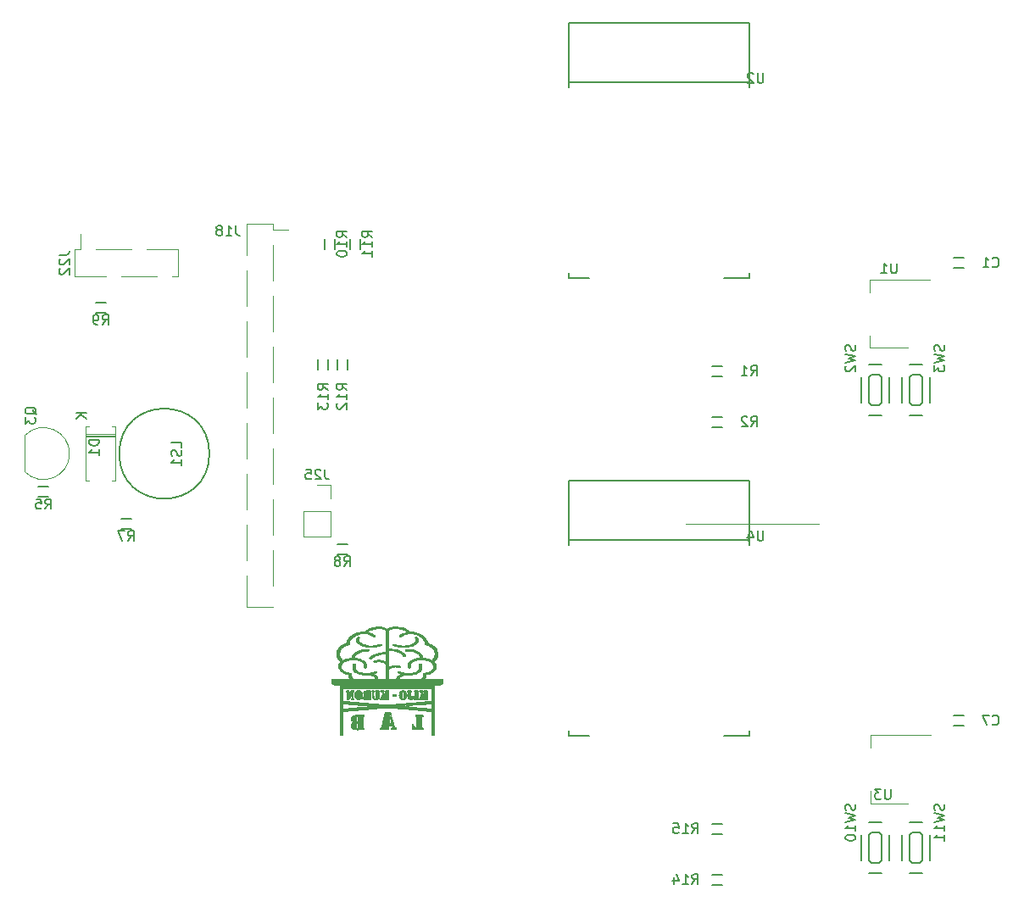
<source format=gbo>
G04 #@! TF.GenerationSoftware,KiCad,Pcbnew,(5.1.5)-3*
G04 #@! TF.CreationDate,2020-09-04T17:35:13+09:00*
G04 #@! TF.ProjectId,futureKeyboardRight&Base,66757475-7265-44b6-9579-626f61726452,rev?*
G04 #@! TF.SameCoordinates,Original*
G04 #@! TF.FileFunction,Legend,Bot*
G04 #@! TF.FilePolarity,Positive*
%FSLAX46Y46*%
G04 Gerber Fmt 4.6, Leading zero omitted, Abs format (unit mm)*
G04 Created by KiCad (PCBNEW (5.1.5)-3) date 2020-09-04 17:35:13*
%MOMM*%
%LPD*%
G04 APERTURE LIST*
%ADD10C,0.120000*%
%ADD11C,0.010000*%
%ADD12C,0.150000*%
G04 APERTURE END LIST*
D10*
X88900000Y-76835000D02*
X102235000Y-76835000D01*
D11*
G36*
X56112540Y-88164616D02*
G01*
X56083672Y-88170720D01*
X56060651Y-88185397D01*
X56037208Y-88208613D01*
X55996262Y-88268979D01*
X55969782Y-88343873D01*
X55958521Y-88426443D01*
X55963231Y-88509837D01*
X55984665Y-88587202D01*
X55993515Y-88606361D01*
X56049484Y-88690302D01*
X56128404Y-88770067D01*
X56228052Y-88844838D01*
X56346202Y-88913798D01*
X56480631Y-88976130D01*
X56629113Y-89031018D01*
X56789423Y-89077645D01*
X56959338Y-89115195D01*
X57136633Y-89142850D01*
X57319082Y-89159794D01*
X57504462Y-89165210D01*
X57515562Y-89165151D01*
X57593247Y-89163981D01*
X57668305Y-89161769D01*
X57734332Y-89158781D01*
X57784927Y-89155282D01*
X57804050Y-89153209D01*
X57970885Y-89127863D01*
X58115681Y-89100102D01*
X58241752Y-89069104D01*
X58352409Y-89034053D01*
X58450965Y-88994128D01*
X58454925Y-88992315D01*
X58493476Y-88972843D01*
X58513648Y-88956355D01*
X58520997Y-88937326D01*
X58521600Y-88926018D01*
X58514637Y-88895888D01*
X58489378Y-88877677D01*
X58486675Y-88876578D01*
X58446988Y-88862514D01*
X58412691Y-88855916D01*
X58377058Y-88857261D01*
X58333363Y-88867028D01*
X58274879Y-88885693D01*
X58253274Y-88893159D01*
X58140275Y-88930844D01*
X58041646Y-88959460D01*
X57948910Y-88981035D01*
X57853592Y-88997598D01*
X57772378Y-89008300D01*
X57530320Y-89024603D01*
X57292608Y-89015900D01*
X57058937Y-88982151D01*
X56829000Y-88923322D01*
X56699150Y-88878424D01*
X56558545Y-88818452D01*
X56442372Y-88754431D01*
X56350746Y-88686511D01*
X56283781Y-88614845D01*
X56241589Y-88539583D01*
X56224285Y-88460875D01*
X56231983Y-88378872D01*
X56262221Y-88298714D01*
X56301541Y-88221337D01*
X56267863Y-88192368D01*
X56241794Y-88174928D01*
X56209863Y-88166078D01*
X56162883Y-88163418D01*
X56157017Y-88163399D01*
X56112540Y-88164616D01*
G37*
X56112540Y-88164616D02*
X56083672Y-88170720D01*
X56060651Y-88185397D01*
X56037208Y-88208613D01*
X55996262Y-88268979D01*
X55969782Y-88343873D01*
X55958521Y-88426443D01*
X55963231Y-88509837D01*
X55984665Y-88587202D01*
X55993515Y-88606361D01*
X56049484Y-88690302D01*
X56128404Y-88770067D01*
X56228052Y-88844838D01*
X56346202Y-88913798D01*
X56480631Y-88976130D01*
X56629113Y-89031018D01*
X56789423Y-89077645D01*
X56959338Y-89115195D01*
X57136633Y-89142850D01*
X57319082Y-89159794D01*
X57504462Y-89165210D01*
X57515562Y-89165151D01*
X57593247Y-89163981D01*
X57668305Y-89161769D01*
X57734332Y-89158781D01*
X57784927Y-89155282D01*
X57804050Y-89153209D01*
X57970885Y-89127863D01*
X58115681Y-89100102D01*
X58241752Y-89069104D01*
X58352409Y-89034053D01*
X58450965Y-88994128D01*
X58454925Y-88992315D01*
X58493476Y-88972843D01*
X58513648Y-88956355D01*
X58520997Y-88937326D01*
X58521600Y-88926018D01*
X58514637Y-88895888D01*
X58489378Y-88877677D01*
X58486675Y-88876578D01*
X58446988Y-88862514D01*
X58412691Y-88855916D01*
X58377058Y-88857261D01*
X58333363Y-88867028D01*
X58274879Y-88885693D01*
X58253274Y-88893159D01*
X58140275Y-88930844D01*
X58041646Y-88959460D01*
X57948910Y-88981035D01*
X57853592Y-88997598D01*
X57772378Y-89008300D01*
X57530320Y-89024603D01*
X57292608Y-89015900D01*
X57058937Y-88982151D01*
X56829000Y-88923322D01*
X56699150Y-88878424D01*
X56558545Y-88818452D01*
X56442372Y-88754431D01*
X56350746Y-88686511D01*
X56283781Y-88614845D01*
X56241589Y-88539583D01*
X56224285Y-88460875D01*
X56231983Y-88378872D01*
X56262221Y-88298714D01*
X56301541Y-88221337D01*
X56267863Y-88192368D01*
X56241794Y-88174928D01*
X56209863Y-88166078D01*
X56162883Y-88163418D01*
X56157017Y-88163399D01*
X56112540Y-88164616D01*
G36*
X61929497Y-88165555D02*
G01*
X61896533Y-88173641D01*
X61870256Y-88190084D01*
X61867270Y-88192599D01*
X61833323Y-88221799D01*
X61872912Y-88295987D01*
X61905089Y-88375796D01*
X61914063Y-88452288D01*
X61899431Y-88526430D01*
X61860793Y-88599190D01*
X61797747Y-88671537D01*
X61709893Y-88744439D01*
X61677550Y-88767307D01*
X61643010Y-88788930D01*
X61601805Y-88810353D01*
X61548702Y-88834014D01*
X61478468Y-88862355D01*
X61450033Y-88873383D01*
X61220471Y-88948668D01*
X60988476Y-88998675D01*
X60754096Y-89023398D01*
X60517378Y-89022832D01*
X60361941Y-89008858D01*
X60241814Y-88991010D01*
X60128288Y-88967346D01*
X60011838Y-88935569D01*
X59882939Y-88893382D01*
X59882689Y-88893295D01*
X59810859Y-88870100D01*
X59756365Y-88857715D01*
X59713668Y-88855902D01*
X59677232Y-88864425D01*
X59641609Y-88882991D01*
X59618811Y-88907768D01*
X59616209Y-88935720D01*
X59620902Y-88953429D01*
X59633447Y-88968174D01*
X59658572Y-88983262D01*
X59701008Y-89001998D01*
X59724759Y-89011601D01*
X59814349Y-89044386D01*
X59910208Y-89073196D01*
X60018308Y-89099613D01*
X60144618Y-89125221D01*
X60172600Y-89130387D01*
X60259725Y-89142818D01*
X60365067Y-89152412D01*
X60482018Y-89159029D01*
X60603968Y-89162527D01*
X60724307Y-89162766D01*
X60836427Y-89159604D01*
X60933719Y-89152901D01*
X60979050Y-89147578D01*
X61182409Y-89113036D01*
X61370871Y-89069488D01*
X61543093Y-89017561D01*
X61697730Y-88957880D01*
X61833437Y-88891070D01*
X61948871Y-88817758D01*
X62042686Y-88738570D01*
X62113539Y-88654130D01*
X62141886Y-88606361D01*
X62168013Y-88531830D01*
X62177211Y-88449401D01*
X62170232Y-88365927D01*
X62147830Y-88288259D01*
X62110756Y-88223250D01*
X62098193Y-88208613D01*
X62072174Y-88183225D01*
X62048985Y-88169684D01*
X62018863Y-88164306D01*
X61978384Y-88163400D01*
X61929497Y-88165555D01*
G37*
X61929497Y-88165555D02*
X61896533Y-88173641D01*
X61870256Y-88190084D01*
X61867270Y-88192599D01*
X61833323Y-88221799D01*
X61872912Y-88295987D01*
X61905089Y-88375796D01*
X61914063Y-88452288D01*
X61899431Y-88526430D01*
X61860793Y-88599190D01*
X61797747Y-88671537D01*
X61709893Y-88744439D01*
X61677550Y-88767307D01*
X61643010Y-88788930D01*
X61601805Y-88810353D01*
X61548702Y-88834014D01*
X61478468Y-88862355D01*
X61450033Y-88873383D01*
X61220471Y-88948668D01*
X60988476Y-88998675D01*
X60754096Y-89023398D01*
X60517378Y-89022832D01*
X60361941Y-89008858D01*
X60241814Y-88991010D01*
X60128288Y-88967346D01*
X60011838Y-88935569D01*
X59882939Y-88893382D01*
X59882689Y-88893295D01*
X59810859Y-88870100D01*
X59756365Y-88857715D01*
X59713668Y-88855902D01*
X59677232Y-88864425D01*
X59641609Y-88882991D01*
X59618811Y-88907768D01*
X59616209Y-88935720D01*
X59620902Y-88953429D01*
X59633447Y-88968174D01*
X59658572Y-88983262D01*
X59701008Y-89001998D01*
X59724759Y-89011601D01*
X59814349Y-89044386D01*
X59910208Y-89073196D01*
X60018308Y-89099613D01*
X60144618Y-89125221D01*
X60172600Y-89130387D01*
X60259725Y-89142818D01*
X60365067Y-89152412D01*
X60482018Y-89159029D01*
X60603968Y-89162527D01*
X60724307Y-89162766D01*
X60836427Y-89159604D01*
X60933719Y-89152901D01*
X60979050Y-89147578D01*
X61182409Y-89113036D01*
X61370871Y-89069488D01*
X61543093Y-89017561D01*
X61697730Y-88957880D01*
X61833437Y-88891070D01*
X61948871Y-88817758D01*
X62042686Y-88738570D01*
X62113539Y-88654130D01*
X62141886Y-88606361D01*
X62168013Y-88531830D01*
X62177211Y-88449401D01*
X62170232Y-88365927D01*
X62147830Y-88288259D01*
X62110756Y-88223250D01*
X62098193Y-88208613D01*
X62072174Y-88183225D01*
X62048985Y-88169684D01*
X62018863Y-88164306D01*
X61978384Y-88163400D01*
X61929497Y-88165555D01*
G36*
X59827412Y-87141921D02*
G01*
X59724054Y-87145263D01*
X59632080Y-87151253D01*
X59557279Y-87159896D01*
X59533638Y-87164062D01*
X59346589Y-87214506D01*
X59167125Y-87288419D01*
X59153425Y-87295205D01*
X59067700Y-87338219D01*
X58981975Y-87295205D01*
X58881426Y-87247996D01*
X58786145Y-87210942D01*
X58691044Y-87183029D01*
X58591033Y-87163238D01*
X58481023Y-87150556D01*
X58355925Y-87143964D01*
X58216800Y-87142423D01*
X58078369Y-87144474D01*
X57957925Y-87150333D01*
X57848203Y-87161059D01*
X57741941Y-87177715D01*
X57631873Y-87201362D01*
X57510736Y-87233059D01*
X57423050Y-87258355D01*
X57286786Y-87304762D01*
X57163236Y-87358951D01*
X57055367Y-87419206D01*
X56966147Y-87483814D01*
X56898543Y-87551060D01*
X56884195Y-87569705D01*
X56843560Y-87626288D01*
X56677913Y-87635032D01*
X56500636Y-87648589D01*
X56341367Y-87670315D01*
X56193625Y-87701638D01*
X56050929Y-87743987D01*
X55906799Y-87798791D01*
X55876658Y-87811619D01*
X55730636Y-87883184D01*
X55591281Y-87967723D01*
X55460975Y-88062844D01*
X55342100Y-88166154D01*
X55237038Y-88275263D01*
X55148171Y-88387779D01*
X55077883Y-88501309D01*
X55028555Y-88613462D01*
X55009292Y-88682435D01*
X55000256Y-88725998D01*
X54993762Y-88759090D01*
X54991221Y-88774492D01*
X54979925Y-88781732D01*
X54949963Y-88794317D01*
X54906907Y-88809991D01*
X54887621Y-88816502D01*
X54710855Y-88885257D01*
X54552432Y-88968178D01*
X54413130Y-89064343D01*
X54293726Y-89172836D01*
X54194996Y-89292736D01*
X54117719Y-89423125D01*
X54062671Y-89563085D01*
X54030629Y-89711695D01*
X54022067Y-89839800D01*
X54033421Y-89987960D01*
X54068550Y-90128863D01*
X54127758Y-90263200D01*
X54211351Y-90391663D01*
X54319637Y-90514944D01*
X54321343Y-90516650D01*
X54407806Y-90602951D01*
X54345228Y-90673162D01*
X54277584Y-90763519D01*
X54221896Y-90866528D01*
X54184364Y-90970196D01*
X54167806Y-91073080D01*
X54174231Y-91173120D01*
X54204134Y-91271728D01*
X54258015Y-91370317D01*
X54336371Y-91470300D01*
X54375050Y-91511379D01*
X54504643Y-91625110D01*
X54650482Y-91720704D01*
X54809653Y-91796701D01*
X54979242Y-91851639D01*
X55104207Y-91877033D01*
X55200370Y-91891901D01*
X55196468Y-91937189D01*
X55198434Y-91982683D01*
X55208943Y-92041906D01*
X55225727Y-92105604D01*
X55246520Y-92164523D01*
X55258752Y-92191360D01*
X55283649Y-92232611D01*
X55314848Y-92275023D01*
X55322594Y-92284196D01*
X55361932Y-92328999D01*
X54433516Y-92329000D01*
X53505100Y-92329000D01*
X53505100Y-92684600D01*
X64630300Y-92684600D01*
X64630300Y-92329000D01*
X62812500Y-92329000D01*
X62856269Y-92275025D01*
X62904101Y-92210907D01*
X62935173Y-92154170D01*
X62952626Y-92096408D01*
X62959597Y-92029215D01*
X62960155Y-91996844D01*
X62960182Y-91886939D01*
X63023716Y-91878817D01*
X63141893Y-91855521D01*
X63269368Y-91815909D01*
X63398739Y-91762804D01*
X63522605Y-91699026D01*
X63569850Y-91670593D01*
X63635556Y-91623422D01*
X63705060Y-91563837D01*
X63772870Y-91497430D01*
X63833495Y-91429793D01*
X63881443Y-91366519D01*
X63902367Y-91331986D01*
X63945213Y-91225364D01*
X63963376Y-91115781D01*
X63957163Y-91004824D01*
X63926881Y-90894076D01*
X63872838Y-90785125D01*
X63795340Y-90679554D01*
X63770700Y-90652120D01*
X63728709Y-90607190D01*
X63814665Y-90518770D01*
X63923650Y-90391033D01*
X64008353Y-90257448D01*
X64068601Y-90118835D01*
X64104222Y-89976015D01*
X64111090Y-89883203D01*
X63828148Y-89883203D01*
X63808500Y-90018531D01*
X63763870Y-90150388D01*
X63694363Y-90278091D01*
X63600079Y-90400956D01*
X63595115Y-90406516D01*
X63528061Y-90481150D01*
X63447356Y-90450867D01*
X63322376Y-90404634D01*
X63216005Y-90367074D01*
X63123465Y-90336944D01*
X63039979Y-90313002D01*
X62960770Y-90294006D01*
X62881062Y-90278715D01*
X62796077Y-90265885D01*
X62701039Y-90254275D01*
X62684025Y-90252387D01*
X62611000Y-90244372D01*
X62610850Y-90197661D01*
X62599429Y-90111107D01*
X62567611Y-90020390D01*
X62518264Y-89931538D01*
X62454253Y-89850584D01*
X62437825Y-89833781D01*
X62308519Y-89723775D01*
X62159933Y-89627569D01*
X61994784Y-89546262D01*
X61815789Y-89480957D01*
X61625667Y-89432753D01*
X61427133Y-89402751D01*
X61359388Y-89396974D01*
X61261887Y-89392348D01*
X61168301Y-89391793D01*
X61082836Y-89395036D01*
X61009702Y-89401804D01*
X60953105Y-89411822D01*
X60917254Y-89424816D01*
X60915579Y-89425863D01*
X60889223Y-89453835D01*
X60887325Y-89484333D01*
X60909868Y-89513089D01*
X60915930Y-89517366D01*
X60931543Y-89525052D01*
X60954101Y-89530796D01*
X60987310Y-89534918D01*
X61034876Y-89537740D01*
X61100505Y-89539582D01*
X61185805Y-89540746D01*
X61314642Y-89544123D01*
X61425075Y-89552184D01*
X61523831Y-89565936D01*
X61617639Y-89586389D01*
X61713226Y-89614555D01*
X61741910Y-89624195D01*
X61846518Y-89666659D01*
X61950066Y-89720610D01*
X62048435Y-89782992D01*
X62137506Y-89850747D01*
X62213160Y-89920817D01*
X62271276Y-89990145D01*
X62300323Y-90038660D01*
X62314333Y-90079173D01*
X62325185Y-90131117D01*
X62329111Y-90165396D01*
X62334378Y-90243343D01*
X62240914Y-90252109D01*
X62095808Y-90272843D01*
X61940335Y-90307656D01*
X61783331Y-90354000D01*
X61633633Y-90409329D01*
X61525150Y-90458314D01*
X61407596Y-90526419D01*
X61307438Y-90604443D01*
X61226405Y-90690350D01*
X61166226Y-90782105D01*
X61128630Y-90877671D01*
X61117349Y-90938613D01*
X61115555Y-91002247D01*
X61121722Y-91067898D01*
X61134447Y-91127588D01*
X61152329Y-91173335D01*
X61160844Y-91186230D01*
X61197105Y-91212676D01*
X61247585Y-91226368D01*
X61304379Y-91227036D01*
X61359585Y-91214406D01*
X61397535Y-91194370D01*
X61410036Y-91183668D01*
X61415095Y-91170842D01*
X61412811Y-91149150D01*
X61403285Y-91111852D01*
X61398996Y-91096491D01*
X61383488Y-91001540D01*
X61391915Y-90911258D01*
X61424602Y-90824892D01*
X61481878Y-90741692D01*
X61564066Y-90660909D01*
X61601350Y-90631105D01*
X61684411Y-90578367D01*
X61792571Y-90527319D01*
X61925576Y-90478067D01*
X62083176Y-90430712D01*
X62096650Y-90427060D01*
X62143006Y-90415057D01*
X62183366Y-90406241D01*
X62223053Y-90400132D01*
X62267388Y-90396245D01*
X62321692Y-90394099D01*
X62391288Y-90393211D01*
X62471300Y-90393088D01*
X62562472Y-90393534D01*
X62633547Y-90394983D01*
X62689824Y-90397854D01*
X62736598Y-90402566D01*
X62779169Y-90409540D01*
X62822832Y-90419194D01*
X62833250Y-90421755D01*
X62955774Y-90454934D01*
X63076959Y-90492693D01*
X63190070Y-90532717D01*
X63288370Y-90572693D01*
X63332459Y-90593216D01*
X63427568Y-90651053D01*
X63510819Y-90723188D01*
X63580029Y-90806045D01*
X63633013Y-90896042D01*
X63667589Y-90989602D01*
X63681573Y-91083144D01*
X63676248Y-91156755D01*
X63647928Y-91244864D01*
X63596630Y-91333435D01*
X63524616Y-91420068D01*
X63434148Y-91502365D01*
X63327487Y-91577927D01*
X63225150Y-91635383D01*
X63140109Y-91672827D01*
X63052332Y-91700037D01*
X62954735Y-91718710D01*
X62840238Y-91730546D01*
X62823450Y-91731689D01*
X62744012Y-91737961D01*
X62687473Y-91746550D01*
X62651332Y-91759925D01*
X62633089Y-91780552D01*
X62630242Y-91810899D01*
X62640290Y-91853432D01*
X62655675Y-91897200D01*
X62670516Y-91967510D01*
X62668484Y-92045391D01*
X62650317Y-92120104D01*
X62638544Y-92146998D01*
X62615690Y-92181589D01*
X62580740Y-92223325D01*
X62541223Y-92263223D01*
X62540862Y-92263554D01*
X62469254Y-92329000D01*
X61359027Y-92329000D01*
X61193526Y-92328923D01*
X61035489Y-92328701D01*
X60886732Y-92328344D01*
X60749076Y-92327864D01*
X60624338Y-92327273D01*
X60514338Y-92326580D01*
X60420893Y-92325799D01*
X60345821Y-92324939D01*
X60290943Y-92324011D01*
X60258076Y-92323029D01*
X60248800Y-92322144D01*
X60254834Y-92304674D01*
X60270192Y-92273236D01*
X60290763Y-92235415D01*
X60312434Y-92198798D01*
X60329855Y-92172630D01*
X60378714Y-92121284D01*
X60447678Y-92069951D01*
X60531629Y-92021649D01*
X60625450Y-91979396D01*
X60703970Y-91952038D01*
X60739719Y-91941579D01*
X60771864Y-91933533D01*
X60804516Y-91927549D01*
X60841789Y-91923279D01*
X60887794Y-91920374D01*
X60946644Y-91918486D01*
X61022453Y-91917265D01*
X61119332Y-91916363D01*
X61125100Y-91916317D01*
X61271831Y-91913715D01*
X61399061Y-91907907D01*
X61512569Y-91898178D01*
X61618133Y-91883809D01*
X61721529Y-91864084D01*
X61828537Y-91838285D01*
X61890967Y-91821263D01*
X62042161Y-91770413D01*
X62175394Y-91708556D01*
X62289271Y-91636685D01*
X62382397Y-91555794D01*
X62453376Y-91466874D01*
X62491983Y-91393746D01*
X62504559Y-91356165D01*
X62517867Y-91304550D01*
X62529047Y-91250010D01*
X62529136Y-91249500D01*
X62537273Y-91193797D01*
X62539241Y-91146851D01*
X62534934Y-91096608D01*
X62527345Y-91048507D01*
X62511550Y-90969512D01*
X62494883Y-90912438D01*
X62475826Y-90873818D01*
X62452863Y-90850180D01*
X62436990Y-90841904D01*
X62392800Y-90832692D01*
X62340643Y-90832896D01*
X62290143Y-90841380D01*
X62250923Y-90857009D01*
X62240476Y-90865080D01*
X62225967Y-90881239D01*
X62220747Y-90896699D01*
X62224463Y-90919741D01*
X62236533Y-90957948D01*
X62250483Y-91005511D01*
X62261072Y-91051538D01*
X62264112Y-91070426D01*
X62269011Y-91105042D01*
X62273843Y-91129256D01*
X62274348Y-91130947D01*
X62276361Y-91160888D01*
X62270857Y-91206723D01*
X62259514Y-91260667D01*
X62244008Y-91314935D01*
X62226018Y-91361744D01*
X62223461Y-91367127D01*
X62166666Y-91454740D01*
X62087520Y-91532769D01*
X61987407Y-91600680D01*
X61867710Y-91657938D01*
X61729811Y-91704012D01*
X61575093Y-91738366D01*
X61404938Y-91760468D01*
X61220729Y-91769784D01*
X61179159Y-91770065D01*
X61064426Y-91766283D01*
X60940544Y-91755746D01*
X60813075Y-91739416D01*
X60687576Y-91718253D01*
X60569607Y-91693221D01*
X60464729Y-91665280D01*
X60378500Y-91635393D01*
X60363140Y-91628897D01*
X60294346Y-91605750D01*
X60228129Y-91596356D01*
X60169408Y-91600393D01*
X60123101Y-91617537D01*
X60094593Y-91646576D01*
X60087832Y-91667546D01*
X60096892Y-91686084D01*
X60114179Y-91702477D01*
X60137456Y-91715955D01*
X60179122Y-91734209D01*
X60233128Y-91755108D01*
X60293422Y-91776517D01*
X60353952Y-91796302D01*
X60408667Y-91812329D01*
X60451517Y-91822466D01*
X60457298Y-91823467D01*
X60477550Y-91832483D01*
X60487749Y-91846492D01*
X60483797Y-91857376D01*
X60475284Y-91859110D01*
X60443432Y-91866444D01*
X60396715Y-91886425D01*
X60340281Y-91916062D01*
X60279279Y-91952361D01*
X60218857Y-91992330D01*
X60164165Y-92032977D01*
X60137200Y-92055592D01*
X60109386Y-92085822D01*
X60075461Y-92130521D01*
X60040217Y-92182404D01*
X60008445Y-92234182D01*
X59984935Y-92278569D01*
X59976228Y-92300425D01*
X59967689Y-92329000D01*
X59207400Y-92329000D01*
X59207400Y-91903044D01*
X59207476Y-91787145D01*
X59207804Y-91693801D01*
X59208536Y-91620169D01*
X59209825Y-91563404D01*
X59211824Y-91520662D01*
X59214684Y-91489098D01*
X59218558Y-91465868D01*
X59223597Y-91448129D01*
X59229955Y-91433035D01*
X59232878Y-91427147D01*
X59284484Y-91349266D01*
X59354209Y-91283577D01*
X59443276Y-91229418D01*
X59552912Y-91186126D01*
X59684341Y-91153039D01*
X59765240Y-91139117D01*
X59907795Y-91127680D01*
X60045130Y-91137768D01*
X60185066Y-91170009D01*
X60197884Y-91173965D01*
X60276668Y-91191444D01*
X60340316Y-91189274D01*
X60389884Y-91167373D01*
X60400448Y-91158575D01*
X60421328Y-91130246D01*
X60418804Y-91104294D01*
X60392160Y-91078878D01*
X60363100Y-91062525D01*
X60296705Y-91035337D01*
X60220199Y-91015218D01*
X60129780Y-91001575D01*
X60021641Y-90993818D01*
X59905900Y-90991378D01*
X59729161Y-90997599D01*
X59570775Y-91017985D01*
X59427604Y-91053167D01*
X59296507Y-91103777D01*
X59261132Y-91121004D01*
X59207400Y-91148416D01*
X59207400Y-89670350D01*
X58928000Y-89670350D01*
X58734325Y-89685949D01*
X58471037Y-89715273D01*
X58224077Y-89759365D01*
X57994804Y-89817889D01*
X57784577Y-89890507D01*
X57626250Y-89960884D01*
X57531616Y-90012135D01*
X57448867Y-90065434D01*
X57380183Y-90118785D01*
X57327744Y-90170194D01*
X57293730Y-90217668D01*
X57280321Y-90259212D01*
X57281743Y-90276065D01*
X57300419Y-90302159D01*
X57337436Y-90320041D01*
X57386628Y-90328180D01*
X57441828Y-90325047D01*
X57462132Y-90320828D01*
X57506991Y-90304161D01*
X57538800Y-90276421D01*
X57551909Y-90258370D01*
X57588676Y-90216246D01*
X57645778Y-90168446D01*
X57719591Y-90117725D01*
X57797700Y-90071641D01*
X57885134Y-90029881D01*
X57992587Y-89988775D01*
X58114690Y-89949620D01*
X58246070Y-89913714D01*
X58381356Y-89882353D01*
X58515176Y-89856833D01*
X58642158Y-89838453D01*
X58756933Y-89828509D01*
X58810525Y-89827102D01*
X58928000Y-89827100D01*
X58928000Y-90214450D01*
X58927898Y-90310717D01*
X58927607Y-90398261D01*
X58927155Y-90474003D01*
X58926566Y-90534864D01*
X58925867Y-90577766D01*
X58925083Y-90599631D01*
X58924738Y-90601800D01*
X58912301Y-90597475D01*
X58881640Y-90585873D01*
X58838154Y-90569052D01*
X58811859Y-90558766D01*
X58631855Y-90499858D01*
X58449804Y-90464351D01*
X58261283Y-90451545D01*
X58151926Y-90453992D01*
X58037054Y-90462972D01*
X57936082Y-90476867D01*
X57851410Y-90495071D01*
X57785437Y-90516977D01*
X57740564Y-90541978D01*
X57722076Y-90562624D01*
X57714673Y-90596559D01*
X57731649Y-90624363D01*
X57772627Y-90645574D01*
X57795473Y-90652065D01*
X57834962Y-90659478D01*
X57868658Y-90658905D01*
X57908340Y-90649458D01*
X57932263Y-90641747D01*
X57982585Y-90627479D01*
X58045418Y-90613278D01*
X58108027Y-90601991D01*
X58114191Y-90601074D01*
X58233171Y-90593670D01*
X58363583Y-90603179D01*
X58498631Y-90628824D01*
X58591239Y-90655611D01*
X58696050Y-90697173D01*
X58779273Y-90745893D01*
X58844297Y-90804304D01*
X58894510Y-90874939D01*
X58901300Y-90887361D01*
X58907079Y-90898899D01*
X58911959Y-90911217D01*
X58916013Y-90926445D01*
X58919321Y-90946713D01*
X58921956Y-90974149D01*
X58923996Y-91010883D01*
X58925516Y-91059044D01*
X58926593Y-91120761D01*
X58927304Y-91198163D01*
X58927723Y-91293380D01*
X58927928Y-91408540D01*
X58927995Y-91545774D01*
X58928000Y-91633486D01*
X58928000Y-92329000D01*
X58172350Y-92328474D01*
X58128024Y-92238032D01*
X58070043Y-92143933D01*
X57993088Y-92055671D01*
X57903543Y-91980493D01*
X57897144Y-91976029D01*
X57856331Y-91950310D01*
X57807399Y-91922955D01*
X57756682Y-91897087D01*
X57710511Y-91875829D01*
X57675218Y-91862305D01*
X57660117Y-91859110D01*
X57647595Y-91852807D01*
X57651262Y-91839339D01*
X57667022Y-91826823D01*
X57678103Y-91823467D01*
X57718277Y-91814571D01*
X57771367Y-91799413D01*
X57831322Y-91780127D01*
X57892090Y-91758847D01*
X57947621Y-91737707D01*
X57991863Y-91718840D01*
X58018765Y-91704381D01*
X58021222Y-91702477D01*
X58043161Y-91680197D01*
X58047072Y-91662060D01*
X58040503Y-91646007D01*
X58019252Y-91624967D01*
X57984543Y-91606733D01*
X57974307Y-91603241D01*
X57933629Y-91595717D01*
X57887641Y-91597510D01*
X57831157Y-91609439D01*
X57758993Y-91632324D01*
X57734200Y-91641197D01*
X57620095Y-91677602D01*
X57488863Y-91709523D01*
X57336969Y-91737786D01*
X57286196Y-91745773D01*
X57128367Y-91763212D01*
X56966206Y-91769145D01*
X56803816Y-91764108D01*
X56645297Y-91748635D01*
X56494752Y-91723261D01*
X56356281Y-91688522D01*
X56233987Y-91644952D01*
X56136465Y-91595830D01*
X56035467Y-91522317D01*
X55957284Y-91438253D01*
X55902303Y-91344687D01*
X55870910Y-91242666D01*
X55863489Y-91133237D01*
X55880428Y-91017449D01*
X55899712Y-90953010D01*
X55911839Y-90916305D01*
X55914724Y-90894594D01*
X55907792Y-90878995D01*
X55893955Y-90864110D01*
X55874639Y-90849110D01*
X55849516Y-90840728D01*
X55811165Y-90837228D01*
X55776926Y-90836750D01*
X55724316Y-90839075D01*
X55687014Y-90848760D01*
X55660863Y-90869864D01*
X55641710Y-90906451D01*
X55625398Y-90962580D01*
X55618751Y-90991356D01*
X55605198Y-91084387D01*
X55603077Y-91182988D01*
X55611970Y-91278106D01*
X55631464Y-91360686D01*
X55636310Y-91374153D01*
X55688403Y-91475201D01*
X55763169Y-91566349D01*
X55860757Y-91647681D01*
X55981316Y-91719282D01*
X56124995Y-91781237D01*
X56291943Y-91833630D01*
X56482309Y-91876545D01*
X56540400Y-91886972D01*
X56601273Y-91896465D01*
X56661043Y-91903654D01*
X56724918Y-91908864D01*
X56798102Y-91912420D01*
X56885802Y-91914648D01*
X56993223Y-91915872D01*
X57003950Y-91915944D01*
X57107266Y-91916933D01*
X57189014Y-91918592D01*
X57253027Y-91921163D01*
X57303133Y-91924890D01*
X57343164Y-91930013D01*
X57376948Y-91936775D01*
X57391271Y-91940455D01*
X57530144Y-91987153D01*
X57648082Y-92045376D01*
X57744412Y-92114667D01*
X57818463Y-92194570D01*
X57856166Y-92255552D01*
X57873266Y-92290389D01*
X57884308Y-92315143D01*
X57886600Y-92322227D01*
X57874206Y-92323246D01*
X57838247Y-92324218D01*
X57780559Y-92325132D01*
X57702976Y-92325977D01*
X57607334Y-92326742D01*
X57495468Y-92327414D01*
X57369212Y-92327983D01*
X57230404Y-92328437D01*
X57080876Y-92328764D01*
X56922466Y-92328954D01*
X56796446Y-92329000D01*
X55706291Y-92329000D01*
X55661089Y-92294075D01*
X55618081Y-92253750D01*
X55574128Y-92200989D01*
X55535477Y-92144332D01*
X55508371Y-92092320D01*
X55503152Y-92078039D01*
X55489417Y-92003183D01*
X55489973Y-91920079D01*
X55501674Y-91852783D01*
X55510032Y-91816326D01*
X55509130Y-91794094D01*
X55497621Y-91776178D01*
X55490190Y-91768445D01*
X55475331Y-91756692D01*
X55454829Y-91748096D01*
X55423813Y-91741663D01*
X55377413Y-91736401D01*
X55310759Y-91731319D01*
X55306542Y-91731034D01*
X55199227Y-91721386D01*
X55110480Y-91707414D01*
X55033623Y-91687578D01*
X54961978Y-91660341D01*
X54925776Y-91643344D01*
X54800809Y-91572803D01*
X54691919Y-91493876D01*
X54601028Y-91408590D01*
X54530060Y-91318970D01*
X54480936Y-91227043D01*
X54458150Y-91150544D01*
X54454532Y-91065603D01*
X54472870Y-90974497D01*
X54511702Y-90880901D01*
X54569565Y-90788486D01*
X54631698Y-90714575D01*
X54696481Y-90658049D01*
X54780563Y-90604872D01*
X54885236Y-90554475D01*
X55011792Y-90506286D01*
X55161526Y-90459735D01*
X55283100Y-90427244D01*
X55332473Y-90415312D01*
X55375819Y-90406553D01*
X55418647Y-90400476D01*
X55466465Y-90396588D01*
X55524781Y-90394396D01*
X55599103Y-90393407D01*
X55664100Y-90393166D01*
X55751877Y-90393252D01*
X55819569Y-90394170D01*
X55872487Y-90396402D01*
X55915943Y-90400425D01*
X55955250Y-90406721D01*
X55995720Y-90415767D01*
X56038750Y-90426988D01*
X56187730Y-90470693D01*
X56314153Y-90515736D01*
X56420864Y-90563422D01*
X56510707Y-90615056D01*
X56586525Y-90671943D01*
X56601466Y-90685165D01*
X56672606Y-90762112D01*
X56719797Y-90842575D01*
X56744483Y-90929528D01*
X56749132Y-90989150D01*
X56747002Y-91041359D01*
X56740625Y-91089278D01*
X56732400Y-91119649D01*
X56722024Y-91149687D01*
X56724618Y-91169248D01*
X56737592Y-91186377D01*
X56776474Y-91212984D01*
X56827651Y-91226597D01*
X56882801Y-91227220D01*
X56933601Y-91214859D01*
X56971729Y-91189518D01*
X56974557Y-91186230D01*
X56994152Y-91148522D01*
X57009166Y-91093594D01*
X57018196Y-91029426D01*
X57019842Y-90963998D01*
X57018052Y-90938613D01*
X56995317Y-90840602D01*
X56948702Y-90745625D01*
X56879694Y-90655428D01*
X56789779Y-90571755D01*
X56680446Y-90496351D01*
X56606847Y-90456155D01*
X56476153Y-90398367D01*
X56329605Y-90346393D01*
X56176254Y-90302827D01*
X56025151Y-90270260D01*
X55894487Y-90252109D01*
X55801023Y-90243343D01*
X55806290Y-90165396D01*
X55814927Y-90101448D01*
X55833532Y-90045495D01*
X55865325Y-89991474D01*
X55913526Y-89933324D01*
X55949169Y-89896414D01*
X56070583Y-89793003D01*
X56211474Y-89705777D01*
X56371899Y-89634705D01*
X56551913Y-89579760D01*
X56564127Y-89576786D01*
X56616891Y-89564861D01*
X56665093Y-89556078D01*
X56714555Y-89549889D01*
X56771100Y-89545751D01*
X56840549Y-89543116D01*
X56928726Y-89541440D01*
X56943484Y-89541243D01*
X57041373Y-89539292D01*
X57116661Y-89535846D01*
X57172133Y-89530274D01*
X57210575Y-89521947D01*
X57234771Y-89510233D01*
X57247505Y-89494503D01*
X57251564Y-89474126D01*
X57251600Y-89471499D01*
X57243138Y-89445299D01*
X57216422Y-89425004D01*
X57169458Y-89409826D01*
X57100252Y-89398979D01*
X57058100Y-89395043D01*
X56896967Y-89389758D01*
X56735787Y-89398477D01*
X56576558Y-89420162D01*
X56421279Y-89453774D01*
X56271949Y-89498277D01*
X56130565Y-89552633D01*
X55999127Y-89615804D01*
X55879634Y-89686752D01*
X55774083Y-89764439D01*
X55684475Y-89847828D01*
X55612806Y-89935881D01*
X55561077Y-90027560D01*
X55531284Y-90121827D01*
X55524538Y-90191311D01*
X55524400Y-90244372D01*
X55451375Y-90252159D01*
X55358380Y-90263016D01*
X55274294Y-90275265D01*
X55194686Y-90290071D01*
X55115124Y-90308602D01*
X55031179Y-90332023D01*
X54938418Y-90361501D01*
X54832411Y-90398202D01*
X54708726Y-90443293D01*
X54668924Y-90458103D01*
X54607197Y-90481150D01*
X54540214Y-90406516D01*
X54444750Y-90283777D01*
X54374075Y-90156295D01*
X54328289Y-90024750D01*
X54307490Y-89889825D01*
X54311777Y-89752199D01*
X54341251Y-89612553D01*
X54396009Y-89471569D01*
X54402199Y-89458800D01*
X54477042Y-89335163D01*
X54572764Y-89223689D01*
X54687104Y-89126068D01*
X54817798Y-89043991D01*
X54962587Y-88979150D01*
X55098950Y-88937907D01*
X55165799Y-88921645D01*
X55212088Y-88908269D01*
X55241895Y-88894485D01*
X55259297Y-88876998D01*
X55268372Y-88852513D01*
X55273196Y-88817736D01*
X55275293Y-88795416D01*
X55298185Y-88680340D01*
X55344522Y-88564190D01*
X55412539Y-88449004D01*
X55500472Y-88336818D01*
X55606557Y-88229671D01*
X55729029Y-88129600D01*
X55866124Y-88038643D01*
X55987849Y-87972469D01*
X56097865Y-87921097D01*
X56197061Y-87882145D01*
X56294868Y-87852699D01*
X56400714Y-87829846D01*
X56501336Y-87813811D01*
X56697831Y-87796168D01*
X56883865Y-87800856D01*
X57062006Y-87828404D01*
X57234825Y-87879341D01*
X57404891Y-87954195D01*
X57531000Y-88025619D01*
X57591891Y-88062630D01*
X57637076Y-88087653D01*
X57672032Y-88102719D01*
X57702235Y-88109858D01*
X57733163Y-88111098D01*
X57757577Y-88109594D01*
X57805567Y-88102459D01*
X57836108Y-88088990D01*
X57850426Y-88075275D01*
X57863887Y-88051799D01*
X57862472Y-88029150D01*
X57844074Y-88004178D01*
X57806583Y-87973731D01*
X57762596Y-87944069D01*
X57646377Y-87874174D01*
X57530770Y-87816050D01*
X57407528Y-87766023D01*
X57268406Y-87720422D01*
X57244979Y-87713539D01*
X57195329Y-87698728D01*
X57155702Y-87686122D01*
X57131892Y-87677602D01*
X57127759Y-87675492D01*
X57129705Y-87661095D01*
X57147391Y-87635677D01*
X57176514Y-87603813D01*
X57212767Y-87570081D01*
X57251848Y-87539060D01*
X57263997Y-87530619D01*
X57375183Y-87468101D01*
X57507115Y-87414212D01*
X57656368Y-87369777D01*
X57819516Y-87335623D01*
X57993134Y-87312575D01*
X58173796Y-87301459D01*
X58217945Y-87300657D01*
X58376018Y-87304678D01*
X58514253Y-87320510D01*
X58635678Y-87348902D01*
X58743317Y-87390600D01*
X58840198Y-87446351D01*
X58857577Y-87458550D01*
X58927864Y-87509350D01*
X58928000Y-89670350D01*
X59207400Y-89670350D01*
X59207400Y-89496900D01*
X59401075Y-89496951D01*
X59547101Y-89500596D01*
X59676666Y-89512181D01*
X59797769Y-89532800D01*
X59918410Y-89563549D01*
X59944251Y-89571339D01*
X60100261Y-89624538D01*
X60240467Y-89682579D01*
X60363178Y-89744445D01*
X60466704Y-89809117D01*
X60549352Y-89875578D01*
X60609432Y-89942813D01*
X60636036Y-89987402D01*
X60666881Y-90033397D01*
X60708645Y-90059399D01*
X60766270Y-90068332D01*
X60772957Y-90068400D01*
X60828720Y-90062773D01*
X60873266Y-90047488D01*
X60901588Y-90024935D01*
X60909200Y-90003318D01*
X60897455Y-89950649D01*
X60863762Y-89892391D01*
X60810434Y-89830475D01*
X60739783Y-89766833D01*
X60654124Y-89703395D01*
X60555768Y-89642094D01*
X60447028Y-89584861D01*
X60362463Y-89546776D01*
X60179219Y-89476066D01*
X60005699Y-89422739D01*
X59834624Y-89385308D01*
X59658720Y-89362285D01*
X59470710Y-89352180D01*
X59407429Y-89351434D01*
X59207408Y-89350850D01*
X59208806Y-87509350D01*
X59243598Y-87481966D01*
X59301732Y-87442643D01*
X59374847Y-87402486D01*
X59453165Y-87366333D01*
X59526906Y-87339020D01*
X59541121Y-87334796D01*
X59606612Y-87321419D01*
X59691627Y-87311616D01*
X59790530Y-87305455D01*
X59897687Y-87303003D01*
X60007466Y-87304326D01*
X60114231Y-87309493D01*
X60212349Y-87318570D01*
X60266173Y-87326158D01*
X60421335Y-87356693D01*
X60563655Y-87394619D01*
X60690858Y-87438976D01*
X60800669Y-87488798D01*
X60890812Y-87543124D01*
X60959013Y-87600989D01*
X60983344Y-87629814D01*
X61001021Y-87656327D01*
X61008619Y-87672945D01*
X61008285Y-87674848D01*
X60994996Y-87680125D01*
X60962168Y-87691084D01*
X60914607Y-87706173D01*
X60857122Y-87723836D01*
X60851592Y-87725509D01*
X60764298Y-87754669D01*
X60673962Y-87789781D01*
X60584338Y-87828910D01*
X60499179Y-87870121D01*
X60422239Y-87911479D01*
X60357270Y-87951048D01*
X60308026Y-87986894D01*
X60278260Y-88017081D01*
X60274565Y-88023019D01*
X60269606Y-88053597D01*
X60287233Y-88079728D01*
X60324727Y-88099180D01*
X60379369Y-88109720D01*
X60380246Y-88109794D01*
X60415177Y-88111804D01*
X60442979Y-88109528D01*
X60470719Y-88100669D01*
X60505467Y-88082933D01*
X60554292Y-88054023D01*
X60556981Y-88052394D01*
X60706937Y-87967248D01*
X60846268Y-87900958D01*
X60979621Y-87852086D01*
X61111642Y-87819189D01*
X61246976Y-87800828D01*
X61385450Y-87795543D01*
X61598462Y-87807511D01*
X61800477Y-87842293D01*
X61992044Y-87900078D01*
X62173709Y-87981054D01*
X62346020Y-88085410D01*
X62448050Y-88161657D01*
X62574770Y-88274427D01*
X62679435Y-88390743D01*
X62761297Y-88509449D01*
X62819611Y-88629394D01*
X62853631Y-88749423D01*
X62860482Y-88799437D01*
X62864835Y-88842079D01*
X62871423Y-88871454D01*
X62884622Y-88891232D01*
X62908807Y-88905085D01*
X62948353Y-88916682D01*
X63007636Y-88929696D01*
X63018480Y-88931992D01*
X63162256Y-88973512D01*
X63299509Y-89034524D01*
X63426838Y-89112510D01*
X63540847Y-89204955D01*
X63638133Y-89309344D01*
X63715300Y-89423159D01*
X63736190Y-89463226D01*
X63792096Y-89604867D01*
X63822714Y-89745087D01*
X63828148Y-89883203D01*
X64111090Y-89883203D01*
X64115042Y-89829805D01*
X64100889Y-89681027D01*
X64061590Y-89530499D01*
X64036797Y-89465150D01*
X63980904Y-89356804D01*
X63904668Y-89248284D01*
X63812570Y-89144787D01*
X63709093Y-89051509D01*
X63630299Y-88993755D01*
X63575829Y-88961364D01*
X63504875Y-88924537D01*
X63425084Y-88886768D01*
X63344101Y-88851551D01*
X63269574Y-88822382D01*
X63217425Y-88805072D01*
X63178708Y-88792537D01*
X63152146Y-88781436D01*
X63144180Y-88775273D01*
X63141610Y-88759349D01*
X63135076Y-88725793D01*
X63125979Y-88681802D01*
X63125774Y-88680832D01*
X63090944Y-88570948D01*
X63033667Y-88458170D01*
X62956336Y-88344904D01*
X62861347Y-88233555D01*
X62751091Y-88126530D01*
X62627964Y-88026234D01*
X62494359Y-87935075D01*
X62352670Y-87855458D01*
X62262717Y-87813338D01*
X62111751Y-87753742D01*
X61963461Y-87707692D01*
X61811171Y-87673709D01*
X61648206Y-87650313D01*
X61467890Y-87636022D01*
X61461650Y-87635693D01*
X61384732Y-87630507D01*
X61328031Y-87624107D01*
X61293499Y-87616758D01*
X61283850Y-87611579D01*
X61268632Y-87592696D01*
X61244829Y-87562894D01*
X61233050Y-87548088D01*
X61161034Y-87475366D01*
X61064770Y-87407583D01*
X60944985Y-87345042D01*
X60802403Y-87288045D01*
X60637751Y-87236893D01*
X60451755Y-87191889D01*
X60312300Y-87164747D01*
X60238875Y-87154927D01*
X60147884Y-87147730D01*
X60045116Y-87143159D01*
X59936362Y-87141222D01*
X59827412Y-87141921D01*
G37*
X59827412Y-87141921D02*
X59724054Y-87145263D01*
X59632080Y-87151253D01*
X59557279Y-87159896D01*
X59533638Y-87164062D01*
X59346589Y-87214506D01*
X59167125Y-87288419D01*
X59153425Y-87295205D01*
X59067700Y-87338219D01*
X58981975Y-87295205D01*
X58881426Y-87247996D01*
X58786145Y-87210942D01*
X58691044Y-87183029D01*
X58591033Y-87163238D01*
X58481023Y-87150556D01*
X58355925Y-87143964D01*
X58216800Y-87142423D01*
X58078369Y-87144474D01*
X57957925Y-87150333D01*
X57848203Y-87161059D01*
X57741941Y-87177715D01*
X57631873Y-87201362D01*
X57510736Y-87233059D01*
X57423050Y-87258355D01*
X57286786Y-87304762D01*
X57163236Y-87358951D01*
X57055367Y-87419206D01*
X56966147Y-87483814D01*
X56898543Y-87551060D01*
X56884195Y-87569705D01*
X56843560Y-87626288D01*
X56677913Y-87635032D01*
X56500636Y-87648589D01*
X56341367Y-87670315D01*
X56193625Y-87701638D01*
X56050929Y-87743987D01*
X55906799Y-87798791D01*
X55876658Y-87811619D01*
X55730636Y-87883184D01*
X55591281Y-87967723D01*
X55460975Y-88062844D01*
X55342100Y-88166154D01*
X55237038Y-88275263D01*
X55148171Y-88387779D01*
X55077883Y-88501309D01*
X55028555Y-88613462D01*
X55009292Y-88682435D01*
X55000256Y-88725998D01*
X54993762Y-88759090D01*
X54991221Y-88774492D01*
X54979925Y-88781732D01*
X54949963Y-88794317D01*
X54906907Y-88809991D01*
X54887621Y-88816502D01*
X54710855Y-88885257D01*
X54552432Y-88968178D01*
X54413130Y-89064343D01*
X54293726Y-89172836D01*
X54194996Y-89292736D01*
X54117719Y-89423125D01*
X54062671Y-89563085D01*
X54030629Y-89711695D01*
X54022067Y-89839800D01*
X54033421Y-89987960D01*
X54068550Y-90128863D01*
X54127758Y-90263200D01*
X54211351Y-90391663D01*
X54319637Y-90514944D01*
X54321343Y-90516650D01*
X54407806Y-90602951D01*
X54345228Y-90673162D01*
X54277584Y-90763519D01*
X54221896Y-90866528D01*
X54184364Y-90970196D01*
X54167806Y-91073080D01*
X54174231Y-91173120D01*
X54204134Y-91271728D01*
X54258015Y-91370317D01*
X54336371Y-91470300D01*
X54375050Y-91511379D01*
X54504643Y-91625110D01*
X54650482Y-91720704D01*
X54809653Y-91796701D01*
X54979242Y-91851639D01*
X55104207Y-91877033D01*
X55200370Y-91891901D01*
X55196468Y-91937189D01*
X55198434Y-91982683D01*
X55208943Y-92041906D01*
X55225727Y-92105604D01*
X55246520Y-92164523D01*
X55258752Y-92191360D01*
X55283649Y-92232611D01*
X55314848Y-92275023D01*
X55322594Y-92284196D01*
X55361932Y-92328999D01*
X54433516Y-92329000D01*
X53505100Y-92329000D01*
X53505100Y-92684600D01*
X64630300Y-92684600D01*
X64630300Y-92329000D01*
X62812500Y-92329000D01*
X62856269Y-92275025D01*
X62904101Y-92210907D01*
X62935173Y-92154170D01*
X62952626Y-92096408D01*
X62959597Y-92029215D01*
X62960155Y-91996844D01*
X62960182Y-91886939D01*
X63023716Y-91878817D01*
X63141893Y-91855521D01*
X63269368Y-91815909D01*
X63398739Y-91762804D01*
X63522605Y-91699026D01*
X63569850Y-91670593D01*
X63635556Y-91623422D01*
X63705060Y-91563837D01*
X63772870Y-91497430D01*
X63833495Y-91429793D01*
X63881443Y-91366519D01*
X63902367Y-91331986D01*
X63945213Y-91225364D01*
X63963376Y-91115781D01*
X63957163Y-91004824D01*
X63926881Y-90894076D01*
X63872838Y-90785125D01*
X63795340Y-90679554D01*
X63770700Y-90652120D01*
X63728709Y-90607190D01*
X63814665Y-90518770D01*
X63923650Y-90391033D01*
X64008353Y-90257448D01*
X64068601Y-90118835D01*
X64104222Y-89976015D01*
X64111090Y-89883203D01*
X63828148Y-89883203D01*
X63808500Y-90018531D01*
X63763870Y-90150388D01*
X63694363Y-90278091D01*
X63600079Y-90400956D01*
X63595115Y-90406516D01*
X63528061Y-90481150D01*
X63447356Y-90450867D01*
X63322376Y-90404634D01*
X63216005Y-90367074D01*
X63123465Y-90336944D01*
X63039979Y-90313002D01*
X62960770Y-90294006D01*
X62881062Y-90278715D01*
X62796077Y-90265885D01*
X62701039Y-90254275D01*
X62684025Y-90252387D01*
X62611000Y-90244372D01*
X62610850Y-90197661D01*
X62599429Y-90111107D01*
X62567611Y-90020390D01*
X62518264Y-89931538D01*
X62454253Y-89850584D01*
X62437825Y-89833781D01*
X62308519Y-89723775D01*
X62159933Y-89627569D01*
X61994784Y-89546262D01*
X61815789Y-89480957D01*
X61625667Y-89432753D01*
X61427133Y-89402751D01*
X61359388Y-89396974D01*
X61261887Y-89392348D01*
X61168301Y-89391793D01*
X61082836Y-89395036D01*
X61009702Y-89401804D01*
X60953105Y-89411822D01*
X60917254Y-89424816D01*
X60915579Y-89425863D01*
X60889223Y-89453835D01*
X60887325Y-89484333D01*
X60909868Y-89513089D01*
X60915930Y-89517366D01*
X60931543Y-89525052D01*
X60954101Y-89530796D01*
X60987310Y-89534918D01*
X61034876Y-89537740D01*
X61100505Y-89539582D01*
X61185805Y-89540746D01*
X61314642Y-89544123D01*
X61425075Y-89552184D01*
X61523831Y-89565936D01*
X61617639Y-89586389D01*
X61713226Y-89614555D01*
X61741910Y-89624195D01*
X61846518Y-89666659D01*
X61950066Y-89720610D01*
X62048435Y-89782992D01*
X62137506Y-89850747D01*
X62213160Y-89920817D01*
X62271276Y-89990145D01*
X62300323Y-90038660D01*
X62314333Y-90079173D01*
X62325185Y-90131117D01*
X62329111Y-90165396D01*
X62334378Y-90243343D01*
X62240914Y-90252109D01*
X62095808Y-90272843D01*
X61940335Y-90307656D01*
X61783331Y-90354000D01*
X61633633Y-90409329D01*
X61525150Y-90458314D01*
X61407596Y-90526419D01*
X61307438Y-90604443D01*
X61226405Y-90690350D01*
X61166226Y-90782105D01*
X61128630Y-90877671D01*
X61117349Y-90938613D01*
X61115555Y-91002247D01*
X61121722Y-91067898D01*
X61134447Y-91127588D01*
X61152329Y-91173335D01*
X61160844Y-91186230D01*
X61197105Y-91212676D01*
X61247585Y-91226368D01*
X61304379Y-91227036D01*
X61359585Y-91214406D01*
X61397535Y-91194370D01*
X61410036Y-91183668D01*
X61415095Y-91170842D01*
X61412811Y-91149150D01*
X61403285Y-91111852D01*
X61398996Y-91096491D01*
X61383488Y-91001540D01*
X61391915Y-90911258D01*
X61424602Y-90824892D01*
X61481878Y-90741692D01*
X61564066Y-90660909D01*
X61601350Y-90631105D01*
X61684411Y-90578367D01*
X61792571Y-90527319D01*
X61925576Y-90478067D01*
X62083176Y-90430712D01*
X62096650Y-90427060D01*
X62143006Y-90415057D01*
X62183366Y-90406241D01*
X62223053Y-90400132D01*
X62267388Y-90396245D01*
X62321692Y-90394099D01*
X62391288Y-90393211D01*
X62471300Y-90393088D01*
X62562472Y-90393534D01*
X62633547Y-90394983D01*
X62689824Y-90397854D01*
X62736598Y-90402566D01*
X62779169Y-90409540D01*
X62822832Y-90419194D01*
X62833250Y-90421755D01*
X62955774Y-90454934D01*
X63076959Y-90492693D01*
X63190070Y-90532717D01*
X63288370Y-90572693D01*
X63332459Y-90593216D01*
X63427568Y-90651053D01*
X63510819Y-90723188D01*
X63580029Y-90806045D01*
X63633013Y-90896042D01*
X63667589Y-90989602D01*
X63681573Y-91083144D01*
X63676248Y-91156755D01*
X63647928Y-91244864D01*
X63596630Y-91333435D01*
X63524616Y-91420068D01*
X63434148Y-91502365D01*
X63327487Y-91577927D01*
X63225150Y-91635383D01*
X63140109Y-91672827D01*
X63052332Y-91700037D01*
X62954735Y-91718710D01*
X62840238Y-91730546D01*
X62823450Y-91731689D01*
X62744012Y-91737961D01*
X62687473Y-91746550D01*
X62651332Y-91759925D01*
X62633089Y-91780552D01*
X62630242Y-91810899D01*
X62640290Y-91853432D01*
X62655675Y-91897200D01*
X62670516Y-91967510D01*
X62668484Y-92045391D01*
X62650317Y-92120104D01*
X62638544Y-92146998D01*
X62615690Y-92181589D01*
X62580740Y-92223325D01*
X62541223Y-92263223D01*
X62540862Y-92263554D01*
X62469254Y-92329000D01*
X61359027Y-92329000D01*
X61193526Y-92328923D01*
X61035489Y-92328701D01*
X60886732Y-92328344D01*
X60749076Y-92327864D01*
X60624338Y-92327273D01*
X60514338Y-92326580D01*
X60420893Y-92325799D01*
X60345821Y-92324939D01*
X60290943Y-92324011D01*
X60258076Y-92323029D01*
X60248800Y-92322144D01*
X60254834Y-92304674D01*
X60270192Y-92273236D01*
X60290763Y-92235415D01*
X60312434Y-92198798D01*
X60329855Y-92172630D01*
X60378714Y-92121284D01*
X60447678Y-92069951D01*
X60531629Y-92021649D01*
X60625450Y-91979396D01*
X60703970Y-91952038D01*
X60739719Y-91941579D01*
X60771864Y-91933533D01*
X60804516Y-91927549D01*
X60841789Y-91923279D01*
X60887794Y-91920374D01*
X60946644Y-91918486D01*
X61022453Y-91917265D01*
X61119332Y-91916363D01*
X61125100Y-91916317D01*
X61271831Y-91913715D01*
X61399061Y-91907907D01*
X61512569Y-91898178D01*
X61618133Y-91883809D01*
X61721529Y-91864084D01*
X61828537Y-91838285D01*
X61890967Y-91821263D01*
X62042161Y-91770413D01*
X62175394Y-91708556D01*
X62289271Y-91636685D01*
X62382397Y-91555794D01*
X62453376Y-91466874D01*
X62491983Y-91393746D01*
X62504559Y-91356165D01*
X62517867Y-91304550D01*
X62529047Y-91250010D01*
X62529136Y-91249500D01*
X62537273Y-91193797D01*
X62539241Y-91146851D01*
X62534934Y-91096608D01*
X62527345Y-91048507D01*
X62511550Y-90969512D01*
X62494883Y-90912438D01*
X62475826Y-90873818D01*
X62452863Y-90850180D01*
X62436990Y-90841904D01*
X62392800Y-90832692D01*
X62340643Y-90832896D01*
X62290143Y-90841380D01*
X62250923Y-90857009D01*
X62240476Y-90865080D01*
X62225967Y-90881239D01*
X62220747Y-90896699D01*
X62224463Y-90919741D01*
X62236533Y-90957948D01*
X62250483Y-91005511D01*
X62261072Y-91051538D01*
X62264112Y-91070426D01*
X62269011Y-91105042D01*
X62273843Y-91129256D01*
X62274348Y-91130947D01*
X62276361Y-91160888D01*
X62270857Y-91206723D01*
X62259514Y-91260667D01*
X62244008Y-91314935D01*
X62226018Y-91361744D01*
X62223461Y-91367127D01*
X62166666Y-91454740D01*
X62087520Y-91532769D01*
X61987407Y-91600680D01*
X61867710Y-91657938D01*
X61729811Y-91704012D01*
X61575093Y-91738366D01*
X61404938Y-91760468D01*
X61220729Y-91769784D01*
X61179159Y-91770065D01*
X61064426Y-91766283D01*
X60940544Y-91755746D01*
X60813075Y-91739416D01*
X60687576Y-91718253D01*
X60569607Y-91693221D01*
X60464729Y-91665280D01*
X60378500Y-91635393D01*
X60363140Y-91628897D01*
X60294346Y-91605750D01*
X60228129Y-91596356D01*
X60169408Y-91600393D01*
X60123101Y-91617537D01*
X60094593Y-91646576D01*
X60087832Y-91667546D01*
X60096892Y-91686084D01*
X60114179Y-91702477D01*
X60137456Y-91715955D01*
X60179122Y-91734209D01*
X60233128Y-91755108D01*
X60293422Y-91776517D01*
X60353952Y-91796302D01*
X60408667Y-91812329D01*
X60451517Y-91822466D01*
X60457298Y-91823467D01*
X60477550Y-91832483D01*
X60487749Y-91846492D01*
X60483797Y-91857376D01*
X60475284Y-91859110D01*
X60443432Y-91866444D01*
X60396715Y-91886425D01*
X60340281Y-91916062D01*
X60279279Y-91952361D01*
X60218857Y-91992330D01*
X60164165Y-92032977D01*
X60137200Y-92055592D01*
X60109386Y-92085822D01*
X60075461Y-92130521D01*
X60040217Y-92182404D01*
X60008445Y-92234182D01*
X59984935Y-92278569D01*
X59976228Y-92300425D01*
X59967689Y-92329000D01*
X59207400Y-92329000D01*
X59207400Y-91903044D01*
X59207476Y-91787145D01*
X59207804Y-91693801D01*
X59208536Y-91620169D01*
X59209825Y-91563404D01*
X59211824Y-91520662D01*
X59214684Y-91489098D01*
X59218558Y-91465868D01*
X59223597Y-91448129D01*
X59229955Y-91433035D01*
X59232878Y-91427147D01*
X59284484Y-91349266D01*
X59354209Y-91283577D01*
X59443276Y-91229418D01*
X59552912Y-91186126D01*
X59684341Y-91153039D01*
X59765240Y-91139117D01*
X59907795Y-91127680D01*
X60045130Y-91137768D01*
X60185066Y-91170009D01*
X60197884Y-91173965D01*
X60276668Y-91191444D01*
X60340316Y-91189274D01*
X60389884Y-91167373D01*
X60400448Y-91158575D01*
X60421328Y-91130246D01*
X60418804Y-91104294D01*
X60392160Y-91078878D01*
X60363100Y-91062525D01*
X60296705Y-91035337D01*
X60220199Y-91015218D01*
X60129780Y-91001575D01*
X60021641Y-90993818D01*
X59905900Y-90991378D01*
X59729161Y-90997599D01*
X59570775Y-91017985D01*
X59427604Y-91053167D01*
X59296507Y-91103777D01*
X59261132Y-91121004D01*
X59207400Y-91148416D01*
X59207400Y-89670350D01*
X58928000Y-89670350D01*
X58734325Y-89685949D01*
X58471037Y-89715273D01*
X58224077Y-89759365D01*
X57994804Y-89817889D01*
X57784577Y-89890507D01*
X57626250Y-89960884D01*
X57531616Y-90012135D01*
X57448867Y-90065434D01*
X57380183Y-90118785D01*
X57327744Y-90170194D01*
X57293730Y-90217668D01*
X57280321Y-90259212D01*
X57281743Y-90276065D01*
X57300419Y-90302159D01*
X57337436Y-90320041D01*
X57386628Y-90328180D01*
X57441828Y-90325047D01*
X57462132Y-90320828D01*
X57506991Y-90304161D01*
X57538800Y-90276421D01*
X57551909Y-90258370D01*
X57588676Y-90216246D01*
X57645778Y-90168446D01*
X57719591Y-90117725D01*
X57797700Y-90071641D01*
X57885134Y-90029881D01*
X57992587Y-89988775D01*
X58114690Y-89949620D01*
X58246070Y-89913714D01*
X58381356Y-89882353D01*
X58515176Y-89856833D01*
X58642158Y-89838453D01*
X58756933Y-89828509D01*
X58810525Y-89827102D01*
X58928000Y-89827100D01*
X58928000Y-90214450D01*
X58927898Y-90310717D01*
X58927607Y-90398261D01*
X58927155Y-90474003D01*
X58926566Y-90534864D01*
X58925867Y-90577766D01*
X58925083Y-90599631D01*
X58924738Y-90601800D01*
X58912301Y-90597475D01*
X58881640Y-90585873D01*
X58838154Y-90569052D01*
X58811859Y-90558766D01*
X58631855Y-90499858D01*
X58449804Y-90464351D01*
X58261283Y-90451545D01*
X58151926Y-90453992D01*
X58037054Y-90462972D01*
X57936082Y-90476867D01*
X57851410Y-90495071D01*
X57785437Y-90516977D01*
X57740564Y-90541978D01*
X57722076Y-90562624D01*
X57714673Y-90596559D01*
X57731649Y-90624363D01*
X57772627Y-90645574D01*
X57795473Y-90652065D01*
X57834962Y-90659478D01*
X57868658Y-90658905D01*
X57908340Y-90649458D01*
X57932263Y-90641747D01*
X57982585Y-90627479D01*
X58045418Y-90613278D01*
X58108027Y-90601991D01*
X58114191Y-90601074D01*
X58233171Y-90593670D01*
X58363583Y-90603179D01*
X58498631Y-90628824D01*
X58591239Y-90655611D01*
X58696050Y-90697173D01*
X58779273Y-90745893D01*
X58844297Y-90804304D01*
X58894510Y-90874939D01*
X58901300Y-90887361D01*
X58907079Y-90898899D01*
X58911959Y-90911217D01*
X58916013Y-90926445D01*
X58919321Y-90946713D01*
X58921956Y-90974149D01*
X58923996Y-91010883D01*
X58925516Y-91059044D01*
X58926593Y-91120761D01*
X58927304Y-91198163D01*
X58927723Y-91293380D01*
X58927928Y-91408540D01*
X58927995Y-91545774D01*
X58928000Y-91633486D01*
X58928000Y-92329000D01*
X58172350Y-92328474D01*
X58128024Y-92238032D01*
X58070043Y-92143933D01*
X57993088Y-92055671D01*
X57903543Y-91980493D01*
X57897144Y-91976029D01*
X57856331Y-91950310D01*
X57807399Y-91922955D01*
X57756682Y-91897087D01*
X57710511Y-91875829D01*
X57675218Y-91862305D01*
X57660117Y-91859110D01*
X57647595Y-91852807D01*
X57651262Y-91839339D01*
X57667022Y-91826823D01*
X57678103Y-91823467D01*
X57718277Y-91814571D01*
X57771367Y-91799413D01*
X57831322Y-91780127D01*
X57892090Y-91758847D01*
X57947621Y-91737707D01*
X57991863Y-91718840D01*
X58018765Y-91704381D01*
X58021222Y-91702477D01*
X58043161Y-91680197D01*
X58047072Y-91662060D01*
X58040503Y-91646007D01*
X58019252Y-91624967D01*
X57984543Y-91606733D01*
X57974307Y-91603241D01*
X57933629Y-91595717D01*
X57887641Y-91597510D01*
X57831157Y-91609439D01*
X57758993Y-91632324D01*
X57734200Y-91641197D01*
X57620095Y-91677602D01*
X57488863Y-91709523D01*
X57336969Y-91737786D01*
X57286196Y-91745773D01*
X57128367Y-91763212D01*
X56966206Y-91769145D01*
X56803816Y-91764108D01*
X56645297Y-91748635D01*
X56494752Y-91723261D01*
X56356281Y-91688522D01*
X56233987Y-91644952D01*
X56136465Y-91595830D01*
X56035467Y-91522317D01*
X55957284Y-91438253D01*
X55902303Y-91344687D01*
X55870910Y-91242666D01*
X55863489Y-91133237D01*
X55880428Y-91017449D01*
X55899712Y-90953010D01*
X55911839Y-90916305D01*
X55914724Y-90894594D01*
X55907792Y-90878995D01*
X55893955Y-90864110D01*
X55874639Y-90849110D01*
X55849516Y-90840728D01*
X55811165Y-90837228D01*
X55776926Y-90836750D01*
X55724316Y-90839075D01*
X55687014Y-90848760D01*
X55660863Y-90869864D01*
X55641710Y-90906451D01*
X55625398Y-90962580D01*
X55618751Y-90991356D01*
X55605198Y-91084387D01*
X55603077Y-91182988D01*
X55611970Y-91278106D01*
X55631464Y-91360686D01*
X55636310Y-91374153D01*
X55688403Y-91475201D01*
X55763169Y-91566349D01*
X55860757Y-91647681D01*
X55981316Y-91719282D01*
X56124995Y-91781237D01*
X56291943Y-91833630D01*
X56482309Y-91876545D01*
X56540400Y-91886972D01*
X56601273Y-91896465D01*
X56661043Y-91903654D01*
X56724918Y-91908864D01*
X56798102Y-91912420D01*
X56885802Y-91914648D01*
X56993223Y-91915872D01*
X57003950Y-91915944D01*
X57107266Y-91916933D01*
X57189014Y-91918592D01*
X57253027Y-91921163D01*
X57303133Y-91924890D01*
X57343164Y-91930013D01*
X57376948Y-91936775D01*
X57391271Y-91940455D01*
X57530144Y-91987153D01*
X57648082Y-92045376D01*
X57744412Y-92114667D01*
X57818463Y-92194570D01*
X57856166Y-92255552D01*
X57873266Y-92290389D01*
X57884308Y-92315143D01*
X57886600Y-92322227D01*
X57874206Y-92323246D01*
X57838247Y-92324218D01*
X57780559Y-92325132D01*
X57702976Y-92325977D01*
X57607334Y-92326742D01*
X57495468Y-92327414D01*
X57369212Y-92327983D01*
X57230404Y-92328437D01*
X57080876Y-92328764D01*
X56922466Y-92328954D01*
X56796446Y-92329000D01*
X55706291Y-92329000D01*
X55661089Y-92294075D01*
X55618081Y-92253750D01*
X55574128Y-92200989D01*
X55535477Y-92144332D01*
X55508371Y-92092320D01*
X55503152Y-92078039D01*
X55489417Y-92003183D01*
X55489973Y-91920079D01*
X55501674Y-91852783D01*
X55510032Y-91816326D01*
X55509130Y-91794094D01*
X55497621Y-91776178D01*
X55490190Y-91768445D01*
X55475331Y-91756692D01*
X55454829Y-91748096D01*
X55423813Y-91741663D01*
X55377413Y-91736401D01*
X55310759Y-91731319D01*
X55306542Y-91731034D01*
X55199227Y-91721386D01*
X55110480Y-91707414D01*
X55033623Y-91687578D01*
X54961978Y-91660341D01*
X54925776Y-91643344D01*
X54800809Y-91572803D01*
X54691919Y-91493876D01*
X54601028Y-91408590D01*
X54530060Y-91318970D01*
X54480936Y-91227043D01*
X54458150Y-91150544D01*
X54454532Y-91065603D01*
X54472870Y-90974497D01*
X54511702Y-90880901D01*
X54569565Y-90788486D01*
X54631698Y-90714575D01*
X54696481Y-90658049D01*
X54780563Y-90604872D01*
X54885236Y-90554475D01*
X55011792Y-90506286D01*
X55161526Y-90459735D01*
X55283100Y-90427244D01*
X55332473Y-90415312D01*
X55375819Y-90406553D01*
X55418647Y-90400476D01*
X55466465Y-90396588D01*
X55524781Y-90394396D01*
X55599103Y-90393407D01*
X55664100Y-90393166D01*
X55751877Y-90393252D01*
X55819569Y-90394170D01*
X55872487Y-90396402D01*
X55915943Y-90400425D01*
X55955250Y-90406721D01*
X55995720Y-90415767D01*
X56038750Y-90426988D01*
X56187730Y-90470693D01*
X56314153Y-90515736D01*
X56420864Y-90563422D01*
X56510707Y-90615056D01*
X56586525Y-90671943D01*
X56601466Y-90685165D01*
X56672606Y-90762112D01*
X56719797Y-90842575D01*
X56744483Y-90929528D01*
X56749132Y-90989150D01*
X56747002Y-91041359D01*
X56740625Y-91089278D01*
X56732400Y-91119649D01*
X56722024Y-91149687D01*
X56724618Y-91169248D01*
X56737592Y-91186377D01*
X56776474Y-91212984D01*
X56827651Y-91226597D01*
X56882801Y-91227220D01*
X56933601Y-91214859D01*
X56971729Y-91189518D01*
X56974557Y-91186230D01*
X56994152Y-91148522D01*
X57009166Y-91093594D01*
X57018196Y-91029426D01*
X57019842Y-90963998D01*
X57018052Y-90938613D01*
X56995317Y-90840602D01*
X56948702Y-90745625D01*
X56879694Y-90655428D01*
X56789779Y-90571755D01*
X56680446Y-90496351D01*
X56606847Y-90456155D01*
X56476153Y-90398367D01*
X56329605Y-90346393D01*
X56176254Y-90302827D01*
X56025151Y-90270260D01*
X55894487Y-90252109D01*
X55801023Y-90243343D01*
X55806290Y-90165396D01*
X55814927Y-90101448D01*
X55833532Y-90045495D01*
X55865325Y-89991474D01*
X55913526Y-89933324D01*
X55949169Y-89896414D01*
X56070583Y-89793003D01*
X56211474Y-89705777D01*
X56371899Y-89634705D01*
X56551913Y-89579760D01*
X56564127Y-89576786D01*
X56616891Y-89564861D01*
X56665093Y-89556078D01*
X56714555Y-89549889D01*
X56771100Y-89545751D01*
X56840549Y-89543116D01*
X56928726Y-89541440D01*
X56943484Y-89541243D01*
X57041373Y-89539292D01*
X57116661Y-89535846D01*
X57172133Y-89530274D01*
X57210575Y-89521947D01*
X57234771Y-89510233D01*
X57247505Y-89494503D01*
X57251564Y-89474126D01*
X57251600Y-89471499D01*
X57243138Y-89445299D01*
X57216422Y-89425004D01*
X57169458Y-89409826D01*
X57100252Y-89398979D01*
X57058100Y-89395043D01*
X56896967Y-89389758D01*
X56735787Y-89398477D01*
X56576558Y-89420162D01*
X56421279Y-89453774D01*
X56271949Y-89498277D01*
X56130565Y-89552633D01*
X55999127Y-89615804D01*
X55879634Y-89686752D01*
X55774083Y-89764439D01*
X55684475Y-89847828D01*
X55612806Y-89935881D01*
X55561077Y-90027560D01*
X55531284Y-90121827D01*
X55524538Y-90191311D01*
X55524400Y-90244372D01*
X55451375Y-90252159D01*
X55358380Y-90263016D01*
X55274294Y-90275265D01*
X55194686Y-90290071D01*
X55115124Y-90308602D01*
X55031179Y-90332023D01*
X54938418Y-90361501D01*
X54832411Y-90398202D01*
X54708726Y-90443293D01*
X54668924Y-90458103D01*
X54607197Y-90481150D01*
X54540214Y-90406516D01*
X54444750Y-90283777D01*
X54374075Y-90156295D01*
X54328289Y-90024750D01*
X54307490Y-89889825D01*
X54311777Y-89752199D01*
X54341251Y-89612553D01*
X54396009Y-89471569D01*
X54402199Y-89458800D01*
X54477042Y-89335163D01*
X54572764Y-89223689D01*
X54687104Y-89126068D01*
X54817798Y-89043991D01*
X54962587Y-88979150D01*
X55098950Y-88937907D01*
X55165799Y-88921645D01*
X55212088Y-88908269D01*
X55241895Y-88894485D01*
X55259297Y-88876998D01*
X55268372Y-88852513D01*
X55273196Y-88817736D01*
X55275293Y-88795416D01*
X55298185Y-88680340D01*
X55344522Y-88564190D01*
X55412539Y-88449004D01*
X55500472Y-88336818D01*
X55606557Y-88229671D01*
X55729029Y-88129600D01*
X55866124Y-88038643D01*
X55987849Y-87972469D01*
X56097865Y-87921097D01*
X56197061Y-87882145D01*
X56294868Y-87852699D01*
X56400714Y-87829846D01*
X56501336Y-87813811D01*
X56697831Y-87796168D01*
X56883865Y-87800856D01*
X57062006Y-87828404D01*
X57234825Y-87879341D01*
X57404891Y-87954195D01*
X57531000Y-88025619D01*
X57591891Y-88062630D01*
X57637076Y-88087653D01*
X57672032Y-88102719D01*
X57702235Y-88109858D01*
X57733163Y-88111098D01*
X57757577Y-88109594D01*
X57805567Y-88102459D01*
X57836108Y-88088990D01*
X57850426Y-88075275D01*
X57863887Y-88051799D01*
X57862472Y-88029150D01*
X57844074Y-88004178D01*
X57806583Y-87973731D01*
X57762596Y-87944069D01*
X57646377Y-87874174D01*
X57530770Y-87816050D01*
X57407528Y-87766023D01*
X57268406Y-87720422D01*
X57244979Y-87713539D01*
X57195329Y-87698728D01*
X57155702Y-87686122D01*
X57131892Y-87677602D01*
X57127759Y-87675492D01*
X57129705Y-87661095D01*
X57147391Y-87635677D01*
X57176514Y-87603813D01*
X57212767Y-87570081D01*
X57251848Y-87539060D01*
X57263997Y-87530619D01*
X57375183Y-87468101D01*
X57507115Y-87414212D01*
X57656368Y-87369777D01*
X57819516Y-87335623D01*
X57993134Y-87312575D01*
X58173796Y-87301459D01*
X58217945Y-87300657D01*
X58376018Y-87304678D01*
X58514253Y-87320510D01*
X58635678Y-87348902D01*
X58743317Y-87390600D01*
X58840198Y-87446351D01*
X58857577Y-87458550D01*
X58927864Y-87509350D01*
X58928000Y-89670350D01*
X59207400Y-89670350D01*
X59207400Y-89496900D01*
X59401075Y-89496951D01*
X59547101Y-89500596D01*
X59676666Y-89512181D01*
X59797769Y-89532800D01*
X59918410Y-89563549D01*
X59944251Y-89571339D01*
X60100261Y-89624538D01*
X60240467Y-89682579D01*
X60363178Y-89744445D01*
X60466704Y-89809117D01*
X60549352Y-89875578D01*
X60609432Y-89942813D01*
X60636036Y-89987402D01*
X60666881Y-90033397D01*
X60708645Y-90059399D01*
X60766270Y-90068332D01*
X60772957Y-90068400D01*
X60828720Y-90062773D01*
X60873266Y-90047488D01*
X60901588Y-90024935D01*
X60909200Y-90003318D01*
X60897455Y-89950649D01*
X60863762Y-89892391D01*
X60810434Y-89830475D01*
X60739783Y-89766833D01*
X60654124Y-89703395D01*
X60555768Y-89642094D01*
X60447028Y-89584861D01*
X60362463Y-89546776D01*
X60179219Y-89476066D01*
X60005699Y-89422739D01*
X59834624Y-89385308D01*
X59658720Y-89362285D01*
X59470710Y-89352180D01*
X59407429Y-89351434D01*
X59207408Y-89350850D01*
X59208806Y-87509350D01*
X59243598Y-87481966D01*
X59301732Y-87442643D01*
X59374847Y-87402486D01*
X59453165Y-87366333D01*
X59526906Y-87339020D01*
X59541121Y-87334796D01*
X59606612Y-87321419D01*
X59691627Y-87311616D01*
X59790530Y-87305455D01*
X59897687Y-87303003D01*
X60007466Y-87304326D01*
X60114231Y-87309493D01*
X60212349Y-87318570D01*
X60266173Y-87326158D01*
X60421335Y-87356693D01*
X60563655Y-87394619D01*
X60690858Y-87438976D01*
X60800669Y-87488798D01*
X60890812Y-87543124D01*
X60959013Y-87600989D01*
X60983344Y-87629814D01*
X61001021Y-87656327D01*
X61008619Y-87672945D01*
X61008285Y-87674848D01*
X60994996Y-87680125D01*
X60962168Y-87691084D01*
X60914607Y-87706173D01*
X60857122Y-87723836D01*
X60851592Y-87725509D01*
X60764298Y-87754669D01*
X60673962Y-87789781D01*
X60584338Y-87828910D01*
X60499179Y-87870121D01*
X60422239Y-87911479D01*
X60357270Y-87951048D01*
X60308026Y-87986894D01*
X60278260Y-88017081D01*
X60274565Y-88023019D01*
X60269606Y-88053597D01*
X60287233Y-88079728D01*
X60324727Y-88099180D01*
X60379369Y-88109720D01*
X60380246Y-88109794D01*
X60415177Y-88111804D01*
X60442979Y-88109528D01*
X60470719Y-88100669D01*
X60505467Y-88082933D01*
X60554292Y-88054023D01*
X60556981Y-88052394D01*
X60706937Y-87967248D01*
X60846268Y-87900958D01*
X60979621Y-87852086D01*
X61111642Y-87819189D01*
X61246976Y-87800828D01*
X61385450Y-87795543D01*
X61598462Y-87807511D01*
X61800477Y-87842293D01*
X61992044Y-87900078D01*
X62173709Y-87981054D01*
X62346020Y-88085410D01*
X62448050Y-88161657D01*
X62574770Y-88274427D01*
X62679435Y-88390743D01*
X62761297Y-88509449D01*
X62819611Y-88629394D01*
X62853631Y-88749423D01*
X62860482Y-88799437D01*
X62864835Y-88842079D01*
X62871423Y-88871454D01*
X62884622Y-88891232D01*
X62908807Y-88905085D01*
X62948353Y-88916682D01*
X63007636Y-88929696D01*
X63018480Y-88931992D01*
X63162256Y-88973512D01*
X63299509Y-89034524D01*
X63426838Y-89112510D01*
X63540847Y-89204955D01*
X63638133Y-89309344D01*
X63715300Y-89423159D01*
X63736190Y-89463226D01*
X63792096Y-89604867D01*
X63822714Y-89745087D01*
X63828148Y-89883203D01*
X64111090Y-89883203D01*
X64115042Y-89829805D01*
X64100889Y-89681027D01*
X64061590Y-89530499D01*
X64036797Y-89465150D01*
X63980904Y-89356804D01*
X63904668Y-89248284D01*
X63812570Y-89144787D01*
X63709093Y-89051509D01*
X63630299Y-88993755D01*
X63575829Y-88961364D01*
X63504875Y-88924537D01*
X63425084Y-88886768D01*
X63344101Y-88851551D01*
X63269574Y-88822382D01*
X63217425Y-88805072D01*
X63178708Y-88792537D01*
X63152146Y-88781436D01*
X63144180Y-88775273D01*
X63141610Y-88759349D01*
X63135076Y-88725793D01*
X63125979Y-88681802D01*
X63125774Y-88680832D01*
X63090944Y-88570948D01*
X63033667Y-88458170D01*
X62956336Y-88344904D01*
X62861347Y-88233555D01*
X62751091Y-88126530D01*
X62627964Y-88026234D01*
X62494359Y-87935075D01*
X62352670Y-87855458D01*
X62262717Y-87813338D01*
X62111751Y-87753742D01*
X61963461Y-87707692D01*
X61811171Y-87673709D01*
X61648206Y-87650313D01*
X61467890Y-87636022D01*
X61461650Y-87635693D01*
X61384732Y-87630507D01*
X61328031Y-87624107D01*
X61293499Y-87616758D01*
X61283850Y-87611579D01*
X61268632Y-87592696D01*
X61244829Y-87562894D01*
X61233050Y-87548088D01*
X61161034Y-87475366D01*
X61064770Y-87407583D01*
X60944985Y-87345042D01*
X60802403Y-87288045D01*
X60637751Y-87236893D01*
X60451755Y-87191889D01*
X60312300Y-87164747D01*
X60238875Y-87154927D01*
X60147884Y-87147730D01*
X60045116Y-87143159D01*
X59936362Y-87141222D01*
X59827412Y-87141921D01*
G36*
X53663850Y-92862400D02*
G01*
X53777621Y-92976700D01*
X64357780Y-92976700D01*
X64471550Y-92862400D01*
X64585321Y-92748100D01*
X53550080Y-92748100D01*
X53663850Y-92862400D01*
G37*
X53663850Y-92862400D02*
X53777621Y-92976700D01*
X64357780Y-92976700D01*
X64471550Y-92862400D01*
X64585321Y-92748100D01*
X53550080Y-92748100D01*
X53663850Y-92862400D01*
G36*
X54686200Y-93268800D02*
G01*
X63449200Y-93268800D01*
X63449200Y-93040200D01*
X54686200Y-93040200D01*
X54686200Y-93268800D01*
G37*
X54686200Y-93268800D02*
X63449200Y-93268800D01*
X63449200Y-93040200D01*
X54686200Y-93040200D01*
X54686200Y-93268800D01*
G36*
X55090599Y-93497794D02*
G01*
X55040639Y-93500177D01*
X54999876Y-93504648D01*
X54977466Y-93510546D01*
X54956078Y-93532302D01*
X54958026Y-93560389D01*
X54982802Y-93592379D01*
X54997013Y-93604231D01*
X55041126Y-93637878D01*
X55048150Y-94011750D01*
X55095775Y-93949598D01*
X55120055Y-93916365D01*
X55134273Y-93889491D01*
X55141112Y-93859964D01*
X55143253Y-93818771D01*
X55143400Y-93789568D01*
X55146552Y-93713229D01*
X55156697Y-93658163D01*
X55174870Y-93620951D01*
X55201158Y-93598674D01*
X55223308Y-93576708D01*
X55232694Y-93547276D01*
X55228196Y-93519874D01*
X55212212Y-93505108D01*
X55184730Y-93500067D01*
X55141410Y-93497693D01*
X55090599Y-93497794D01*
G37*
X55090599Y-93497794D02*
X55040639Y-93500177D01*
X54999876Y-93504648D01*
X54977466Y-93510546D01*
X54956078Y-93532302D01*
X54958026Y-93560389D01*
X54982802Y-93592379D01*
X54997013Y-93604231D01*
X55041126Y-93637878D01*
X55048150Y-94011750D01*
X55095775Y-93949598D01*
X55120055Y-93916365D01*
X55134273Y-93889491D01*
X55141112Y-93859964D01*
X55143253Y-93818771D01*
X55143400Y-93789568D01*
X55146552Y-93713229D01*
X55156697Y-93658163D01*
X55174870Y-93620951D01*
X55201158Y-93598674D01*
X55223308Y-93576708D01*
X55232694Y-93547276D01*
X55228196Y-93519874D01*
X55212212Y-93505108D01*
X55184730Y-93500067D01*
X55141410Y-93497693D01*
X55090599Y-93497794D01*
G36*
X59594750Y-94011750D02*
G01*
X59762382Y-94015289D01*
X59930013Y-94018828D01*
X59938781Y-93972088D01*
X59941622Y-93931214D01*
X59936723Y-93894732D01*
X59935944Y-93892349D01*
X59924339Y-93859350D01*
X59594750Y-93859350D01*
X59594750Y-94011750D01*
G37*
X59594750Y-94011750D02*
X59762382Y-94015289D01*
X59930013Y-94018828D01*
X59938781Y-93972088D01*
X59941622Y-93931214D01*
X59936723Y-93894732D01*
X59935944Y-93892349D01*
X59924339Y-93859350D01*
X59594750Y-93859350D01*
X59594750Y-94011750D01*
G36*
X55538511Y-93500079D02*
G01*
X55381171Y-93503750D01*
X55212055Y-93795850D01*
X55042940Y-94087950D01*
X55041800Y-94373700D01*
X55245857Y-94373700D01*
X55274004Y-94326140D01*
X55287471Y-94303169D01*
X55311802Y-94261446D01*
X55345124Y-94204194D01*
X55385561Y-94134636D01*
X55431240Y-94055995D01*
X55480286Y-93971493D01*
X55493733Y-93948315D01*
X55554443Y-93844885D01*
X55606833Y-93758166D01*
X55650114Y-93689393D01*
X55683496Y-93639798D01*
X55706191Y-93610614D01*
X55714524Y-93603323D01*
X55748166Y-93578861D01*
X55758561Y-93549490D01*
X55756276Y-93533955D01*
X55749559Y-93519453D01*
X55735768Y-93509259D01*
X55711230Y-93502801D01*
X55672271Y-93499507D01*
X55615216Y-93498807D01*
X55538511Y-93500079D01*
G37*
X55538511Y-93500079D02*
X55381171Y-93503750D01*
X55212055Y-93795850D01*
X55042940Y-94087950D01*
X55041800Y-94373700D01*
X55245857Y-94373700D01*
X55274004Y-94326140D01*
X55287471Y-94303169D01*
X55311802Y-94261446D01*
X55345124Y-94204194D01*
X55385561Y-94134636D01*
X55431240Y-94055995D01*
X55480286Y-93971493D01*
X55493733Y-93948315D01*
X55554443Y-93844885D01*
X55606833Y-93758166D01*
X55650114Y-93689393D01*
X55683496Y-93639798D01*
X55706191Y-93610614D01*
X55714524Y-93603323D01*
X55748166Y-93578861D01*
X55758561Y-93549490D01*
X55756276Y-93533955D01*
X55749559Y-93519453D01*
X55735768Y-93509259D01*
X55711230Y-93502801D01*
X55672271Y-93499507D01*
X55615216Y-93498807D01*
X55538511Y-93500079D01*
G36*
X55651693Y-93735432D02*
G01*
X55629723Y-93759589D01*
X55614399Y-93779301D01*
X55575200Y-93832603D01*
X55575200Y-94007075D01*
X55574324Y-94090323D01*
X55570971Y-94152717D01*
X55564053Y-94198766D01*
X55552483Y-94232976D01*
X55535172Y-94259857D01*
X55511035Y-94283916D01*
X55507733Y-94286739D01*
X55482603Y-94310846D01*
X55475462Y-94328444D01*
X55481298Y-94344152D01*
X55492064Y-94355443D01*
X55511362Y-94362883D01*
X55544330Y-94367502D01*
X55596104Y-94370331D01*
X55614859Y-94370949D01*
X55682459Y-94371357D01*
X55726644Y-94367672D01*
X55749092Y-94359743D01*
X55750036Y-94358884D01*
X55763177Y-94340261D01*
X55760707Y-94321219D01*
X55740640Y-94296149D01*
X55721250Y-94277638D01*
X55676800Y-94236924D01*
X55676800Y-93981462D01*
X55676249Y-93900333D01*
X55674697Y-93830880D01*
X55672296Y-93776455D01*
X55669198Y-93740413D01*
X55665556Y-93726106D01*
X55665199Y-93726000D01*
X55651693Y-93735432D01*
G37*
X55651693Y-93735432D02*
X55629723Y-93759589D01*
X55614399Y-93779301D01*
X55575200Y-93832603D01*
X55575200Y-94007075D01*
X55574324Y-94090323D01*
X55570971Y-94152717D01*
X55564053Y-94198766D01*
X55552483Y-94232976D01*
X55535172Y-94259857D01*
X55511035Y-94283916D01*
X55507733Y-94286739D01*
X55482603Y-94310846D01*
X55475462Y-94328444D01*
X55481298Y-94344152D01*
X55492064Y-94355443D01*
X55511362Y-94362883D01*
X55544330Y-94367502D01*
X55596104Y-94370331D01*
X55614859Y-94370949D01*
X55682459Y-94371357D01*
X55726644Y-94367672D01*
X55749092Y-94359743D01*
X55750036Y-94358884D01*
X55763177Y-94340261D01*
X55760707Y-94321219D01*
X55740640Y-94296149D01*
X55721250Y-94277638D01*
X55676800Y-94236924D01*
X55676800Y-93981462D01*
X55676249Y-93900333D01*
X55674697Y-93830880D01*
X55672296Y-93776455D01*
X55669198Y-93740413D01*
X55665556Y-93726106D01*
X55665199Y-93726000D01*
X55651693Y-93735432D01*
G36*
X57086500Y-94266531D02*
G01*
X57048400Y-94280912D01*
X57018612Y-94301490D01*
X57010263Y-94329152D01*
X57025091Y-94358006D01*
X57025541Y-94358459D01*
X57042547Y-94363345D01*
X57079476Y-94367452D01*
X57130932Y-94370693D01*
X57191516Y-94372982D01*
X57255833Y-94374231D01*
X57318485Y-94374355D01*
X57374075Y-94373265D01*
X57417207Y-94370875D01*
X57442483Y-94367099D01*
X57446334Y-94365233D01*
X57455526Y-94340343D01*
X57448246Y-94309357D01*
X57427326Y-94282691D01*
X57423050Y-94279617D01*
X57391300Y-94258814D01*
X57391300Y-93611155D01*
X57423050Y-93596689D01*
X57448341Y-93573744D01*
X57454463Y-93542517D01*
X57439560Y-93512639D01*
X57419590Y-93505300D01*
X57376314Y-93500383D01*
X57308969Y-93497827D01*
X57255410Y-93497400D01*
X57086500Y-93497400D01*
X57086500Y-94266531D01*
G37*
X57086500Y-94266531D02*
X57048400Y-94280912D01*
X57018612Y-94301490D01*
X57010263Y-94329152D01*
X57025091Y-94358006D01*
X57025541Y-94358459D01*
X57042547Y-94363345D01*
X57079476Y-94367452D01*
X57130932Y-94370693D01*
X57191516Y-94372982D01*
X57255833Y-94374231D01*
X57318485Y-94374355D01*
X57374075Y-94373265D01*
X57417207Y-94370875D01*
X57442483Y-94367099D01*
X57446334Y-94365233D01*
X57455526Y-94340343D01*
X57448246Y-94309357D01*
X57427326Y-94282691D01*
X57423050Y-94279617D01*
X57391300Y-94258814D01*
X57391300Y-93611155D01*
X57423050Y-93596689D01*
X57448341Y-93573744D01*
X57454463Y-93542517D01*
X57439560Y-93512639D01*
X57419590Y-93505300D01*
X57376314Y-93500383D01*
X57308969Y-93497827D01*
X57255410Y-93497400D01*
X57086500Y-93497400D01*
X57086500Y-94266531D01*
G36*
X59024895Y-93496841D02*
G01*
X58961879Y-93498672D01*
X58904094Y-93501795D01*
X58857369Y-93506075D01*
X58827532Y-93511378D01*
X58821097Y-93514114D01*
X58804046Y-93539062D01*
X58807929Y-93567223D01*
X58831130Y-93590110D01*
X58836000Y-93592486D01*
X58844605Y-93596755D01*
X58851276Y-93603052D01*
X58856259Y-93614354D01*
X58859801Y-93633637D01*
X58862147Y-93663877D01*
X58863544Y-93708050D01*
X58864238Y-93769133D01*
X58864475Y-93850102D01*
X58864500Y-93937100D01*
X58864454Y-94037404D01*
X58864149Y-94115338D01*
X58863340Y-94173929D01*
X58861779Y-94216209D01*
X58859219Y-94245205D01*
X58855414Y-94263947D01*
X58850117Y-94275465D01*
X58843080Y-94282787D01*
X58835925Y-94287729D01*
X58812591Y-94299377D01*
X58795244Y-94293877D01*
X58785224Y-94285042D01*
X58775975Y-94274321D01*
X58771968Y-94261224D01*
X58773916Y-94240857D01*
X58782529Y-94208326D01*
X58798519Y-94158735D01*
X58807449Y-94132107D01*
X58832912Y-94050957D01*
X58847345Y-93990874D01*
X58851005Y-93950173D01*
X58844154Y-93927171D01*
X58839622Y-93923172D01*
X58823158Y-93905942D01*
X58798581Y-93872052D01*
X58769452Y-93827401D01*
X58739333Y-93777887D01*
X58711785Y-93729408D01*
X58690370Y-93687863D01*
X58678651Y-93659151D01*
X58677709Y-93655030D01*
X58676166Y-93625289D01*
X58688161Y-93606914D01*
X58710616Y-93593417D01*
X58740517Y-93574000D01*
X58748831Y-93553644D01*
X58738434Y-93524576D01*
X58737054Y-93521965D01*
X58728925Y-93511212D01*
X58715114Y-93504126D01*
X58690876Y-93499961D01*
X58651470Y-93497969D01*
X58592149Y-93497407D01*
X58580844Y-93497400D01*
X58510798Y-93498344D01*
X58462302Y-93502050D01*
X58431550Y-93509826D01*
X58414733Y-93522979D01*
X58408043Y-93542819D01*
X58407300Y-93557024D01*
X58413855Y-93578919D01*
X58436800Y-93598503D01*
X58464932Y-93613259D01*
X58502345Y-93636382D01*
X58541289Y-93669117D01*
X58576083Y-93705527D01*
X58601046Y-93739674D01*
X58610500Y-93765437D01*
X58605633Y-93788794D01*
X58592269Y-93830535D01*
X58572266Y-93886099D01*
X58547483Y-93950930D01*
X58519777Y-94020467D01*
X58491007Y-94090153D01*
X58463031Y-94155427D01*
X58437706Y-94211733D01*
X58416890Y-94254510D01*
X58402442Y-94279200D01*
X58399911Y-94282138D01*
X58376572Y-94307510D01*
X58370195Y-94328231D01*
X58376909Y-94353611D01*
X58383123Y-94361332D01*
X58397340Y-94366828D01*
X58423225Y-94370455D01*
X58464446Y-94372570D01*
X58524670Y-94373527D01*
X58583919Y-94373700D01*
X58668640Y-94372793D01*
X58733575Y-94370154D01*
X58776889Y-94365900D01*
X58796748Y-94360151D01*
X58797027Y-94359893D01*
X58812357Y-94352955D01*
X58819367Y-94359893D01*
X58834163Y-94364386D01*
X58868970Y-94368116D01*
X58918407Y-94371012D01*
X58977092Y-94373002D01*
X59039645Y-94374016D01*
X59100686Y-94373983D01*
X59154835Y-94372832D01*
X59196710Y-94370491D01*
X59220931Y-94366891D01*
X59224334Y-94365233D01*
X59233070Y-94340419D01*
X59224323Y-94308078D01*
X59201050Y-94277337D01*
X59169300Y-94247912D01*
X59169300Y-93937063D01*
X59169500Y-93838090D01*
X59170222Y-93761477D01*
X59171649Y-93704188D01*
X59173965Y-93663184D01*
X59177352Y-93635430D01*
X59181994Y-93617887D01*
X59188074Y-93607519D01*
X59189258Y-93606257D01*
X59210077Y-93590226D01*
X59221008Y-93586300D01*
X59231009Y-93576181D01*
X59232958Y-93552767D01*
X59227919Y-93526469D01*
X59216955Y-93507699D01*
X59212712Y-93505108D01*
X59187051Y-93500434D01*
X59143309Y-93497588D01*
X59087315Y-93496435D01*
X59024895Y-93496841D01*
G37*
X59024895Y-93496841D02*
X58961879Y-93498672D01*
X58904094Y-93501795D01*
X58857369Y-93506075D01*
X58827532Y-93511378D01*
X58821097Y-93514114D01*
X58804046Y-93539062D01*
X58807929Y-93567223D01*
X58831130Y-93590110D01*
X58836000Y-93592486D01*
X58844605Y-93596755D01*
X58851276Y-93603052D01*
X58856259Y-93614354D01*
X58859801Y-93633637D01*
X58862147Y-93663877D01*
X58863544Y-93708050D01*
X58864238Y-93769133D01*
X58864475Y-93850102D01*
X58864500Y-93937100D01*
X58864454Y-94037404D01*
X58864149Y-94115338D01*
X58863340Y-94173929D01*
X58861779Y-94216209D01*
X58859219Y-94245205D01*
X58855414Y-94263947D01*
X58850117Y-94275465D01*
X58843080Y-94282787D01*
X58835925Y-94287729D01*
X58812591Y-94299377D01*
X58795244Y-94293877D01*
X58785224Y-94285042D01*
X58775975Y-94274321D01*
X58771968Y-94261224D01*
X58773916Y-94240857D01*
X58782529Y-94208326D01*
X58798519Y-94158735D01*
X58807449Y-94132107D01*
X58832912Y-94050957D01*
X58847345Y-93990874D01*
X58851005Y-93950173D01*
X58844154Y-93927171D01*
X58839622Y-93923172D01*
X58823158Y-93905942D01*
X58798581Y-93872052D01*
X58769452Y-93827401D01*
X58739333Y-93777887D01*
X58711785Y-93729408D01*
X58690370Y-93687863D01*
X58678651Y-93659151D01*
X58677709Y-93655030D01*
X58676166Y-93625289D01*
X58688161Y-93606914D01*
X58710616Y-93593417D01*
X58740517Y-93574000D01*
X58748831Y-93553644D01*
X58738434Y-93524576D01*
X58737054Y-93521965D01*
X58728925Y-93511212D01*
X58715114Y-93504126D01*
X58690876Y-93499961D01*
X58651470Y-93497969D01*
X58592149Y-93497407D01*
X58580844Y-93497400D01*
X58510798Y-93498344D01*
X58462302Y-93502050D01*
X58431550Y-93509826D01*
X58414733Y-93522979D01*
X58408043Y-93542819D01*
X58407300Y-93557024D01*
X58413855Y-93578919D01*
X58436800Y-93598503D01*
X58464932Y-93613259D01*
X58502345Y-93636382D01*
X58541289Y-93669117D01*
X58576083Y-93705527D01*
X58601046Y-93739674D01*
X58610500Y-93765437D01*
X58605633Y-93788794D01*
X58592269Y-93830535D01*
X58572266Y-93886099D01*
X58547483Y-93950930D01*
X58519777Y-94020467D01*
X58491007Y-94090153D01*
X58463031Y-94155427D01*
X58437706Y-94211733D01*
X58416890Y-94254510D01*
X58402442Y-94279200D01*
X58399911Y-94282138D01*
X58376572Y-94307510D01*
X58370195Y-94328231D01*
X58376909Y-94353611D01*
X58383123Y-94361332D01*
X58397340Y-94366828D01*
X58423225Y-94370455D01*
X58464446Y-94372570D01*
X58524670Y-94373527D01*
X58583919Y-94373700D01*
X58668640Y-94372793D01*
X58733575Y-94370154D01*
X58776889Y-94365900D01*
X58796748Y-94360151D01*
X58797027Y-94359893D01*
X58812357Y-94352955D01*
X58819367Y-94359893D01*
X58834163Y-94364386D01*
X58868970Y-94368116D01*
X58918407Y-94371012D01*
X58977092Y-94373002D01*
X59039645Y-94374016D01*
X59100686Y-94373983D01*
X59154835Y-94372832D01*
X59196710Y-94370491D01*
X59220931Y-94366891D01*
X59224334Y-94365233D01*
X59233070Y-94340419D01*
X59224323Y-94308078D01*
X59201050Y-94277337D01*
X59169300Y-94247912D01*
X59169300Y-93937063D01*
X59169500Y-93838090D01*
X59170222Y-93761477D01*
X59171649Y-93704188D01*
X59173965Y-93663184D01*
X59177352Y-93635430D01*
X59181994Y-93617887D01*
X59188074Y-93607519D01*
X59189258Y-93606257D01*
X59210077Y-93590226D01*
X59221008Y-93586300D01*
X59231009Y-93576181D01*
X59232958Y-93552767D01*
X59227919Y-93526469D01*
X59216955Y-93507699D01*
X59212712Y-93505108D01*
X59187051Y-93500434D01*
X59143309Y-93497588D01*
X59087315Y-93496435D01*
X59024895Y-93496841D01*
G36*
X61896689Y-93498002D02*
G01*
X61839314Y-93500374D01*
X61800429Y-93505363D01*
X61776589Y-93513815D01*
X61764346Y-93526577D01*
X61760255Y-93544496D01*
X61760100Y-93550447D01*
X61769954Y-93573207D01*
X61791850Y-93593817D01*
X61823600Y-93614621D01*
X61823600Y-94268022D01*
X61791850Y-94282489D01*
X61766159Y-94304817D01*
X61761491Y-94334062D01*
X61775340Y-94358459D01*
X61792417Y-94363420D01*
X61829318Y-94367573D01*
X61880555Y-94370827D01*
X61940637Y-94373092D01*
X62004075Y-94374275D01*
X62065379Y-94374286D01*
X62119060Y-94373034D01*
X62159628Y-94370428D01*
X62181593Y-94366376D01*
X62183434Y-94365233D01*
X62193352Y-94339832D01*
X62186548Y-94309655D01*
X62166141Y-94285786D01*
X62160150Y-94282489D01*
X62128400Y-94268022D01*
X62128400Y-93611155D01*
X62160150Y-93596689D01*
X62185441Y-93573744D01*
X62191563Y-93542517D01*
X62176660Y-93512639D01*
X62158101Y-93505705D01*
X62117699Y-93500915D01*
X62054253Y-93498180D01*
X61976001Y-93497400D01*
X61896689Y-93498002D01*
G37*
X61896689Y-93498002D02*
X61839314Y-93500374D01*
X61800429Y-93505363D01*
X61776589Y-93513815D01*
X61764346Y-93526577D01*
X61760255Y-93544496D01*
X61760100Y-93550447D01*
X61769954Y-93573207D01*
X61791850Y-93593817D01*
X61823600Y-93614621D01*
X61823600Y-94268022D01*
X61791850Y-94282489D01*
X61766159Y-94304817D01*
X61761491Y-94334062D01*
X61775340Y-94358459D01*
X61792417Y-94363420D01*
X61829318Y-94367573D01*
X61880555Y-94370827D01*
X61940637Y-94373092D01*
X62004075Y-94374275D01*
X62065379Y-94374286D01*
X62119060Y-94373034D01*
X62159628Y-94370428D01*
X62181593Y-94366376D01*
X62183434Y-94365233D01*
X62193352Y-94339832D01*
X62186548Y-94309655D01*
X62166141Y-94285786D01*
X62160150Y-94282489D01*
X62128400Y-94268022D01*
X62128400Y-93611155D01*
X62160150Y-93596689D01*
X62185441Y-93573744D01*
X62191563Y-93542517D01*
X62176660Y-93512639D01*
X62158101Y-93505705D01*
X62117699Y-93500915D01*
X62054253Y-93498180D01*
X61976001Y-93497400D01*
X61896689Y-93498002D01*
G36*
X62853658Y-93495842D02*
G01*
X62792926Y-93498585D01*
X62741931Y-93503676D01*
X62706511Y-93511116D01*
X62694458Y-93517357D01*
X62678014Y-93536304D01*
X62677141Y-93552508D01*
X62687647Y-93574434D01*
X62705870Y-93594235D01*
X62719397Y-93599000D01*
X62727001Y-93602887D01*
X62732274Y-93616960D01*
X62735605Y-93644836D01*
X62737379Y-93690132D01*
X62737985Y-93756466D01*
X62738000Y-93772844D01*
X62738000Y-93946689D01*
X62712085Y-93918871D01*
X62690277Y-93891661D01*
X62662327Y-93851529D01*
X62631584Y-93803982D01*
X62601395Y-93754528D01*
X62575110Y-93708675D01*
X62556077Y-93671930D01*
X62547645Y-93649802D01*
X62547500Y-93648162D01*
X62557156Y-93626667D01*
X62580870Y-93602538D01*
X62585600Y-93599000D01*
X62615833Y-93568284D01*
X62622431Y-93537449D01*
X62608460Y-93512639D01*
X62589116Y-93505822D01*
X62551072Y-93500972D01*
X62500958Y-93498134D01*
X62445402Y-93497355D01*
X62391032Y-93498680D01*
X62344476Y-93502156D01*
X62312363Y-93507827D01*
X62305366Y-93510546D01*
X62284446Y-93532283D01*
X62284023Y-93559728D01*
X62301720Y-93587546D01*
X62335159Y-93610401D01*
X62352838Y-93617090D01*
X62377748Y-93631982D01*
X62410415Y-93660587D01*
X62443918Y-93695891D01*
X62471335Y-93730878D01*
X62481136Y-93747101D01*
X62480783Y-93767008D01*
X62471570Y-93805736D01*
X62455165Y-93858991D01*
X62433237Y-93922478D01*
X62407454Y-93991904D01*
X62379483Y-94062974D01*
X62350993Y-94131394D01*
X62323652Y-94192869D01*
X62299128Y-94243106D01*
X62279089Y-94277809D01*
X62270857Y-94288436D01*
X62249399Y-94315006D01*
X62245742Y-94334419D01*
X62250772Y-94345586D01*
X62259202Y-94354111D01*
X62274685Y-94360309D01*
X62301118Y-94364655D01*
X62342401Y-94367623D01*
X62402432Y-94369689D01*
X62458257Y-94370863D01*
X62543968Y-94371455D01*
X62608674Y-94369809D01*
X62650890Y-94365994D01*
X62668485Y-94360721D01*
X62686320Y-94354080D01*
X62693169Y-94360383D01*
X62709292Y-94365879D01*
X62748688Y-94370020D01*
X62809259Y-94372671D01*
X62888907Y-94373692D01*
X62897053Y-94373700D01*
X62971945Y-94373472D01*
X63025412Y-94372478D01*
X63061428Y-94370253D01*
X63083967Y-94366330D01*
X63097003Y-94360243D01*
X63104509Y-94351526D01*
X63105808Y-94349220D01*
X63113008Y-94315088D01*
X63098296Y-94288109D01*
X63079727Y-94278077D01*
X63072433Y-94274591D01*
X63066768Y-94267384D01*
X63062529Y-94253546D01*
X63059508Y-94230166D01*
X63057502Y-94194333D01*
X63057336Y-94187217D01*
X62736527Y-94187217D01*
X62735979Y-94228525D01*
X62732854Y-94254714D01*
X62726379Y-94270917D01*
X62715784Y-94282264D01*
X62711182Y-94285869D01*
X62688581Y-94299403D01*
X62671555Y-94295764D01*
X62661763Y-94288171D01*
X62652987Y-94278650D01*
X62649207Y-94265924D01*
X62651117Y-94245381D01*
X62659410Y-94212408D01*
X62674780Y-94162392D01*
X62685848Y-94127963D01*
X62731650Y-93986350D01*
X62735268Y-94125661D01*
X62736527Y-94187217D01*
X63057336Y-94187217D01*
X63056304Y-94143138D01*
X63055710Y-94073669D01*
X63055514Y-93983017D01*
X63055500Y-93934694D01*
X63055672Y-93832138D01*
X63056285Y-93752293D01*
X63057490Y-93692472D01*
X63059434Y-93649986D01*
X63062267Y-93622148D01*
X63066138Y-93606270D01*
X63071195Y-93599665D01*
X63074104Y-93599000D01*
X63094488Y-93588930D01*
X63105854Y-93574434D01*
X63117112Y-93549922D01*
X63114167Y-93534134D01*
X63099043Y-93517357D01*
X63077196Y-93508357D01*
X63035896Y-93501705D01*
X62980981Y-93497402D01*
X62918289Y-93495448D01*
X62853658Y-93495842D01*
G37*
X62853658Y-93495842D02*
X62792926Y-93498585D01*
X62741931Y-93503676D01*
X62706511Y-93511116D01*
X62694458Y-93517357D01*
X62678014Y-93536304D01*
X62677141Y-93552508D01*
X62687647Y-93574434D01*
X62705870Y-93594235D01*
X62719397Y-93599000D01*
X62727001Y-93602887D01*
X62732274Y-93616960D01*
X62735605Y-93644836D01*
X62737379Y-93690132D01*
X62737985Y-93756466D01*
X62738000Y-93772844D01*
X62738000Y-93946689D01*
X62712085Y-93918871D01*
X62690277Y-93891661D01*
X62662327Y-93851529D01*
X62631584Y-93803982D01*
X62601395Y-93754528D01*
X62575110Y-93708675D01*
X62556077Y-93671930D01*
X62547645Y-93649802D01*
X62547500Y-93648162D01*
X62557156Y-93626667D01*
X62580870Y-93602538D01*
X62585600Y-93599000D01*
X62615833Y-93568284D01*
X62622431Y-93537449D01*
X62608460Y-93512639D01*
X62589116Y-93505822D01*
X62551072Y-93500972D01*
X62500958Y-93498134D01*
X62445402Y-93497355D01*
X62391032Y-93498680D01*
X62344476Y-93502156D01*
X62312363Y-93507827D01*
X62305366Y-93510546D01*
X62284446Y-93532283D01*
X62284023Y-93559728D01*
X62301720Y-93587546D01*
X62335159Y-93610401D01*
X62352838Y-93617090D01*
X62377748Y-93631982D01*
X62410415Y-93660587D01*
X62443918Y-93695891D01*
X62471335Y-93730878D01*
X62481136Y-93747101D01*
X62480783Y-93767008D01*
X62471570Y-93805736D01*
X62455165Y-93858991D01*
X62433237Y-93922478D01*
X62407454Y-93991904D01*
X62379483Y-94062974D01*
X62350993Y-94131394D01*
X62323652Y-94192869D01*
X62299128Y-94243106D01*
X62279089Y-94277809D01*
X62270857Y-94288436D01*
X62249399Y-94315006D01*
X62245742Y-94334419D01*
X62250772Y-94345586D01*
X62259202Y-94354111D01*
X62274685Y-94360309D01*
X62301118Y-94364655D01*
X62342401Y-94367623D01*
X62402432Y-94369689D01*
X62458257Y-94370863D01*
X62543968Y-94371455D01*
X62608674Y-94369809D01*
X62650890Y-94365994D01*
X62668485Y-94360721D01*
X62686320Y-94354080D01*
X62693169Y-94360383D01*
X62709292Y-94365879D01*
X62748688Y-94370020D01*
X62809259Y-94372671D01*
X62888907Y-94373692D01*
X62897053Y-94373700D01*
X62971945Y-94373472D01*
X63025412Y-94372478D01*
X63061428Y-94370253D01*
X63083967Y-94366330D01*
X63097003Y-94360243D01*
X63104509Y-94351526D01*
X63105808Y-94349220D01*
X63113008Y-94315088D01*
X63098296Y-94288109D01*
X63079727Y-94278077D01*
X63072433Y-94274591D01*
X63066768Y-94267384D01*
X63062529Y-94253546D01*
X63059508Y-94230166D01*
X63057502Y-94194333D01*
X63057336Y-94187217D01*
X62736527Y-94187217D01*
X62735979Y-94228525D01*
X62732854Y-94254714D01*
X62726379Y-94270917D01*
X62715784Y-94282264D01*
X62711182Y-94285869D01*
X62688581Y-94299403D01*
X62671555Y-94295764D01*
X62661763Y-94288171D01*
X62652987Y-94278650D01*
X62649207Y-94265924D01*
X62651117Y-94245381D01*
X62659410Y-94212408D01*
X62674780Y-94162392D01*
X62685848Y-94127963D01*
X62731650Y-93986350D01*
X62735268Y-94125661D01*
X62736527Y-94187217D01*
X63057336Y-94187217D01*
X63056304Y-94143138D01*
X63055710Y-94073669D01*
X63055514Y-93983017D01*
X63055500Y-93934694D01*
X63055672Y-93832138D01*
X63056285Y-93752293D01*
X63057490Y-93692472D01*
X63059434Y-93649986D01*
X63062267Y-93622148D01*
X63066138Y-93606270D01*
X63071195Y-93599665D01*
X63074104Y-93599000D01*
X63094488Y-93588930D01*
X63105854Y-93574434D01*
X63117112Y-93549922D01*
X63114167Y-93534134D01*
X63099043Y-93517357D01*
X63077196Y-93508357D01*
X63035896Y-93501705D01*
X62980981Y-93497402D01*
X62918289Y-93495448D01*
X62853658Y-93495842D01*
G36*
X61561189Y-94025532D02*
G01*
X61534929Y-94035376D01*
X61488665Y-94071439D01*
X61461942Y-94118367D01*
X61456006Y-94170558D01*
X61472101Y-94222410D01*
X61488179Y-94245725D01*
X61505462Y-94269766D01*
X61509651Y-94283534D01*
X61507229Y-94284800D01*
X61498511Y-94296093D01*
X61493731Y-94324456D01*
X61493400Y-94335600D01*
X61495200Y-94368330D01*
X61503217Y-94382570D01*
X61521381Y-94385129D01*
X61521975Y-94385103D01*
X61554023Y-94380307D01*
X61592257Y-94370487D01*
X61593808Y-94369997D01*
X61649655Y-94340920D01*
X61695067Y-94295923D01*
X61726612Y-94240972D01*
X61740859Y-94182032D01*
X61734493Y-94125421D01*
X61706870Y-94076532D01*
X61664522Y-94041667D01*
X61613833Y-94023706D01*
X61561189Y-94025532D01*
G37*
X61561189Y-94025532D02*
X61534929Y-94035376D01*
X61488665Y-94071439D01*
X61461942Y-94118367D01*
X61456006Y-94170558D01*
X61472101Y-94222410D01*
X61488179Y-94245725D01*
X61505462Y-94269766D01*
X61509651Y-94283534D01*
X61507229Y-94284800D01*
X61498511Y-94296093D01*
X61493731Y-94324456D01*
X61493400Y-94335600D01*
X61495200Y-94368330D01*
X61503217Y-94382570D01*
X61521381Y-94385129D01*
X61521975Y-94385103D01*
X61554023Y-94380307D01*
X61592257Y-94370487D01*
X61593808Y-94369997D01*
X61649655Y-94340920D01*
X61695067Y-94295923D01*
X61726612Y-94240972D01*
X61740859Y-94182032D01*
X61734493Y-94125421D01*
X61706870Y-94076532D01*
X61664522Y-94041667D01*
X61613833Y-94023706D01*
X61561189Y-94025532D01*
G36*
X56089420Y-93496484D02*
G01*
X56017093Y-93529229D01*
X55949752Y-93579025D01*
X55892464Y-93641961D01*
X55850297Y-93714125D01*
X55843913Y-93729887D01*
X55816894Y-93830983D01*
X55807283Y-93938107D01*
X55814898Y-94043926D01*
X55839556Y-94141103D01*
X55854981Y-94177636D01*
X55898454Y-94245153D01*
X55957069Y-94305471D01*
X56020803Y-94348862D01*
X56058566Y-94364822D01*
X56102098Y-94378503D01*
X56143811Y-94388117D01*
X56176120Y-94391875D01*
X56190749Y-94388918D01*
X56198727Y-94365242D01*
X56194000Y-94331075D01*
X56178857Y-94296430D01*
X56165750Y-94279604D01*
X56134000Y-94247854D01*
X56134000Y-93612285D01*
X56165750Y-93591482D01*
X56190252Y-93566130D01*
X56197496Y-93528898D01*
X56197500Y-93527689D01*
X56195112Y-93498419D01*
X56183646Y-93486677D01*
X56161663Y-93484700D01*
X56089420Y-93496484D01*
G37*
X56089420Y-93496484D02*
X56017093Y-93529229D01*
X55949752Y-93579025D01*
X55892464Y-93641961D01*
X55850297Y-93714125D01*
X55843913Y-93729887D01*
X55816894Y-93830983D01*
X55807283Y-93938107D01*
X55814898Y-94043926D01*
X55839556Y-94141103D01*
X55854981Y-94177636D01*
X55898454Y-94245153D01*
X55957069Y-94305471D01*
X56020803Y-94348862D01*
X56058566Y-94364822D01*
X56102098Y-94378503D01*
X56143811Y-94388117D01*
X56176120Y-94391875D01*
X56190749Y-94388918D01*
X56198727Y-94365242D01*
X56194000Y-94331075D01*
X56178857Y-94296430D01*
X56165750Y-94279604D01*
X56134000Y-94247854D01*
X56134000Y-93612285D01*
X56165750Y-93591482D01*
X56190252Y-93566130D01*
X56197496Y-93528898D01*
X56197500Y-93527689D01*
X56195112Y-93498419D01*
X56183646Y-93486677D01*
X56161663Y-93484700D01*
X56089420Y-93496484D01*
G36*
X56224763Y-93486574D02*
G01*
X56213089Y-93496970D01*
X56210255Y-93523401D01*
X56210200Y-93534018D01*
X56213330Y-93568622D01*
X56224917Y-93585624D01*
X56235600Y-93589979D01*
X56243223Y-93592876D01*
X56249146Y-93599032D01*
X56253583Y-93611345D01*
X56256749Y-93632716D01*
X56258857Y-93666044D01*
X56260122Y-93714230D01*
X56260758Y-93780172D01*
X56260978Y-93866770D01*
X56261000Y-93933914D01*
X56260925Y-94035255D01*
X56260555Y-94114157D01*
X56259676Y-94173579D01*
X56258075Y-94216482D01*
X56255536Y-94245826D01*
X56251846Y-94264570D01*
X56246791Y-94275676D01*
X56240155Y-94282104D01*
X56235600Y-94284800D01*
X56217372Y-94303076D01*
X56210493Y-94336196D01*
X56210200Y-94348746D01*
X56212325Y-94380167D01*
X56217627Y-94397209D01*
X56219725Y-94398264D01*
X56236454Y-94394723D01*
X56269252Y-94386520D01*
X56296007Y-94379453D01*
X56390671Y-94342643D01*
X56467117Y-94288211D01*
X56525217Y-94216359D01*
X56564849Y-94127293D01*
X56585885Y-94021215D01*
X56588485Y-93903893D01*
X56576838Y-93799873D01*
X56551793Y-93713926D01*
X56511650Y-93641580D01*
X56470326Y-93593272D01*
X56420937Y-93552826D01*
X56362607Y-93518457D01*
X56303855Y-93494389D01*
X56253201Y-93484844D01*
X56251475Y-93484824D01*
X56224763Y-93486574D01*
G37*
X56224763Y-93486574D02*
X56213089Y-93496970D01*
X56210255Y-93523401D01*
X56210200Y-93534018D01*
X56213330Y-93568622D01*
X56224917Y-93585624D01*
X56235600Y-93589979D01*
X56243223Y-93592876D01*
X56249146Y-93599032D01*
X56253583Y-93611345D01*
X56256749Y-93632716D01*
X56258857Y-93666044D01*
X56260122Y-93714230D01*
X56260758Y-93780172D01*
X56260978Y-93866770D01*
X56261000Y-93933914D01*
X56260925Y-94035255D01*
X56260555Y-94114157D01*
X56259676Y-94173579D01*
X56258075Y-94216482D01*
X56255536Y-94245826D01*
X56251846Y-94264570D01*
X56246791Y-94275676D01*
X56240155Y-94282104D01*
X56235600Y-94284800D01*
X56217372Y-94303076D01*
X56210493Y-94336196D01*
X56210200Y-94348746D01*
X56212325Y-94380167D01*
X56217627Y-94397209D01*
X56219725Y-94398264D01*
X56236454Y-94394723D01*
X56269252Y-94386520D01*
X56296007Y-94379453D01*
X56390671Y-94342643D01*
X56467117Y-94288211D01*
X56525217Y-94216359D01*
X56564849Y-94127293D01*
X56585885Y-94021215D01*
X56588485Y-93903893D01*
X56576838Y-93799873D01*
X56551793Y-93713926D01*
X56511650Y-93641580D01*
X56470326Y-93593272D01*
X56420937Y-93552826D01*
X56362607Y-93518457D01*
X56303855Y-93494389D01*
X56253201Y-93484844D01*
X56251475Y-93484824D01*
X56224763Y-93486574D01*
G36*
X56909806Y-93505022D02*
G01*
X56833266Y-93528652D01*
X56770031Y-93569314D01*
X56723882Y-93623829D01*
X56698904Y-93686640D01*
X56694691Y-93752681D01*
X56710834Y-93816887D01*
X56746926Y-93874193D01*
X56797975Y-93916817D01*
X56835553Y-93939669D01*
X56799102Y-93958628D01*
X56748825Y-93992037D01*
X56717261Y-94033149D01*
X56700368Y-94088437D01*
X56696149Y-94123565D01*
X56691763Y-94167704D01*
X56686231Y-94191531D01*
X56677511Y-94200121D01*
X56665723Y-94199141D01*
X56634536Y-94202239D01*
X56610986Y-94223291D01*
X56603900Y-94248218D01*
X56613898Y-94276720D01*
X56639625Y-94311289D01*
X56674683Y-94345520D01*
X56712670Y-94373011D01*
X56741676Y-94386077D01*
X56795443Y-94396704D01*
X56842844Y-94394108D01*
X56875140Y-94386041D01*
X56929244Y-94359680D01*
X56967067Y-94316956D01*
X56989570Y-94256161D01*
X56997713Y-94175588D01*
X56997774Y-94167955D01*
X56999273Y-94102534D01*
X57004308Y-94058135D01*
X57014119Y-94030485D01*
X57029947Y-94015311D01*
X57043568Y-94010234D01*
X57063725Y-94000886D01*
X57072314Y-93981094D01*
X57073800Y-93953223D01*
X57070155Y-93917689D01*
X57058613Y-93904104D01*
X57055658Y-93903800D01*
X57029254Y-93896872D01*
X57011547Y-93874172D01*
X57001399Y-93832828D01*
X56997676Y-93769965D01*
X56997600Y-93756842D01*
X56998539Y-93701644D01*
X57002160Y-93665495D01*
X57009674Y-93642088D01*
X57022289Y-93625117D01*
X57023000Y-93624400D01*
X57045745Y-93605753D01*
X57061100Y-93599000D01*
X57069053Y-93587733D01*
X57073477Y-93559587D01*
X57073800Y-93548200D01*
X57073800Y-93497400D01*
X57003224Y-93497400D01*
X56909806Y-93505022D01*
G37*
X56909806Y-93505022D02*
X56833266Y-93528652D01*
X56770031Y-93569314D01*
X56723882Y-93623829D01*
X56698904Y-93686640D01*
X56694691Y-93752681D01*
X56710834Y-93816887D01*
X56746926Y-93874193D01*
X56797975Y-93916817D01*
X56835553Y-93939669D01*
X56799102Y-93958628D01*
X56748825Y-93992037D01*
X56717261Y-94033149D01*
X56700368Y-94088437D01*
X56696149Y-94123565D01*
X56691763Y-94167704D01*
X56686231Y-94191531D01*
X56677511Y-94200121D01*
X56665723Y-94199141D01*
X56634536Y-94202239D01*
X56610986Y-94223291D01*
X56603900Y-94248218D01*
X56613898Y-94276720D01*
X56639625Y-94311289D01*
X56674683Y-94345520D01*
X56712670Y-94373011D01*
X56741676Y-94386077D01*
X56795443Y-94396704D01*
X56842844Y-94394108D01*
X56875140Y-94386041D01*
X56929244Y-94359680D01*
X56967067Y-94316956D01*
X56989570Y-94256161D01*
X56997713Y-94175588D01*
X56997774Y-94167955D01*
X56999273Y-94102534D01*
X57004308Y-94058135D01*
X57014119Y-94030485D01*
X57029947Y-94015311D01*
X57043568Y-94010234D01*
X57063725Y-94000886D01*
X57072314Y-93981094D01*
X57073800Y-93953223D01*
X57070155Y-93917689D01*
X57058613Y-93904104D01*
X57055658Y-93903800D01*
X57029254Y-93896872D01*
X57011547Y-93874172D01*
X57001399Y-93832828D01*
X56997676Y-93769965D01*
X56997600Y-93756842D01*
X56998539Y-93701644D01*
X57002160Y-93665495D01*
X57009674Y-93642088D01*
X57022289Y-93625117D01*
X57023000Y-93624400D01*
X57045745Y-93605753D01*
X57061100Y-93599000D01*
X57069053Y-93587733D01*
X57073477Y-93559587D01*
X57073800Y-93548200D01*
X57073800Y-93497400D01*
X57003224Y-93497400D01*
X56909806Y-93505022D01*
G36*
X57599439Y-93499071D02*
G01*
X57556113Y-93504907D01*
X57530725Y-93516134D01*
X57519631Y-93533983D01*
X57518300Y-93546640D01*
X57527405Y-93565952D01*
X57550163Y-93591479D01*
X57559575Y-93599825D01*
X57600850Y-93634250D01*
X57607216Y-93912269D01*
X57609431Y-94003731D01*
X57611632Y-94073688D01*
X57614260Y-94126030D01*
X57617758Y-94164647D01*
X57622570Y-94193431D01*
X57629137Y-94216272D01*
X57637903Y-94237059D01*
X57646012Y-94253305D01*
X57689132Y-94312053D01*
X57748890Y-94359536D01*
X57817004Y-94389395D01*
X57826275Y-94391704D01*
X57847632Y-94395084D01*
X57857821Y-94388512D01*
X57860971Y-94366085D01*
X57861200Y-94341793D01*
X57859854Y-94306435D01*
X57851662Y-94286638D01*
X57830400Y-94275358D01*
X57794756Y-94266626D01*
X57760221Y-94247291D01*
X57737606Y-94217941D01*
X57729925Y-94200956D01*
X57724188Y-94179537D01*
X57720123Y-94149988D01*
X57717461Y-94108613D01*
X57715929Y-94051714D01*
X57715256Y-93975596D01*
X57715150Y-93911881D01*
X57715150Y-93646913D01*
X57762775Y-93605735D01*
X57798948Y-93568964D01*
X57812373Y-93540322D01*
X57802632Y-93519348D01*
X57769305Y-93505582D01*
X57711975Y-93498564D01*
X57664350Y-93497400D01*
X57599439Y-93499071D01*
G37*
X57599439Y-93499071D02*
X57556113Y-93504907D01*
X57530725Y-93516134D01*
X57519631Y-93533983D01*
X57518300Y-93546640D01*
X57527405Y-93565952D01*
X57550163Y-93591479D01*
X57559575Y-93599825D01*
X57600850Y-93634250D01*
X57607216Y-93912269D01*
X57609431Y-94003731D01*
X57611632Y-94073688D01*
X57614260Y-94126030D01*
X57617758Y-94164647D01*
X57622570Y-94193431D01*
X57629137Y-94216272D01*
X57637903Y-94237059D01*
X57646012Y-94253305D01*
X57689132Y-94312053D01*
X57748890Y-94359536D01*
X57817004Y-94389395D01*
X57826275Y-94391704D01*
X57847632Y-94395084D01*
X57857821Y-94388512D01*
X57860971Y-94366085D01*
X57861200Y-94341793D01*
X57859854Y-94306435D01*
X57851662Y-94286638D01*
X57830400Y-94275358D01*
X57794756Y-94266626D01*
X57760221Y-94247291D01*
X57737606Y-94217941D01*
X57729925Y-94200956D01*
X57724188Y-94179537D01*
X57720123Y-94149988D01*
X57717461Y-94108613D01*
X57715929Y-94051714D01*
X57715256Y-93975596D01*
X57715150Y-93911881D01*
X57715150Y-93646913D01*
X57762775Y-93605735D01*
X57798948Y-93568964D01*
X57812373Y-93540322D01*
X57802632Y-93519348D01*
X57769305Y-93505582D01*
X57711975Y-93498564D01*
X57664350Y-93497400D01*
X57599439Y-93499071D01*
G36*
X58013282Y-93496857D02*
G01*
X57963202Y-93498911D01*
X57928532Y-93502731D01*
X57919389Y-93505108D01*
X57902778Y-93522917D01*
X57899013Y-93551025D01*
X57907416Y-93578230D01*
X57924700Y-93592650D01*
X57932506Y-93596086D01*
X57938521Y-93602821D01*
X57942977Y-93615849D01*
X57946104Y-93638163D01*
X57948132Y-93672757D01*
X57949291Y-93722626D01*
X57949811Y-93790764D01*
X57949923Y-93880164D01*
X57949906Y-93920530D01*
X57949495Y-94008566D01*
X57948443Y-94088412D01*
X57946850Y-94156486D01*
X57944820Y-94209204D01*
X57942454Y-94242984D01*
X57940381Y-94253976D01*
X57921085Y-94269929D01*
X57908825Y-94275802D01*
X57893975Y-94288805D01*
X57887416Y-94317330D01*
X57886600Y-94341551D01*
X57887554Y-94376792D01*
X57893705Y-94393350D01*
X57909991Y-94397942D01*
X57927875Y-94397708D01*
X57967579Y-94394233D01*
X58014135Y-94387369D01*
X58024627Y-94385414D01*
X58081996Y-94369356D01*
X58138918Y-94345471D01*
X58186375Y-94318012D01*
X58209980Y-94298020D01*
X58227262Y-94275852D01*
X58240713Y-94249902D01*
X58250800Y-94216847D01*
X58257988Y-94173364D01*
X58262743Y-94116128D01*
X58265531Y-94041817D01*
X58266817Y-93947107D01*
X58267043Y-93890936D01*
X58267284Y-93798708D01*
X58267807Y-93728652D01*
X58268929Y-93677540D01*
X58270962Y-93642147D01*
X58274221Y-93619243D01*
X58279020Y-93605602D01*
X58285674Y-93597995D01*
X58294497Y-93593196D01*
X58296101Y-93592486D01*
X58321969Y-93571067D01*
X58328751Y-93543145D01*
X58314834Y-93517205D01*
X58311004Y-93514114D01*
X58290853Y-93508386D01*
X58251143Y-93503621D01*
X58197703Y-93499951D01*
X58136361Y-93497511D01*
X58072945Y-93496435D01*
X58013282Y-93496857D01*
G37*
X58013282Y-93496857D02*
X57963202Y-93498911D01*
X57928532Y-93502731D01*
X57919389Y-93505108D01*
X57902778Y-93522917D01*
X57899013Y-93551025D01*
X57907416Y-93578230D01*
X57924700Y-93592650D01*
X57932506Y-93596086D01*
X57938521Y-93602821D01*
X57942977Y-93615849D01*
X57946104Y-93638163D01*
X57948132Y-93672757D01*
X57949291Y-93722626D01*
X57949811Y-93790764D01*
X57949923Y-93880164D01*
X57949906Y-93920530D01*
X57949495Y-94008566D01*
X57948443Y-94088412D01*
X57946850Y-94156486D01*
X57944820Y-94209204D01*
X57942454Y-94242984D01*
X57940381Y-94253976D01*
X57921085Y-94269929D01*
X57908825Y-94275802D01*
X57893975Y-94288805D01*
X57887416Y-94317330D01*
X57886600Y-94341551D01*
X57887554Y-94376792D01*
X57893705Y-94393350D01*
X57909991Y-94397942D01*
X57927875Y-94397708D01*
X57967579Y-94394233D01*
X58014135Y-94387369D01*
X58024627Y-94385414D01*
X58081996Y-94369356D01*
X58138918Y-94345471D01*
X58186375Y-94318012D01*
X58209980Y-94298020D01*
X58227262Y-94275852D01*
X58240713Y-94249902D01*
X58250800Y-94216847D01*
X58257988Y-94173364D01*
X58262743Y-94116128D01*
X58265531Y-94041817D01*
X58266817Y-93947107D01*
X58267043Y-93890936D01*
X58267284Y-93798708D01*
X58267807Y-93728652D01*
X58268929Y-93677540D01*
X58270962Y-93642147D01*
X58274221Y-93619243D01*
X58279020Y-93605602D01*
X58285674Y-93597995D01*
X58294497Y-93593196D01*
X58296101Y-93592486D01*
X58321969Y-93571067D01*
X58328751Y-93543145D01*
X58314834Y-93517205D01*
X58311004Y-93514114D01*
X58290853Y-93508386D01*
X58251143Y-93503621D01*
X58197703Y-93499951D01*
X58136361Y-93497511D01*
X58072945Y-93496435D01*
X58013282Y-93496857D01*
G36*
X60572610Y-93489086D02*
G01*
X60494358Y-93509924D01*
X60423520Y-93551247D01*
X60359391Y-93611445D01*
X60316576Y-93665687D01*
X60286587Y-93721500D01*
X60267590Y-93784812D01*
X60257751Y-93861552D01*
X60255210Y-93948250D01*
X60255904Y-94013204D01*
X60258677Y-94059991D01*
X60264661Y-94095822D01*
X60274988Y-94127911D01*
X60288105Y-94157800D01*
X60312585Y-94204186D01*
X60339938Y-94247782D01*
X60355505Y-94268515D01*
X60389796Y-94298689D01*
X60440038Y-94330751D01*
X60497607Y-94360158D01*
X60553882Y-94382364D01*
X60588525Y-94391304D01*
X60615502Y-94394484D01*
X60627070Y-94386969D01*
X60629753Y-94362361D01*
X60629800Y-94350804D01*
X60621123Y-94303839D01*
X60604400Y-94281396D01*
X60596623Y-94273567D01*
X60590617Y-94262978D01*
X60586154Y-94246524D01*
X60583006Y-94221105D01*
X60580946Y-94183616D01*
X60579744Y-94130955D01*
X60579174Y-94060020D01*
X60579006Y-93967707D01*
X60579000Y-93935781D01*
X60579085Y-93836655D01*
X60579490Y-93759882D01*
X60580443Y-93702415D01*
X60582172Y-93661206D01*
X60584905Y-93633209D01*
X60588870Y-93615378D01*
X60594294Y-93604663D01*
X60601406Y-93598020D01*
X60604400Y-93596052D01*
X60623300Y-93574148D01*
X60629738Y-93536348D01*
X60629800Y-93530718D01*
X60629800Y-93481247D01*
X60572610Y-93489086D01*
G37*
X60572610Y-93489086D02*
X60494358Y-93509924D01*
X60423520Y-93551247D01*
X60359391Y-93611445D01*
X60316576Y-93665687D01*
X60286587Y-93721500D01*
X60267590Y-93784812D01*
X60257751Y-93861552D01*
X60255210Y-93948250D01*
X60255904Y-94013204D01*
X60258677Y-94059991D01*
X60264661Y-94095822D01*
X60274988Y-94127911D01*
X60288105Y-94157800D01*
X60312585Y-94204186D01*
X60339938Y-94247782D01*
X60355505Y-94268515D01*
X60389796Y-94298689D01*
X60440038Y-94330751D01*
X60497607Y-94360158D01*
X60553882Y-94382364D01*
X60588525Y-94391304D01*
X60615502Y-94394484D01*
X60627070Y-94386969D01*
X60629753Y-94362361D01*
X60629800Y-94350804D01*
X60621123Y-94303839D01*
X60604400Y-94281396D01*
X60596623Y-94273567D01*
X60590617Y-94262978D01*
X60586154Y-94246524D01*
X60583006Y-94221105D01*
X60580946Y-94183616D01*
X60579744Y-94130955D01*
X60579174Y-94060020D01*
X60579006Y-93967707D01*
X60579000Y-93935781D01*
X60579085Y-93836655D01*
X60579490Y-93759882D01*
X60580443Y-93702415D01*
X60582172Y-93661206D01*
X60584905Y-93633209D01*
X60588870Y-93615378D01*
X60594294Y-93604663D01*
X60601406Y-93598020D01*
X60604400Y-93596052D01*
X60623300Y-93574148D01*
X60629738Y-93536348D01*
X60629800Y-93530718D01*
X60629800Y-93481247D01*
X60572610Y-93489086D01*
G36*
X60669461Y-93486678D02*
G01*
X60657879Y-93497462D01*
X60655230Y-93524674D01*
X60655200Y-93532445D01*
X60660992Y-93572439D01*
X60680039Y-93595697D01*
X60680600Y-93596052D01*
X60688321Y-93601936D01*
X60694297Y-93610777D01*
X60698750Y-93625599D01*
X60701904Y-93649424D01*
X60703983Y-93685276D01*
X60705208Y-93736178D01*
X60705802Y-93805153D01*
X60705990Y-93895225D01*
X60706000Y-93940458D01*
X60705928Y-94040301D01*
X60705558Y-94117784D01*
X60704657Y-94175947D01*
X60702995Y-94217830D01*
X60700339Y-94246472D01*
X60696459Y-94264914D01*
X60691123Y-94276196D01*
X60684099Y-94283357D01*
X60679649Y-94286498D01*
X60660995Y-94306917D01*
X60656723Y-94338751D01*
X60657424Y-94348813D01*
X60661550Y-94393630D01*
X60714555Y-94384493D01*
X60799481Y-94358174D01*
X60877134Y-94311981D01*
X60941281Y-94250328D01*
X60974986Y-94200009D01*
X61013686Y-94104077D01*
X61033271Y-94000883D01*
X61034265Y-93895462D01*
X61017196Y-93792847D01*
X60982589Y-93698073D01*
X60930969Y-93616172D01*
X60911712Y-93594306D01*
X60862849Y-93552748D01*
X60804885Y-93517761D01*
X60746334Y-93493676D01*
X60696475Y-93484824D01*
X60669461Y-93486678D01*
G37*
X60669461Y-93486678D02*
X60657879Y-93497462D01*
X60655230Y-93524674D01*
X60655200Y-93532445D01*
X60660992Y-93572439D01*
X60680039Y-93595697D01*
X60680600Y-93596052D01*
X60688321Y-93601936D01*
X60694297Y-93610777D01*
X60698750Y-93625599D01*
X60701904Y-93649424D01*
X60703983Y-93685276D01*
X60705208Y-93736178D01*
X60705802Y-93805153D01*
X60705990Y-93895225D01*
X60706000Y-93940458D01*
X60705928Y-94040301D01*
X60705558Y-94117784D01*
X60704657Y-94175947D01*
X60702995Y-94217830D01*
X60700339Y-94246472D01*
X60696459Y-94264914D01*
X60691123Y-94276196D01*
X60684099Y-94283357D01*
X60679649Y-94286498D01*
X60660995Y-94306917D01*
X60656723Y-94338751D01*
X60657424Y-94348813D01*
X60661550Y-94393630D01*
X60714555Y-94384493D01*
X60799481Y-94358174D01*
X60877134Y-94311981D01*
X60941281Y-94250328D01*
X60974986Y-94200009D01*
X61013686Y-94104077D01*
X61033271Y-94000883D01*
X61034265Y-93895462D01*
X61017196Y-93792847D01*
X60982589Y-93698073D01*
X60930969Y-93616172D01*
X60911712Y-93594306D01*
X60862849Y-93552748D01*
X60804885Y-93517761D01*
X60746334Y-93493676D01*
X60696475Y-93484824D01*
X60669461Y-93486678D01*
G36*
X61240186Y-93496462D02*
G01*
X61179405Y-93498726D01*
X61127767Y-93502865D01*
X61090852Y-93508858D01*
X61074807Y-93515839D01*
X61063326Y-93546114D01*
X61073805Y-93575354D01*
X61096600Y-93592486D01*
X61105670Y-93597049D01*
X61112578Y-93603838D01*
X61117617Y-93616027D01*
X61121083Y-93636792D01*
X61123269Y-93669308D01*
X61124471Y-93716750D01*
X61124982Y-93782294D01*
X61125099Y-93869115D01*
X61125100Y-93899634D01*
X61125599Y-93985348D01*
X61126997Y-94063988D01*
X61129146Y-94131509D01*
X61131900Y-94183867D01*
X61135112Y-94217014D01*
X61136950Y-94225412D01*
X61159794Y-94265642D01*
X61195584Y-94308791D01*
X61236115Y-94346146D01*
X61271498Y-94368313D01*
X61305405Y-94378776D01*
X61349341Y-94387558D01*
X61395612Y-94393753D01*
X61436528Y-94396455D01*
X61464397Y-94394758D01*
X61471175Y-94391839D01*
X61480358Y-94367056D01*
X61478252Y-94330801D01*
X61466292Y-94293585D01*
X61455300Y-94275565D01*
X61447409Y-94264151D01*
X61441342Y-94250323D01*
X61436860Y-94230821D01*
X61433726Y-94202389D01*
X61431701Y-94161769D01*
X61430548Y-94105702D01*
X61430027Y-94030930D01*
X61429901Y-93934196D01*
X61429900Y-93928180D01*
X61429900Y-93613085D01*
X61464670Y-93596421D01*
X61494320Y-93573293D01*
X61504068Y-93545545D01*
X61492281Y-93519470D01*
X61486004Y-93514114D01*
X61463180Y-93506643D01*
X61421608Y-93501166D01*
X61366866Y-93497659D01*
X61304532Y-93496099D01*
X61240186Y-93496462D01*
G37*
X61240186Y-93496462D02*
X61179405Y-93498726D01*
X61127767Y-93502865D01*
X61090852Y-93508858D01*
X61074807Y-93515839D01*
X61063326Y-93546114D01*
X61073805Y-93575354D01*
X61096600Y-93592486D01*
X61105670Y-93597049D01*
X61112578Y-93603838D01*
X61117617Y-93616027D01*
X61121083Y-93636792D01*
X61123269Y-93669308D01*
X61124471Y-93716750D01*
X61124982Y-93782294D01*
X61125099Y-93869115D01*
X61125100Y-93899634D01*
X61125599Y-93985348D01*
X61126997Y-94063988D01*
X61129146Y-94131509D01*
X61131900Y-94183867D01*
X61135112Y-94217014D01*
X61136950Y-94225412D01*
X61159794Y-94265642D01*
X61195584Y-94308791D01*
X61236115Y-94346146D01*
X61271498Y-94368313D01*
X61305405Y-94378776D01*
X61349341Y-94387558D01*
X61395612Y-94393753D01*
X61436528Y-94396455D01*
X61464397Y-94394758D01*
X61471175Y-94391839D01*
X61480358Y-94367056D01*
X61478252Y-94330801D01*
X61466292Y-94293585D01*
X61455300Y-94275565D01*
X61447409Y-94264151D01*
X61441342Y-94250323D01*
X61436860Y-94230821D01*
X61433726Y-94202389D01*
X61431701Y-94161769D01*
X61430548Y-94105702D01*
X61430027Y-94030930D01*
X61429901Y-93934196D01*
X61429900Y-93928180D01*
X61429900Y-93613085D01*
X61464670Y-93596421D01*
X61494320Y-93573293D01*
X61504068Y-93545545D01*
X61492281Y-93519470D01*
X61486004Y-93514114D01*
X61463180Y-93506643D01*
X61421608Y-93501166D01*
X61366866Y-93497659D01*
X61304532Y-93496099D01*
X61240186Y-93496462D01*
G36*
X59026492Y-95024840D02*
G01*
X59002313Y-95047265D01*
X58999663Y-95053007D01*
X58998079Y-95085655D01*
X59015675Y-95111514D01*
X59046311Y-95125812D01*
X59083848Y-95123776D01*
X59088633Y-95122167D01*
X59117176Y-95100673D01*
X59125456Y-95069123D01*
X59118857Y-95047466D01*
X59094365Y-95024494D01*
X59060377Y-95017100D01*
X59026492Y-95024840D01*
G37*
X59026492Y-95024840D02*
X59002313Y-95047265D01*
X58999663Y-95053007D01*
X58998079Y-95085655D01*
X59015675Y-95111514D01*
X59046311Y-95125812D01*
X59083848Y-95123776D01*
X59088633Y-95122167D01*
X59117176Y-95100673D01*
X59125456Y-95069123D01*
X59118857Y-95047466D01*
X59094365Y-95024494D01*
X59060377Y-95017100D01*
X59026492Y-95024840D01*
G36*
X55953025Y-95939232D02*
G01*
X55852794Y-95946206D01*
X55772008Y-95958232D01*
X55704967Y-95976763D01*
X55645972Y-96003256D01*
X55605404Y-96027993D01*
X55540488Y-96085980D01*
X55494361Y-96157367D01*
X55467763Y-96237680D01*
X55461433Y-96322447D01*
X55476112Y-96407195D01*
X55512541Y-96487451D01*
X55526040Y-96507547D01*
X55557446Y-96541418D01*
X55600403Y-96575900D01*
X55647437Y-96606135D01*
X55691077Y-96627266D01*
X55721250Y-96634482D01*
X55723840Y-96638841D01*
X55706444Y-96649886D01*
X55672812Y-96665257D01*
X55671591Y-96665760D01*
X55584056Y-96713391D01*
X55517266Y-96775550D01*
X55471556Y-96851754D01*
X55447261Y-96941518D01*
X55443152Y-96996250D01*
X55447442Y-97079525D01*
X55465241Y-97146671D01*
X55499827Y-97204807D01*
X55554480Y-97261051D01*
X55571916Y-97275860D01*
X55623224Y-97317051D01*
X55665861Y-97346857D01*
X55705826Y-97367271D01*
X55749117Y-97380286D01*
X55801736Y-97387894D01*
X55869680Y-97392088D01*
X55927625Y-97394004D01*
X56108600Y-97399124D01*
X56108600Y-97247146D01*
X56058493Y-97239133D01*
X56027115Y-97232226D01*
X56004013Y-97220635D01*
X55987951Y-97200817D01*
X55977692Y-97169232D01*
X55971996Y-97122338D01*
X55969628Y-97056593D01*
X55969304Y-96983899D01*
X55969968Y-96902765D01*
X55972439Y-96843079D01*
X55978028Y-96800895D01*
X55988043Y-96772265D01*
X56003797Y-96753242D01*
X56026598Y-96739881D01*
X56053716Y-96729608D01*
X56082104Y-96718445D01*
X56097005Y-96704803D01*
X56103494Y-96680615D01*
X56106158Y-96646269D01*
X56105706Y-96599389D01*
X56095467Y-96572292D01*
X56072365Y-96560265D01*
X56048770Y-96558294D01*
X56019810Y-96549187D01*
X55994795Y-96530305D01*
X55984031Y-96516423D01*
X55976720Y-96498843D01*
X55972209Y-96472740D01*
X55969846Y-96433287D01*
X55968978Y-96375659D01*
X55968900Y-96338828D01*
X55968900Y-96175146D01*
X56006024Y-96138023D01*
X56040768Y-96111896D01*
X56074054Y-96100944D01*
X56075874Y-96100900D01*
X56093323Y-96099606D01*
X56103116Y-96091933D01*
X56107462Y-96072195D01*
X56108569Y-96034705D01*
X56108600Y-96016635D01*
X56108600Y-95932370D01*
X55953025Y-95939232D01*
G37*
X55953025Y-95939232D02*
X55852794Y-95946206D01*
X55772008Y-95958232D01*
X55704967Y-95976763D01*
X55645972Y-96003256D01*
X55605404Y-96027993D01*
X55540488Y-96085980D01*
X55494361Y-96157367D01*
X55467763Y-96237680D01*
X55461433Y-96322447D01*
X55476112Y-96407195D01*
X55512541Y-96487451D01*
X55526040Y-96507547D01*
X55557446Y-96541418D01*
X55600403Y-96575900D01*
X55647437Y-96606135D01*
X55691077Y-96627266D01*
X55721250Y-96634482D01*
X55723840Y-96638841D01*
X55706444Y-96649886D01*
X55672812Y-96665257D01*
X55671591Y-96665760D01*
X55584056Y-96713391D01*
X55517266Y-96775550D01*
X55471556Y-96851754D01*
X55447261Y-96941518D01*
X55443152Y-96996250D01*
X55447442Y-97079525D01*
X55465241Y-97146671D01*
X55499827Y-97204807D01*
X55554480Y-97261051D01*
X55571916Y-97275860D01*
X55623224Y-97317051D01*
X55665861Y-97346857D01*
X55705826Y-97367271D01*
X55749117Y-97380286D01*
X55801736Y-97387894D01*
X55869680Y-97392088D01*
X55927625Y-97394004D01*
X56108600Y-97399124D01*
X56108600Y-97247146D01*
X56058493Y-97239133D01*
X56027115Y-97232226D01*
X56004013Y-97220635D01*
X55987951Y-97200817D01*
X55977692Y-97169232D01*
X55971996Y-97122338D01*
X55969628Y-97056593D01*
X55969304Y-96983899D01*
X55969968Y-96902765D01*
X55972439Y-96843079D01*
X55978028Y-96800895D01*
X55988043Y-96772265D01*
X56003797Y-96753242D01*
X56026598Y-96739881D01*
X56053716Y-96729608D01*
X56082104Y-96718445D01*
X56097005Y-96704803D01*
X56103494Y-96680615D01*
X56106158Y-96646269D01*
X56105706Y-96599389D01*
X56095467Y-96572292D01*
X56072365Y-96560265D01*
X56048770Y-96558294D01*
X56019810Y-96549187D01*
X55994795Y-96530305D01*
X55984031Y-96516423D01*
X55976720Y-96498843D01*
X55972209Y-96472740D01*
X55969846Y-96433287D01*
X55968978Y-96375659D01*
X55968900Y-96338828D01*
X55968900Y-96175146D01*
X56006024Y-96138023D01*
X56040768Y-96111896D01*
X56074054Y-96100944D01*
X56075874Y-96100900D01*
X56093323Y-96099606D01*
X56103116Y-96091933D01*
X56107462Y-96072195D01*
X56108569Y-96034705D01*
X56108600Y-96016635D01*
X56108600Y-95932370D01*
X55953025Y-95939232D01*
G36*
X56134000Y-97396300D02*
G01*
X56419750Y-97396300D01*
X56512475Y-97396177D01*
X56583174Y-97395627D01*
X56635223Y-97394373D01*
X56671997Y-97392139D01*
X56696869Y-97388652D01*
X56713216Y-97383634D01*
X56724410Y-97376810D01*
X56730900Y-97370900D01*
X56753219Y-97334461D01*
X56752572Y-97297236D01*
X56730738Y-97264176D01*
X56689494Y-97240236D01*
X56683275Y-97238196D01*
X56654700Y-97229488D01*
X56654700Y-96113940D01*
X56698698Y-96095557D01*
X56735152Y-96069928D01*
X56753622Y-96035330D01*
X56753540Y-95998475D01*
X56734337Y-95966072D01*
X56711009Y-95950427D01*
X56684286Y-95944667D01*
X56632909Y-95940313D01*
X56557586Y-95937399D01*
X56459024Y-95935958D01*
X56406453Y-95935800D01*
X56134000Y-95935800D01*
X56134000Y-97396300D01*
G37*
X56134000Y-97396300D02*
X56419750Y-97396300D01*
X56512475Y-97396177D01*
X56583174Y-97395627D01*
X56635223Y-97394373D01*
X56671997Y-97392139D01*
X56696869Y-97388652D01*
X56713216Y-97383634D01*
X56724410Y-97376810D01*
X56730900Y-97370900D01*
X56753219Y-97334461D01*
X56752572Y-97297236D01*
X56730738Y-97264176D01*
X56689494Y-97240236D01*
X56683275Y-97238196D01*
X56654700Y-97229488D01*
X56654700Y-96113940D01*
X56698698Y-96095557D01*
X56735152Y-96069928D01*
X56753622Y-96035330D01*
X56753540Y-95998475D01*
X56734337Y-95966072D01*
X56711009Y-95950427D01*
X56684286Y-95944667D01*
X56632909Y-95940313D01*
X56557586Y-95937399D01*
X56459024Y-95935958D01*
X56406453Y-95935800D01*
X56134000Y-95935800D01*
X56134000Y-97396300D01*
G36*
X58840341Y-95691325D02*
G01*
X58835189Y-95712277D01*
X58824805Y-95755578D01*
X58809751Y-95818845D01*
X58790590Y-95899695D01*
X58767886Y-95995747D01*
X58742201Y-96104619D01*
X58714099Y-96223928D01*
X58684144Y-96351294D01*
X58660933Y-96450099D01*
X58630137Y-96580843D01*
X58600831Y-96704434D01*
X58573565Y-96818613D01*
X58548888Y-96921123D01*
X58527348Y-97009704D01*
X58509493Y-97082097D01*
X58495873Y-97136043D01*
X58487036Y-97169284D01*
X58483806Y-97179402D01*
X58467566Y-97197227D01*
X58438534Y-97220890D01*
X58424599Y-97230764D01*
X58386002Y-97267062D01*
X58369955Y-97306364D01*
X58377188Y-97345090D01*
X58396277Y-97369736D01*
X58405389Y-97377387D01*
X58416364Y-97383409D01*
X58432131Y-97387995D01*
X58455618Y-97391343D01*
X58489756Y-97393645D01*
X58537473Y-97395097D01*
X58601697Y-97395893D01*
X58685359Y-97396229D01*
X58791387Y-97396299D01*
X58795638Y-97396300D01*
X58903173Y-97396195D01*
X58988230Y-97395767D01*
X59053728Y-97394845D01*
X59102589Y-97393258D01*
X59137734Y-97390834D01*
X59162084Y-97387402D01*
X59178559Y-97382792D01*
X59190080Y-97376832D01*
X59195410Y-97372879D01*
X59221614Y-97338112D01*
X59224681Y-97297681D01*
X59205109Y-97255230D01*
X59175076Y-97223588D01*
X59125818Y-97182234D01*
X59162950Y-96996250D01*
X59337575Y-96992716D01*
X59410016Y-96991425D01*
X59460404Y-96989083D01*
X59492022Y-96982854D01*
X59508156Y-96969902D01*
X59512089Y-96947393D01*
X59507105Y-96912490D01*
X59496488Y-96862357D01*
X59495275Y-96856550D01*
X59479457Y-96780350D01*
X59342712Y-96776738D01*
X59282282Y-96774757D01*
X59243146Y-96772108D01*
X59221197Y-96767987D01*
X59212329Y-96761594D01*
X59212435Y-96752126D01*
X59212669Y-96751338D01*
X59216964Y-96734365D01*
X59226279Y-96695514D01*
X59239941Y-96637659D01*
X59257275Y-96563674D01*
X59277609Y-96476435D01*
X59300268Y-96378815D01*
X59324581Y-96273691D01*
X59326697Y-96264526D01*
X59434021Y-95799502D01*
X59394775Y-95643700D01*
X58852780Y-95643700D01*
X58840341Y-95691325D01*
G37*
X58840341Y-95691325D02*
X58835189Y-95712277D01*
X58824805Y-95755578D01*
X58809751Y-95818845D01*
X58790590Y-95899695D01*
X58767886Y-95995747D01*
X58742201Y-96104619D01*
X58714099Y-96223928D01*
X58684144Y-96351294D01*
X58660933Y-96450099D01*
X58630137Y-96580843D01*
X58600831Y-96704434D01*
X58573565Y-96818613D01*
X58548888Y-96921123D01*
X58527348Y-97009704D01*
X58509493Y-97082097D01*
X58495873Y-97136043D01*
X58487036Y-97169284D01*
X58483806Y-97179402D01*
X58467566Y-97197227D01*
X58438534Y-97220890D01*
X58424599Y-97230764D01*
X58386002Y-97267062D01*
X58369955Y-97306364D01*
X58377188Y-97345090D01*
X58396277Y-97369736D01*
X58405389Y-97377387D01*
X58416364Y-97383409D01*
X58432131Y-97387995D01*
X58455618Y-97391343D01*
X58489756Y-97393645D01*
X58537473Y-97395097D01*
X58601697Y-97395893D01*
X58685359Y-97396229D01*
X58791387Y-97396299D01*
X58795638Y-97396300D01*
X58903173Y-97396195D01*
X58988230Y-97395767D01*
X59053728Y-97394845D01*
X59102589Y-97393258D01*
X59137734Y-97390834D01*
X59162084Y-97387402D01*
X59178559Y-97382792D01*
X59190080Y-97376832D01*
X59195410Y-97372879D01*
X59221614Y-97338112D01*
X59224681Y-97297681D01*
X59205109Y-97255230D01*
X59175076Y-97223588D01*
X59125818Y-97182234D01*
X59162950Y-96996250D01*
X59337575Y-96992716D01*
X59410016Y-96991425D01*
X59460404Y-96989083D01*
X59492022Y-96982854D01*
X59508156Y-96969902D01*
X59512089Y-96947393D01*
X59507105Y-96912490D01*
X59496488Y-96862357D01*
X59495275Y-96856550D01*
X59479457Y-96780350D01*
X59342712Y-96776738D01*
X59282282Y-96774757D01*
X59243146Y-96772108D01*
X59221197Y-96767987D01*
X59212329Y-96761594D01*
X59212435Y-96752126D01*
X59212669Y-96751338D01*
X59216964Y-96734365D01*
X59226279Y-96695514D01*
X59239941Y-96637659D01*
X59257275Y-96563674D01*
X59277609Y-96476435D01*
X59300268Y-96378815D01*
X59324581Y-96273691D01*
X59326697Y-96264526D01*
X59434021Y-95799502D01*
X59394775Y-95643700D01*
X58852780Y-95643700D01*
X58840341Y-95691325D01*
G36*
X59454418Y-95989427D02*
G01*
X59442372Y-96015450D01*
X59427154Y-96054714D01*
X59410656Y-96101625D01*
X59394772Y-96150589D01*
X59381394Y-96196012D01*
X59372415Y-96232300D01*
X59369687Y-96253300D01*
X59373197Y-96269804D01*
X59382662Y-96307729D01*
X59397272Y-96364011D01*
X59416220Y-96435586D01*
X59438698Y-96519393D01*
X59463896Y-96612366D01*
X59479571Y-96669763D01*
X59506167Y-96768430D01*
X59530411Y-96861344D01*
X59551482Y-96945125D01*
X59568560Y-97016393D01*
X59580824Y-97071767D01*
X59587453Y-97107865D01*
X59588400Y-97118029D01*
X59585468Y-97153315D01*
X59572527Y-97174543D01*
X59547658Y-97190515D01*
X59490117Y-97228501D01*
X59453110Y-97269247D01*
X59437789Y-97310337D01*
X59445312Y-97349356D01*
X59461400Y-97370900D01*
X59472374Y-97380155D01*
X59486572Y-97386823D01*
X59507952Y-97391303D01*
X59540469Y-97393990D01*
X59588081Y-97395283D01*
X59654745Y-97395578D01*
X59705875Y-97395440D01*
X59785242Y-97394353D01*
X59853987Y-97391905D01*
X59907961Y-97388337D01*
X59943018Y-97383890D01*
X59952855Y-97381098D01*
X59982414Y-97354183D01*
X59996941Y-97315128D01*
X59992978Y-97274405D01*
X59990208Y-97268053D01*
X59971376Y-97246025D01*
X59937784Y-97219456D01*
X59905697Y-97199337D01*
X59848626Y-97159811D01*
X59811926Y-97115133D01*
X59809124Y-97110094D01*
X59799929Y-97087418D01*
X59784619Y-97043115D01*
X59764068Y-96979981D01*
X59739147Y-96900809D01*
X59710730Y-96808394D01*
X59679689Y-96705529D01*
X59646898Y-96595009D01*
X59626793Y-96526350D01*
X59594032Y-96414425D01*
X59563170Y-96309993D01*
X59534978Y-96215591D01*
X59510229Y-96133758D01*
X59489693Y-96067030D01*
X59474142Y-96017945D01*
X59464347Y-95989040D01*
X59461399Y-95982239D01*
X59454418Y-95989427D01*
G37*
X59454418Y-95989427D02*
X59442372Y-96015450D01*
X59427154Y-96054714D01*
X59410656Y-96101625D01*
X59394772Y-96150589D01*
X59381394Y-96196012D01*
X59372415Y-96232300D01*
X59369687Y-96253300D01*
X59373197Y-96269804D01*
X59382662Y-96307729D01*
X59397272Y-96364011D01*
X59416220Y-96435586D01*
X59438698Y-96519393D01*
X59463896Y-96612366D01*
X59479571Y-96669763D01*
X59506167Y-96768430D01*
X59530411Y-96861344D01*
X59551482Y-96945125D01*
X59568560Y-97016393D01*
X59580824Y-97071767D01*
X59587453Y-97107865D01*
X59588400Y-97118029D01*
X59585468Y-97153315D01*
X59572527Y-97174543D01*
X59547658Y-97190515D01*
X59490117Y-97228501D01*
X59453110Y-97269247D01*
X59437789Y-97310337D01*
X59445312Y-97349356D01*
X59461400Y-97370900D01*
X59472374Y-97380155D01*
X59486572Y-97386823D01*
X59507952Y-97391303D01*
X59540469Y-97393990D01*
X59588081Y-97395283D01*
X59654745Y-97395578D01*
X59705875Y-97395440D01*
X59785242Y-97394353D01*
X59853987Y-97391905D01*
X59907961Y-97388337D01*
X59943018Y-97383890D01*
X59952855Y-97381098D01*
X59982414Y-97354183D01*
X59996941Y-97315128D01*
X59992978Y-97274405D01*
X59990208Y-97268053D01*
X59971376Y-97246025D01*
X59937784Y-97219456D01*
X59905697Y-97199337D01*
X59848626Y-97159811D01*
X59811926Y-97115133D01*
X59809124Y-97110094D01*
X59799929Y-97087418D01*
X59784619Y-97043115D01*
X59764068Y-96979981D01*
X59739147Y-96900809D01*
X59710730Y-96808394D01*
X59679689Y-96705529D01*
X59646898Y-96595009D01*
X59626793Y-96526350D01*
X59594032Y-96414425D01*
X59563170Y-96309993D01*
X59534978Y-96215591D01*
X59510229Y-96133758D01*
X59489693Y-96067030D01*
X59474142Y-96017945D01*
X59464347Y-95989040D01*
X59461399Y-95982239D01*
X59454418Y-95989427D01*
G36*
X61583179Y-96864949D02*
G01*
X61564621Y-96873081D01*
X61551071Y-96890274D01*
X61541763Y-96919505D01*
X61535928Y-96963751D01*
X61532799Y-97025991D01*
X61531608Y-97109201D01*
X61531500Y-97157825D01*
X61531500Y-97396300D01*
X61988700Y-97396300D01*
X61988700Y-97319701D01*
X61987265Y-97275098D01*
X61981910Y-97249880D01*
X61971059Y-97238143D01*
X61966475Y-97236361D01*
X61891075Y-97208712D01*
X61832986Y-97174564D01*
X61787344Y-97129144D01*
X61749284Y-97067679D01*
X61715884Y-96990509D01*
X61691725Y-96932022D01*
X61670556Y-96894098D01*
X61648965Y-96872723D01*
X61623541Y-96863879D01*
X61607513Y-96862900D01*
X61583179Y-96864949D01*
G37*
X61583179Y-96864949D02*
X61564621Y-96873081D01*
X61551071Y-96890274D01*
X61541763Y-96919505D01*
X61535928Y-96963751D01*
X61532799Y-97025991D01*
X61531608Y-97109201D01*
X61531500Y-97157825D01*
X61531500Y-97396300D01*
X61988700Y-97396300D01*
X61988700Y-97319701D01*
X61987265Y-97275098D01*
X61981910Y-97249880D01*
X61971059Y-97238143D01*
X61966475Y-97236361D01*
X61891075Y-97208712D01*
X61832986Y-97174564D01*
X61787344Y-97129144D01*
X61749284Y-97067679D01*
X61715884Y-96990509D01*
X61691725Y-96932022D01*
X61670556Y-96894098D01*
X61648965Y-96872723D01*
X61623541Y-96863879D01*
X61607513Y-96862900D01*
X61583179Y-96864949D01*
G36*
X62271853Y-95935987D02*
G01*
X62168324Y-95936356D01*
X62087110Y-95937610D01*
X62025128Y-95940184D01*
X61979297Y-95944513D01*
X61946534Y-95951030D01*
X61923759Y-95960170D01*
X61907889Y-95972368D01*
X61895843Y-95988060D01*
X61895185Y-95989104D01*
X61887824Y-96022147D01*
X61899460Y-96057135D01*
X61926027Y-96085374D01*
X61944523Y-96094550D01*
X61976617Y-96106844D01*
X61998225Y-96117524D01*
X62001985Y-96125342D01*
X62005148Y-96144667D01*
X62007754Y-96177216D01*
X62009848Y-96224703D01*
X62011471Y-96288844D01*
X62012665Y-96371354D01*
X62013473Y-96473948D01*
X62013937Y-96598343D01*
X62014099Y-96746253D01*
X62014100Y-96762049D01*
X62014100Y-97396300D01*
X62299850Y-97396300D01*
X62392575Y-97396177D01*
X62463274Y-97395627D01*
X62515323Y-97394373D01*
X62552097Y-97392139D01*
X62576969Y-97388652D01*
X62593316Y-97383634D01*
X62604510Y-97376810D01*
X62611000Y-97370900D01*
X62629944Y-97344380D01*
X62636400Y-97322925D01*
X62628751Y-97293715D01*
X62610504Y-97264923D01*
X62588711Y-97246332D01*
X62579438Y-97243900D01*
X62556961Y-97235565D01*
X62542058Y-97223942D01*
X62537091Y-97216521D01*
X62533008Y-97203598D01*
X62529726Y-97182876D01*
X62527160Y-97152055D01*
X62525226Y-97108838D01*
X62523841Y-97050927D01*
X62522921Y-96976022D01*
X62522381Y-96881826D01*
X62522139Y-96766041D01*
X62522100Y-96677007D01*
X62522398Y-96546486D01*
X62523263Y-96430118D01*
X62524653Y-96329793D01*
X62526526Y-96247397D01*
X62528838Y-96184821D01*
X62531547Y-96143952D01*
X62534466Y-96126925D01*
X62555769Y-96106198D01*
X62579365Y-96095656D01*
X62608343Y-96077031D01*
X62629600Y-96043395D01*
X62636400Y-96010595D01*
X62628163Y-95993947D01*
X62608047Y-95969843D01*
X62605228Y-95966972D01*
X62574055Y-95935800D01*
X62271853Y-95935987D01*
G37*
X62271853Y-95935987D02*
X62168324Y-95936356D01*
X62087110Y-95937610D01*
X62025128Y-95940184D01*
X61979297Y-95944513D01*
X61946534Y-95951030D01*
X61923759Y-95960170D01*
X61907889Y-95972368D01*
X61895843Y-95988060D01*
X61895185Y-95989104D01*
X61887824Y-96022147D01*
X61899460Y-96057135D01*
X61926027Y-96085374D01*
X61944523Y-96094550D01*
X61976617Y-96106844D01*
X61998225Y-96117524D01*
X62001985Y-96125342D01*
X62005148Y-96144667D01*
X62007754Y-96177216D01*
X62009848Y-96224703D01*
X62011471Y-96288844D01*
X62012665Y-96371354D01*
X62013473Y-96473948D01*
X62013937Y-96598343D01*
X62014099Y-96746253D01*
X62014100Y-96762049D01*
X62014100Y-97396300D01*
X62299850Y-97396300D01*
X62392575Y-97396177D01*
X62463274Y-97395627D01*
X62515323Y-97394373D01*
X62552097Y-97392139D01*
X62576969Y-97388652D01*
X62593316Y-97383634D01*
X62604510Y-97376810D01*
X62611000Y-97370900D01*
X62629944Y-97344380D01*
X62636400Y-97322925D01*
X62628751Y-97293715D01*
X62610504Y-97264923D01*
X62588711Y-97246332D01*
X62579438Y-97243900D01*
X62556961Y-97235565D01*
X62542058Y-97223942D01*
X62537091Y-97216521D01*
X62533008Y-97203598D01*
X62529726Y-97182876D01*
X62527160Y-97152055D01*
X62525226Y-97108838D01*
X62523841Y-97050927D01*
X62522921Y-96976022D01*
X62522381Y-96881826D01*
X62522139Y-96766041D01*
X62522100Y-96677007D01*
X62522398Y-96546486D01*
X62523263Y-96430118D01*
X62524653Y-96329793D01*
X62526526Y-96247397D01*
X62528838Y-96184821D01*
X62531547Y-96143952D01*
X62534466Y-96126925D01*
X62555769Y-96106198D01*
X62579365Y-96095656D01*
X62608343Y-96077031D01*
X62629600Y-96043395D01*
X62636400Y-96010595D01*
X62628163Y-95993947D01*
X62608047Y-95969843D01*
X62605228Y-95966972D01*
X62574055Y-95935800D01*
X62271853Y-95935987D01*
G36*
X63525400Y-93795850D02*
G01*
X63525349Y-93954285D01*
X63525160Y-94089177D01*
X63524787Y-94202380D01*
X63524180Y-94295752D01*
X63523289Y-94371147D01*
X63522067Y-94430422D01*
X63520465Y-94475433D01*
X63518433Y-94508036D01*
X63515924Y-94530086D01*
X63512887Y-94543439D01*
X63509275Y-94549952D01*
X63505522Y-94551500D01*
X63490934Y-94552591D01*
X63452350Y-94555788D01*
X63391079Y-94560980D01*
X63308427Y-94568050D01*
X63205701Y-94576888D01*
X63084210Y-94587378D01*
X62945261Y-94599407D01*
X62790161Y-94612863D01*
X62620218Y-94627631D01*
X62436738Y-94643598D01*
X62241030Y-94660651D01*
X62034401Y-94678676D01*
X61818158Y-94697559D01*
X61593609Y-94717189D01*
X61362061Y-94737450D01*
X61310094Y-94742000D01*
X61076312Y-94762435D01*
X60848727Y-94782261D01*
X60628687Y-94801363D01*
X60417539Y-94819625D01*
X60216629Y-94836935D01*
X60027305Y-94853177D01*
X59850913Y-94868237D01*
X59688801Y-94882001D01*
X59542316Y-94894356D01*
X59412804Y-94905185D01*
X59301613Y-94914376D01*
X59210089Y-94921813D01*
X59139581Y-94927383D01*
X59091434Y-94930971D01*
X59066996Y-94932462D01*
X59065199Y-94932500D01*
X59045237Y-94931403D01*
X59001320Y-94928190D01*
X58934796Y-94922975D01*
X58847009Y-94915872D01*
X58739309Y-94906995D01*
X58613041Y-94896458D01*
X58469552Y-94884377D01*
X58310189Y-94870864D01*
X58136299Y-94856035D01*
X57949229Y-94840003D01*
X57750326Y-94822883D01*
X57540936Y-94804790D01*
X57322407Y-94785836D01*
X57096085Y-94766138D01*
X56863317Y-94745808D01*
X56819801Y-94742000D01*
X56587018Y-94721626D01*
X56361041Y-94701859D01*
X56143171Y-94682811D01*
X55934707Y-94664595D01*
X55736948Y-94647325D01*
X55551196Y-94631114D01*
X55378748Y-94616076D01*
X55220906Y-94602323D01*
X55078970Y-94589968D01*
X54954238Y-94579126D01*
X54848012Y-94569909D01*
X54761590Y-94562430D01*
X54696273Y-94556803D01*
X54653360Y-94553142D01*
X54634152Y-94551558D01*
X54633224Y-94551500D01*
X54631331Y-94539167D01*
X54629547Y-94503639D01*
X54627904Y-94447119D01*
X54626431Y-94371812D01*
X54625159Y-94279923D01*
X54624120Y-94173655D01*
X54623343Y-94055212D01*
X54622860Y-93926799D01*
X54622700Y-93795850D01*
X54622700Y-93040200D01*
X54343300Y-93040200D01*
X54343300Y-97980500D01*
X54622700Y-97980500D01*
X54622700Y-96780350D01*
X54622751Y-96608141D01*
X54622896Y-96443326D01*
X54623131Y-96287654D01*
X54623446Y-96142873D01*
X54623836Y-96010734D01*
X54624293Y-95892983D01*
X54624811Y-95791372D01*
X54625382Y-95707649D01*
X54625998Y-95643562D01*
X54626654Y-95600862D01*
X54627342Y-95581297D01*
X54627550Y-95580200D01*
X54640511Y-95579110D01*
X54677479Y-95575919D01*
X54737161Y-95570737D01*
X54818260Y-95563679D01*
X54919480Y-95554858D01*
X55039528Y-95544386D01*
X55177107Y-95532377D01*
X55330923Y-95518944D01*
X55499680Y-95504200D01*
X55682082Y-95488259D01*
X55876835Y-95471232D01*
X56082643Y-95453234D01*
X56298212Y-95434378D01*
X56522245Y-95414777D01*
X56753447Y-95394543D01*
X56808775Y-95389700D01*
X57041575Y-95369328D01*
X57267568Y-95349563D01*
X57485456Y-95330516D01*
X57693937Y-95312301D01*
X57891713Y-95295032D01*
X58077483Y-95278822D01*
X58249948Y-95263784D01*
X58407809Y-95250032D01*
X58549764Y-95237677D01*
X58674516Y-95226835D01*
X58780763Y-95217617D01*
X58867207Y-95210137D01*
X58932547Y-95204509D01*
X58975483Y-95200845D01*
X58994717Y-95199259D01*
X58995652Y-95199200D01*
X58994131Y-95191402D01*
X58978166Y-95171683D01*
X58967077Y-95160123D01*
X58934456Y-95112828D01*
X58926610Y-95063019D01*
X58926734Y-95062656D01*
X57588150Y-95062656D01*
X57578332Y-95064055D01*
X57545109Y-95067507D01*
X57490378Y-95072841D01*
X57416036Y-95079888D01*
X57323981Y-95088478D01*
X57216110Y-95098442D01*
X57094321Y-95109609D01*
X56960510Y-95121810D01*
X56816576Y-95134876D01*
X56664415Y-95148636D01*
X56505925Y-95162920D01*
X56343003Y-95177560D01*
X56177546Y-95192385D01*
X56011453Y-95207226D01*
X55846619Y-95221912D01*
X55684944Y-95236274D01*
X55528323Y-95250143D01*
X55378654Y-95263348D01*
X55237835Y-95275721D01*
X55107763Y-95287090D01*
X54990336Y-95297287D01*
X54887449Y-95306141D01*
X54801002Y-95313483D01*
X54732892Y-95319144D01*
X54685015Y-95322953D01*
X54659269Y-95324741D01*
X54657625Y-95324817D01*
X54622700Y-95326200D01*
X54622700Y-95065850D01*
X54623127Y-94971614D01*
X54624486Y-94900671D01*
X54626898Y-94850927D01*
X54630485Y-94820287D01*
X54635367Y-94806658D01*
X54637720Y-94805500D01*
X54652021Y-94806581D01*
X54689695Y-94809712D01*
X54748811Y-94814726D01*
X54827440Y-94821453D01*
X54923652Y-94829726D01*
X55035516Y-94839377D01*
X55161102Y-94850237D01*
X55298481Y-94862137D01*
X55445721Y-94874911D01*
X55600894Y-94888388D01*
X55762068Y-94902402D01*
X55927314Y-94916785D01*
X56094702Y-94931367D01*
X56262301Y-94945980D01*
X56428182Y-94960457D01*
X56590413Y-94974629D01*
X56747067Y-94988328D01*
X56896211Y-95001386D01*
X57035916Y-95013634D01*
X57164252Y-95024904D01*
X57279289Y-95035029D01*
X57379096Y-95043839D01*
X57461744Y-95051166D01*
X57525303Y-95056843D01*
X57567842Y-95060702D01*
X57587431Y-95062573D01*
X57588150Y-95062656D01*
X58926734Y-95062656D01*
X58943540Y-95013774D01*
X58967077Y-94984276D01*
X59000243Y-94957305D01*
X59035297Y-94946458D01*
X59061350Y-94945200D01*
X59116812Y-94956114D01*
X59160450Y-94985972D01*
X59187718Y-95030445D01*
X59194701Y-95072200D01*
X59188862Y-95112932D01*
X59167592Y-95147373D01*
X59155624Y-95160123D01*
X59134470Y-95184683D01*
X59130536Y-95197850D01*
X59134397Y-95199200D01*
X59148765Y-95200290D01*
X59187131Y-95203487D01*
X59248188Y-95208676D01*
X59330631Y-95215743D01*
X59433154Y-95224577D01*
X59554452Y-95235063D01*
X59693219Y-95247088D01*
X59848149Y-95260538D01*
X60017937Y-95275301D01*
X60201276Y-95291262D01*
X60396862Y-95308309D01*
X60603389Y-95326327D01*
X60819550Y-95345205D01*
X61044041Y-95364828D01*
X61275555Y-95385082D01*
X61328301Y-95389700D01*
X61561083Y-95410073D01*
X61787060Y-95429840D01*
X62004930Y-95448888D01*
X62213394Y-95467104D01*
X62411153Y-95484374D01*
X62596905Y-95500585D01*
X62769353Y-95515623D01*
X62927195Y-95529376D01*
X63069131Y-95541731D01*
X63193863Y-95552573D01*
X63300089Y-95561790D01*
X63386511Y-95569269D01*
X63451828Y-95574896D01*
X63494741Y-95578557D01*
X63513949Y-95580141D01*
X63514877Y-95580200D01*
X63516387Y-95592608D01*
X63517832Y-95628667D01*
X63519197Y-95686629D01*
X63520467Y-95764742D01*
X63521625Y-95861260D01*
X63522658Y-95974432D01*
X63523549Y-96102510D01*
X63524283Y-96243745D01*
X63524845Y-96396387D01*
X63525219Y-96558687D01*
X63525391Y-96728896D01*
X63525400Y-96780350D01*
X63525400Y-97980500D01*
X63804800Y-97980500D01*
X63804800Y-95065850D01*
X63525400Y-95065850D01*
X63525400Y-95326200D01*
X63496825Y-95325563D01*
X63480680Y-95324388D01*
X63440839Y-95321122D01*
X63378913Y-95315905D01*
X63296509Y-95308875D01*
X63195235Y-95300173D01*
X63076698Y-95289938D01*
X62942506Y-95278307D01*
X62794269Y-95265422D01*
X62633592Y-95251421D01*
X62462085Y-95236444D01*
X62281355Y-95220629D01*
X62093011Y-95204116D01*
X61990742Y-95195137D01*
X60513234Y-95065346D01*
X62009792Y-94934984D01*
X62202342Y-94918222D01*
X62387850Y-94902093D01*
X62564748Y-94886734D01*
X62731464Y-94872278D01*
X62886428Y-94858863D01*
X63028069Y-94846623D01*
X63154816Y-94835694D01*
X63265098Y-94826211D01*
X63357346Y-94818310D01*
X63429988Y-94812127D01*
X63481453Y-94807797D01*
X63510172Y-94805454D01*
X63515875Y-94805061D01*
X63518737Y-94817271D01*
X63521255Y-94851116D01*
X63523291Y-94902834D01*
X63524709Y-94968660D01*
X63525370Y-95044831D01*
X63525400Y-95065850D01*
X63804800Y-95065850D01*
X63804800Y-93040200D01*
X63525400Y-93040200D01*
X63525400Y-93795850D01*
G37*
X63525400Y-93795850D02*
X63525349Y-93954285D01*
X63525160Y-94089177D01*
X63524787Y-94202380D01*
X63524180Y-94295752D01*
X63523289Y-94371147D01*
X63522067Y-94430422D01*
X63520465Y-94475433D01*
X63518433Y-94508036D01*
X63515924Y-94530086D01*
X63512887Y-94543439D01*
X63509275Y-94549952D01*
X63505522Y-94551500D01*
X63490934Y-94552591D01*
X63452350Y-94555788D01*
X63391079Y-94560980D01*
X63308427Y-94568050D01*
X63205701Y-94576888D01*
X63084210Y-94587378D01*
X62945261Y-94599407D01*
X62790161Y-94612863D01*
X62620218Y-94627631D01*
X62436738Y-94643598D01*
X62241030Y-94660651D01*
X62034401Y-94678676D01*
X61818158Y-94697559D01*
X61593609Y-94717189D01*
X61362061Y-94737450D01*
X61310094Y-94742000D01*
X61076312Y-94762435D01*
X60848727Y-94782261D01*
X60628687Y-94801363D01*
X60417539Y-94819625D01*
X60216629Y-94836935D01*
X60027305Y-94853177D01*
X59850913Y-94868237D01*
X59688801Y-94882001D01*
X59542316Y-94894356D01*
X59412804Y-94905185D01*
X59301613Y-94914376D01*
X59210089Y-94921813D01*
X59139581Y-94927383D01*
X59091434Y-94930971D01*
X59066996Y-94932462D01*
X59065199Y-94932500D01*
X59045237Y-94931403D01*
X59001320Y-94928190D01*
X58934796Y-94922975D01*
X58847009Y-94915872D01*
X58739309Y-94906995D01*
X58613041Y-94896458D01*
X58469552Y-94884377D01*
X58310189Y-94870864D01*
X58136299Y-94856035D01*
X57949229Y-94840003D01*
X57750326Y-94822883D01*
X57540936Y-94804790D01*
X57322407Y-94785836D01*
X57096085Y-94766138D01*
X56863317Y-94745808D01*
X56819801Y-94742000D01*
X56587018Y-94721626D01*
X56361041Y-94701859D01*
X56143171Y-94682811D01*
X55934707Y-94664595D01*
X55736948Y-94647325D01*
X55551196Y-94631114D01*
X55378748Y-94616076D01*
X55220906Y-94602323D01*
X55078970Y-94589968D01*
X54954238Y-94579126D01*
X54848012Y-94569909D01*
X54761590Y-94562430D01*
X54696273Y-94556803D01*
X54653360Y-94553142D01*
X54634152Y-94551558D01*
X54633224Y-94551500D01*
X54631331Y-94539167D01*
X54629547Y-94503639D01*
X54627904Y-94447119D01*
X54626431Y-94371812D01*
X54625159Y-94279923D01*
X54624120Y-94173655D01*
X54623343Y-94055212D01*
X54622860Y-93926799D01*
X54622700Y-93795850D01*
X54622700Y-93040200D01*
X54343300Y-93040200D01*
X54343300Y-97980500D01*
X54622700Y-97980500D01*
X54622700Y-96780350D01*
X54622751Y-96608141D01*
X54622896Y-96443326D01*
X54623131Y-96287654D01*
X54623446Y-96142873D01*
X54623836Y-96010734D01*
X54624293Y-95892983D01*
X54624811Y-95791372D01*
X54625382Y-95707649D01*
X54625998Y-95643562D01*
X54626654Y-95600862D01*
X54627342Y-95581297D01*
X54627550Y-95580200D01*
X54640511Y-95579110D01*
X54677479Y-95575919D01*
X54737161Y-95570737D01*
X54818260Y-95563679D01*
X54919480Y-95554858D01*
X55039528Y-95544386D01*
X55177107Y-95532377D01*
X55330923Y-95518944D01*
X55499680Y-95504200D01*
X55682082Y-95488259D01*
X55876835Y-95471232D01*
X56082643Y-95453234D01*
X56298212Y-95434378D01*
X56522245Y-95414777D01*
X56753447Y-95394543D01*
X56808775Y-95389700D01*
X57041575Y-95369328D01*
X57267568Y-95349563D01*
X57485456Y-95330516D01*
X57693937Y-95312301D01*
X57891713Y-95295032D01*
X58077483Y-95278822D01*
X58249948Y-95263784D01*
X58407809Y-95250032D01*
X58549764Y-95237677D01*
X58674516Y-95226835D01*
X58780763Y-95217617D01*
X58867207Y-95210137D01*
X58932547Y-95204509D01*
X58975483Y-95200845D01*
X58994717Y-95199259D01*
X58995652Y-95199200D01*
X58994131Y-95191402D01*
X58978166Y-95171683D01*
X58967077Y-95160123D01*
X58934456Y-95112828D01*
X58926610Y-95063019D01*
X58926734Y-95062656D01*
X57588150Y-95062656D01*
X57578332Y-95064055D01*
X57545109Y-95067507D01*
X57490378Y-95072841D01*
X57416036Y-95079888D01*
X57323981Y-95088478D01*
X57216110Y-95098442D01*
X57094321Y-95109609D01*
X56960510Y-95121810D01*
X56816576Y-95134876D01*
X56664415Y-95148636D01*
X56505925Y-95162920D01*
X56343003Y-95177560D01*
X56177546Y-95192385D01*
X56011453Y-95207226D01*
X55846619Y-95221912D01*
X55684944Y-95236274D01*
X55528323Y-95250143D01*
X55378654Y-95263348D01*
X55237835Y-95275721D01*
X55107763Y-95287090D01*
X54990336Y-95297287D01*
X54887449Y-95306141D01*
X54801002Y-95313483D01*
X54732892Y-95319144D01*
X54685015Y-95322953D01*
X54659269Y-95324741D01*
X54657625Y-95324817D01*
X54622700Y-95326200D01*
X54622700Y-95065850D01*
X54623127Y-94971614D01*
X54624486Y-94900671D01*
X54626898Y-94850927D01*
X54630485Y-94820287D01*
X54635367Y-94806658D01*
X54637720Y-94805500D01*
X54652021Y-94806581D01*
X54689695Y-94809712D01*
X54748811Y-94814726D01*
X54827440Y-94821453D01*
X54923652Y-94829726D01*
X55035516Y-94839377D01*
X55161102Y-94850237D01*
X55298481Y-94862137D01*
X55445721Y-94874911D01*
X55600894Y-94888388D01*
X55762068Y-94902402D01*
X55927314Y-94916785D01*
X56094702Y-94931367D01*
X56262301Y-94945980D01*
X56428182Y-94960457D01*
X56590413Y-94974629D01*
X56747067Y-94988328D01*
X56896211Y-95001386D01*
X57035916Y-95013634D01*
X57164252Y-95024904D01*
X57279289Y-95035029D01*
X57379096Y-95043839D01*
X57461744Y-95051166D01*
X57525303Y-95056843D01*
X57567842Y-95060702D01*
X57587431Y-95062573D01*
X57588150Y-95062656D01*
X58926734Y-95062656D01*
X58943540Y-95013774D01*
X58967077Y-94984276D01*
X59000243Y-94957305D01*
X59035297Y-94946458D01*
X59061350Y-94945200D01*
X59116812Y-94956114D01*
X59160450Y-94985972D01*
X59187718Y-95030445D01*
X59194701Y-95072200D01*
X59188862Y-95112932D01*
X59167592Y-95147373D01*
X59155624Y-95160123D01*
X59134470Y-95184683D01*
X59130536Y-95197850D01*
X59134397Y-95199200D01*
X59148765Y-95200290D01*
X59187131Y-95203487D01*
X59248188Y-95208676D01*
X59330631Y-95215743D01*
X59433154Y-95224577D01*
X59554452Y-95235063D01*
X59693219Y-95247088D01*
X59848149Y-95260538D01*
X60017937Y-95275301D01*
X60201276Y-95291262D01*
X60396862Y-95308309D01*
X60603389Y-95326327D01*
X60819550Y-95345205D01*
X61044041Y-95364828D01*
X61275555Y-95385082D01*
X61328301Y-95389700D01*
X61561083Y-95410073D01*
X61787060Y-95429840D01*
X62004930Y-95448888D01*
X62213394Y-95467104D01*
X62411153Y-95484374D01*
X62596905Y-95500585D01*
X62769353Y-95515623D01*
X62927195Y-95529376D01*
X63069131Y-95541731D01*
X63193863Y-95552573D01*
X63300089Y-95561790D01*
X63386511Y-95569269D01*
X63451828Y-95574896D01*
X63494741Y-95578557D01*
X63513949Y-95580141D01*
X63514877Y-95580200D01*
X63516387Y-95592608D01*
X63517832Y-95628667D01*
X63519197Y-95686629D01*
X63520467Y-95764742D01*
X63521625Y-95861260D01*
X63522658Y-95974432D01*
X63523549Y-96102510D01*
X63524283Y-96243745D01*
X63524845Y-96396387D01*
X63525219Y-96558687D01*
X63525391Y-96728896D01*
X63525400Y-96780350D01*
X63525400Y-97980500D01*
X63804800Y-97980500D01*
X63804800Y-95065850D01*
X63525400Y-95065850D01*
X63525400Y-95326200D01*
X63496825Y-95325563D01*
X63480680Y-95324388D01*
X63440839Y-95321122D01*
X63378913Y-95315905D01*
X63296509Y-95308875D01*
X63195235Y-95300173D01*
X63076698Y-95289938D01*
X62942506Y-95278307D01*
X62794269Y-95265422D01*
X62633592Y-95251421D01*
X62462085Y-95236444D01*
X62281355Y-95220629D01*
X62093011Y-95204116D01*
X61990742Y-95195137D01*
X60513234Y-95065346D01*
X62009792Y-94934984D01*
X62202342Y-94918222D01*
X62387850Y-94902093D01*
X62564748Y-94886734D01*
X62731464Y-94872278D01*
X62886428Y-94858863D01*
X63028069Y-94846623D01*
X63154816Y-94835694D01*
X63265098Y-94826211D01*
X63357346Y-94818310D01*
X63429988Y-94812127D01*
X63481453Y-94807797D01*
X63510172Y-94805454D01*
X63515875Y-94805061D01*
X63518737Y-94817271D01*
X63521255Y-94851116D01*
X63523291Y-94902834D01*
X63524709Y-94968660D01*
X63525370Y-95044831D01*
X63525400Y-95065850D01*
X63804800Y-95065850D01*
X63804800Y-93040200D01*
X63525400Y-93040200D01*
X63525400Y-93795850D01*
D12*
X115697000Y-51308000D02*
X116713000Y-51308000D01*
X116713000Y-50292000D02*
X115697000Y-50292000D01*
X116713000Y-96012000D02*
X115697000Y-96012000D01*
X115697000Y-97028000D02*
X116713000Y-97028000D01*
D10*
X29010000Y-67910000D02*
X31950000Y-67910000D01*
X29010000Y-68150000D02*
X31950000Y-68150000D01*
X29010000Y-68030000D02*
X31950000Y-68030000D01*
X31950000Y-72570000D02*
X31620000Y-72570000D01*
X31950000Y-67130000D02*
X31950000Y-72570000D01*
X31620000Y-67130000D02*
X31950000Y-67130000D01*
X29010000Y-72570000D02*
X29340000Y-72570000D01*
X29010000Y-67130000D02*
X29010000Y-72570000D01*
X29340000Y-67130000D02*
X29010000Y-67130000D01*
D12*
X41330000Y-69850000D02*
G75*
G03X41330000Y-69850000I-4500000J0D01*
G01*
D10*
X22926522Y-68011522D02*
G75*
G02X27365000Y-69850000I1838478J-1838478D01*
G01*
X22926522Y-71688478D02*
G75*
G03X27365000Y-69850000I1838478J1838478D01*
G01*
X22915000Y-71650000D02*
X22915000Y-68050000D01*
D12*
X91567000Y-62103000D02*
X92583000Y-62103000D01*
X92583000Y-61087000D02*
X91567000Y-61087000D01*
X92583000Y-66167000D02*
X91567000Y-66167000D01*
X91567000Y-67183000D02*
X92583000Y-67183000D01*
X24257000Y-74168000D02*
X25273000Y-74168000D01*
X25273000Y-73152000D02*
X24257000Y-73152000D01*
X33528000Y-76327000D02*
X32512000Y-76327000D01*
X32512000Y-77343000D02*
X33528000Y-77343000D01*
X54102000Y-79883000D02*
X55118000Y-79883000D01*
X55118000Y-78867000D02*
X54102000Y-78867000D01*
X30988000Y-54737000D02*
X29972000Y-54737000D01*
X29972000Y-55753000D02*
X30988000Y-55753000D01*
X53848000Y-49403000D02*
X53848000Y-48387000D01*
X52832000Y-48387000D02*
X52832000Y-49403000D01*
X55372000Y-48387000D02*
X55372000Y-49403000D01*
X56388000Y-49403000D02*
X56388000Y-48387000D01*
X54102000Y-60452000D02*
X54102000Y-61468000D01*
X55118000Y-61468000D02*
X55118000Y-60452000D01*
X91567000Y-112903000D02*
X92583000Y-112903000D01*
X92583000Y-111887000D02*
X91567000Y-111887000D01*
X91567000Y-107823000D02*
X92583000Y-107823000D01*
X92583000Y-106807000D02*
X91567000Y-106807000D01*
X108458000Y-66040000D02*
X107188000Y-66040000D01*
X106426000Y-64770000D02*
X106426000Y-62230000D01*
X109220000Y-62230000D02*
X109220000Y-64770000D01*
X108458000Y-60960000D02*
X107188000Y-60960000D01*
X108204000Y-65024000D02*
X107442000Y-65024000D01*
X107442000Y-65024000D02*
X107188000Y-64770000D01*
X107188000Y-64770000D02*
X107188000Y-62230000D01*
X107188000Y-62230000D02*
X107442000Y-61976000D01*
X107442000Y-61976000D02*
X108204000Y-61976000D01*
X108204000Y-61976000D02*
X108458000Y-62230000D01*
X108458000Y-62230000D02*
X108458000Y-64770000D01*
X108458000Y-64770000D02*
X108204000Y-65024000D01*
X111252000Y-60960000D02*
X112522000Y-60960000D01*
X113284000Y-62230000D02*
X113284000Y-64770000D01*
X110490000Y-64770000D02*
X110490000Y-62230000D01*
X111252000Y-66040000D02*
X112522000Y-66040000D01*
X111506000Y-61976000D02*
X112268000Y-61976000D01*
X112268000Y-61976000D02*
X112522000Y-62230000D01*
X112522000Y-62230000D02*
X112522000Y-64770000D01*
X112522000Y-64770000D02*
X112268000Y-65024000D01*
X112268000Y-65024000D02*
X111506000Y-65024000D01*
X111506000Y-65024000D02*
X111252000Y-64770000D01*
X111252000Y-64770000D02*
X111252000Y-62230000D01*
X111252000Y-62230000D02*
X111506000Y-61976000D01*
X108458000Y-110490000D02*
X108204000Y-110744000D01*
X108458000Y-107950000D02*
X108458000Y-110490000D01*
X108204000Y-107696000D02*
X108458000Y-107950000D01*
X107442000Y-107696000D02*
X108204000Y-107696000D01*
X107188000Y-107950000D02*
X107442000Y-107696000D01*
X107188000Y-110490000D02*
X107188000Y-107950000D01*
X107442000Y-110744000D02*
X107188000Y-110490000D01*
X108204000Y-110744000D02*
X107442000Y-110744000D01*
X108458000Y-106680000D02*
X107188000Y-106680000D01*
X109220000Y-107950000D02*
X109220000Y-110490000D01*
X106426000Y-110490000D02*
X106426000Y-107950000D01*
X108458000Y-111760000D02*
X107188000Y-111760000D01*
X111252000Y-106680000D02*
X112522000Y-106680000D01*
X113284000Y-107950000D02*
X113284000Y-110490000D01*
X110490000Y-110490000D02*
X110490000Y-107950000D01*
X111252000Y-111760000D02*
X112522000Y-111760000D01*
X111506000Y-107696000D02*
X112268000Y-107696000D01*
X112268000Y-107696000D02*
X112522000Y-107950000D01*
X112522000Y-107950000D02*
X112522000Y-110490000D01*
X112522000Y-110490000D02*
X112268000Y-110744000D01*
X112268000Y-110744000D02*
X111506000Y-110744000D01*
X111506000Y-110744000D02*
X111252000Y-110490000D01*
X111252000Y-110490000D02*
X111252000Y-107950000D01*
X111252000Y-107950000D02*
X111506000Y-107696000D01*
X95250000Y-32790000D02*
X95250000Y-26790000D01*
X95250000Y-26790000D02*
X77250000Y-26790000D01*
X77250000Y-26790000D02*
X77250000Y-32790000D01*
X77250000Y-33290000D02*
X77250000Y-32790000D01*
X77250000Y-32790000D02*
X95250000Y-32790000D01*
X95250000Y-32790000D02*
X95250000Y-33290000D01*
X79250000Y-52290000D02*
X77250000Y-52290000D01*
X77250000Y-52290000D02*
X77250000Y-51790000D01*
X92750000Y-52290000D02*
X95250000Y-52290000D01*
X95250000Y-52290000D02*
X95250000Y-51790000D01*
D10*
X107335000Y-104770000D02*
X107335000Y-103510000D01*
X107335000Y-97950000D02*
X107335000Y-99210000D01*
X111095000Y-104770000D02*
X107335000Y-104770000D01*
X113345000Y-97950000D02*
X107335000Y-97950000D01*
D12*
X95250000Y-98010000D02*
X95250000Y-97510000D01*
X92750000Y-98010000D02*
X95250000Y-98010000D01*
X77250000Y-98010000D02*
X77250000Y-97510000D01*
X79250000Y-98010000D02*
X77250000Y-98010000D01*
X95250000Y-78510000D02*
X95250000Y-79010000D01*
X77250000Y-78510000D02*
X95250000Y-78510000D01*
X77250000Y-79010000D02*
X77250000Y-78510000D01*
X77250000Y-72510000D02*
X77250000Y-78510000D01*
X95250000Y-72510000D02*
X77250000Y-72510000D01*
X95250000Y-78510000D02*
X95250000Y-72510000D01*
X52197000Y-60452000D02*
X52197000Y-61468000D01*
X53213000Y-61468000D02*
X53213000Y-60452000D01*
D10*
X35050000Y-49470000D02*
X38160000Y-49470000D01*
X29970000Y-49470000D02*
X33530000Y-49470000D01*
X32510000Y-52130000D02*
X36070000Y-52130000D01*
X37590000Y-52130000D02*
X38160000Y-52130000D01*
X27880000Y-49470000D02*
X28450000Y-49470000D01*
X28450000Y-49470000D02*
X28450000Y-47950000D01*
X27880000Y-52130000D02*
X30990000Y-52130000D01*
X38160000Y-49470000D02*
X38160000Y-52130000D01*
X27880000Y-49470000D02*
X27880000Y-52130000D01*
X47685000Y-46930000D02*
X45025000Y-46930000D01*
X47685000Y-85150000D02*
X45025000Y-85150000D01*
X45025000Y-46930000D02*
X45025000Y-50040000D01*
X47685000Y-47500000D02*
X49205000Y-47500000D01*
X47685000Y-46930000D02*
X47685000Y-47500000D01*
X45025000Y-84580000D02*
X45025000Y-85150000D01*
X45025000Y-51560000D02*
X45025000Y-55120000D01*
X45025000Y-56640000D02*
X45025000Y-60200000D01*
X45025000Y-61720000D02*
X45025000Y-65280000D01*
X45025000Y-66800000D02*
X45025000Y-70360000D01*
X45025000Y-71880000D02*
X45025000Y-75440000D01*
X45025000Y-76960000D02*
X45025000Y-80520000D01*
X45025000Y-82040000D02*
X45025000Y-85150000D01*
X47685000Y-49020000D02*
X47685000Y-52580000D01*
X47685000Y-54100000D02*
X47685000Y-57660000D01*
X47685000Y-59180000D02*
X47685000Y-62740000D01*
X47685000Y-64260000D02*
X47685000Y-67820000D01*
X47685000Y-69340000D02*
X47685000Y-72900000D01*
X47685000Y-74420000D02*
X47685000Y-77980000D01*
X47685000Y-79500000D02*
X47685000Y-83060000D01*
X53400000Y-72965000D02*
X52070000Y-72965000D01*
X53400000Y-74295000D02*
X53400000Y-72965000D01*
X53400000Y-75565000D02*
X50740000Y-75565000D01*
X50740000Y-75565000D02*
X50740000Y-78165000D01*
X53400000Y-75565000D02*
X53400000Y-78165000D01*
X53400000Y-78165000D02*
X50740000Y-78165000D01*
X107310000Y-59290000D02*
X107310000Y-58030000D01*
X107310000Y-52470000D02*
X107310000Y-53730000D01*
X111070000Y-59290000D02*
X107310000Y-59290000D01*
X113320000Y-52470000D02*
X107310000Y-52470000D01*
D12*
X119546666Y-51157142D02*
X119594285Y-51204761D01*
X119737142Y-51252380D01*
X119832380Y-51252380D01*
X119975238Y-51204761D01*
X120070476Y-51109523D01*
X120118095Y-51014285D01*
X120165714Y-50823809D01*
X120165714Y-50680952D01*
X120118095Y-50490476D01*
X120070476Y-50395238D01*
X119975238Y-50300000D01*
X119832380Y-50252380D01*
X119737142Y-50252380D01*
X119594285Y-50300000D01*
X119546666Y-50347619D01*
X118594285Y-51252380D02*
X119165714Y-51252380D01*
X118880000Y-51252380D02*
X118880000Y-50252380D01*
X118975238Y-50395238D01*
X119070476Y-50490476D01*
X119165714Y-50538095D01*
X119546666Y-96877142D02*
X119594285Y-96924761D01*
X119737142Y-96972380D01*
X119832380Y-96972380D01*
X119975238Y-96924761D01*
X120070476Y-96829523D01*
X120118095Y-96734285D01*
X120165714Y-96543809D01*
X120165714Y-96400952D01*
X120118095Y-96210476D01*
X120070476Y-96115238D01*
X119975238Y-96020000D01*
X119832380Y-95972380D01*
X119737142Y-95972380D01*
X119594285Y-96020000D01*
X119546666Y-96067619D01*
X119213333Y-95972380D02*
X118546666Y-95972380D01*
X118975238Y-96972380D01*
X30297380Y-68476904D02*
X29297380Y-68476904D01*
X29297380Y-68715000D01*
X29345000Y-68857857D01*
X29440238Y-68953095D01*
X29535476Y-69000714D01*
X29725952Y-69048333D01*
X29868809Y-69048333D01*
X30059285Y-69000714D01*
X30154523Y-68953095D01*
X30249761Y-68857857D01*
X30297380Y-68715000D01*
X30297380Y-68476904D01*
X30297380Y-70000714D02*
X30297380Y-69429285D01*
X30297380Y-69715000D02*
X29297380Y-69715000D01*
X29440238Y-69619761D01*
X29535476Y-69524523D01*
X29583095Y-69429285D01*
X29032380Y-65778095D02*
X28032380Y-65778095D01*
X29032380Y-66349523D02*
X28460952Y-65920952D01*
X28032380Y-66349523D02*
X28603809Y-65778095D01*
X38552380Y-69207142D02*
X38552380Y-68730952D01*
X37552380Y-68730952D01*
X38504761Y-69492857D02*
X38552380Y-69635714D01*
X38552380Y-69873809D01*
X38504761Y-69969047D01*
X38457142Y-70016666D01*
X38361904Y-70064285D01*
X38266666Y-70064285D01*
X38171428Y-70016666D01*
X38123809Y-69969047D01*
X38076190Y-69873809D01*
X38028571Y-69683333D01*
X37980952Y-69588095D01*
X37933333Y-69540476D01*
X37838095Y-69492857D01*
X37742857Y-69492857D01*
X37647619Y-69540476D01*
X37600000Y-69588095D01*
X37552380Y-69683333D01*
X37552380Y-69921428D01*
X37600000Y-70064285D01*
X38552380Y-71016666D02*
X38552380Y-70445238D01*
X38552380Y-70730952D02*
X37552380Y-70730952D01*
X37695238Y-70635714D01*
X37790476Y-70540476D01*
X37838095Y-70445238D01*
X24042619Y-65944761D02*
X23995000Y-65849523D01*
X23899761Y-65754285D01*
X23756904Y-65611428D01*
X23709285Y-65516190D01*
X23709285Y-65420952D01*
X23947380Y-65468571D02*
X23899761Y-65373333D01*
X23804523Y-65278095D01*
X23614047Y-65230476D01*
X23280714Y-65230476D01*
X23090238Y-65278095D01*
X22995000Y-65373333D01*
X22947380Y-65468571D01*
X22947380Y-65659047D01*
X22995000Y-65754285D01*
X23090238Y-65849523D01*
X23280714Y-65897142D01*
X23614047Y-65897142D01*
X23804523Y-65849523D01*
X23899761Y-65754285D01*
X23947380Y-65659047D01*
X23947380Y-65468571D01*
X22947380Y-66230476D02*
X22947380Y-66849523D01*
X23328333Y-66516190D01*
X23328333Y-66659047D01*
X23375952Y-66754285D01*
X23423571Y-66801904D01*
X23518809Y-66849523D01*
X23756904Y-66849523D01*
X23852142Y-66801904D01*
X23899761Y-66754285D01*
X23947380Y-66659047D01*
X23947380Y-66373333D01*
X23899761Y-66278095D01*
X23852142Y-66230476D01*
X95416666Y-62047380D02*
X95750000Y-61571190D01*
X95988095Y-62047380D02*
X95988095Y-61047380D01*
X95607142Y-61047380D01*
X95511904Y-61095000D01*
X95464285Y-61142619D01*
X95416666Y-61237857D01*
X95416666Y-61380714D01*
X95464285Y-61475952D01*
X95511904Y-61523571D01*
X95607142Y-61571190D01*
X95988095Y-61571190D01*
X94464285Y-62047380D02*
X95035714Y-62047380D01*
X94750000Y-62047380D02*
X94750000Y-61047380D01*
X94845238Y-61190238D01*
X94940476Y-61285476D01*
X95035714Y-61333095D01*
X95416666Y-67127380D02*
X95750000Y-66651190D01*
X95988095Y-67127380D02*
X95988095Y-66127380D01*
X95607142Y-66127380D01*
X95511904Y-66175000D01*
X95464285Y-66222619D01*
X95416666Y-66317857D01*
X95416666Y-66460714D01*
X95464285Y-66555952D01*
X95511904Y-66603571D01*
X95607142Y-66651190D01*
X95988095Y-66651190D01*
X95035714Y-66222619D02*
X94988095Y-66175000D01*
X94892857Y-66127380D01*
X94654761Y-66127380D01*
X94559523Y-66175000D01*
X94511904Y-66222619D01*
X94464285Y-66317857D01*
X94464285Y-66413095D01*
X94511904Y-66555952D01*
X95083333Y-67127380D01*
X94464285Y-67127380D01*
X24931666Y-75382380D02*
X25265000Y-74906190D01*
X25503095Y-75382380D02*
X25503095Y-74382380D01*
X25122142Y-74382380D01*
X25026904Y-74430000D01*
X24979285Y-74477619D01*
X24931666Y-74572857D01*
X24931666Y-74715714D01*
X24979285Y-74810952D01*
X25026904Y-74858571D01*
X25122142Y-74906190D01*
X25503095Y-74906190D01*
X24026904Y-74382380D02*
X24503095Y-74382380D01*
X24550714Y-74858571D01*
X24503095Y-74810952D01*
X24407857Y-74763333D01*
X24169761Y-74763333D01*
X24074523Y-74810952D01*
X24026904Y-74858571D01*
X23979285Y-74953809D01*
X23979285Y-75191904D01*
X24026904Y-75287142D01*
X24074523Y-75334761D01*
X24169761Y-75382380D01*
X24407857Y-75382380D01*
X24503095Y-75334761D01*
X24550714Y-75287142D01*
X33186666Y-78557380D02*
X33520000Y-78081190D01*
X33758095Y-78557380D02*
X33758095Y-77557380D01*
X33377142Y-77557380D01*
X33281904Y-77605000D01*
X33234285Y-77652619D01*
X33186666Y-77747857D01*
X33186666Y-77890714D01*
X33234285Y-77985952D01*
X33281904Y-78033571D01*
X33377142Y-78081190D01*
X33758095Y-78081190D01*
X32853333Y-77557380D02*
X32186666Y-77557380D01*
X32615238Y-78557380D01*
X54776666Y-81097380D02*
X55110000Y-80621190D01*
X55348095Y-81097380D02*
X55348095Y-80097380D01*
X54967142Y-80097380D01*
X54871904Y-80145000D01*
X54824285Y-80192619D01*
X54776666Y-80287857D01*
X54776666Y-80430714D01*
X54824285Y-80525952D01*
X54871904Y-80573571D01*
X54967142Y-80621190D01*
X55348095Y-80621190D01*
X54205238Y-80525952D02*
X54300476Y-80478333D01*
X54348095Y-80430714D01*
X54395714Y-80335476D01*
X54395714Y-80287857D01*
X54348095Y-80192619D01*
X54300476Y-80145000D01*
X54205238Y-80097380D01*
X54014761Y-80097380D01*
X53919523Y-80145000D01*
X53871904Y-80192619D01*
X53824285Y-80287857D01*
X53824285Y-80335476D01*
X53871904Y-80430714D01*
X53919523Y-80478333D01*
X54014761Y-80525952D01*
X54205238Y-80525952D01*
X54300476Y-80573571D01*
X54348095Y-80621190D01*
X54395714Y-80716428D01*
X54395714Y-80906904D01*
X54348095Y-81002142D01*
X54300476Y-81049761D01*
X54205238Y-81097380D01*
X54014761Y-81097380D01*
X53919523Y-81049761D01*
X53871904Y-81002142D01*
X53824285Y-80906904D01*
X53824285Y-80716428D01*
X53871904Y-80621190D01*
X53919523Y-80573571D01*
X54014761Y-80525952D01*
X30646666Y-56967380D02*
X30980000Y-56491190D01*
X31218095Y-56967380D02*
X31218095Y-55967380D01*
X30837142Y-55967380D01*
X30741904Y-56015000D01*
X30694285Y-56062619D01*
X30646666Y-56157857D01*
X30646666Y-56300714D01*
X30694285Y-56395952D01*
X30741904Y-56443571D01*
X30837142Y-56491190D01*
X31218095Y-56491190D01*
X30170476Y-56967380D02*
X29980000Y-56967380D01*
X29884761Y-56919761D01*
X29837142Y-56872142D01*
X29741904Y-56729285D01*
X29694285Y-56538809D01*
X29694285Y-56157857D01*
X29741904Y-56062619D01*
X29789523Y-56015000D01*
X29884761Y-55967380D01*
X30075238Y-55967380D01*
X30170476Y-56015000D01*
X30218095Y-56062619D01*
X30265714Y-56157857D01*
X30265714Y-56395952D01*
X30218095Y-56491190D01*
X30170476Y-56538809D01*
X30075238Y-56586428D01*
X29884761Y-56586428D01*
X29789523Y-56538809D01*
X29741904Y-56491190D01*
X29694285Y-56395952D01*
X55062380Y-48252142D02*
X54586190Y-47918809D01*
X55062380Y-47680714D02*
X54062380Y-47680714D01*
X54062380Y-48061666D01*
X54110000Y-48156904D01*
X54157619Y-48204523D01*
X54252857Y-48252142D01*
X54395714Y-48252142D01*
X54490952Y-48204523D01*
X54538571Y-48156904D01*
X54586190Y-48061666D01*
X54586190Y-47680714D01*
X55062380Y-49204523D02*
X55062380Y-48633095D01*
X55062380Y-48918809D02*
X54062380Y-48918809D01*
X54205238Y-48823571D01*
X54300476Y-48728333D01*
X54348095Y-48633095D01*
X54062380Y-49823571D02*
X54062380Y-49918809D01*
X54110000Y-50014047D01*
X54157619Y-50061666D01*
X54252857Y-50109285D01*
X54443333Y-50156904D01*
X54681428Y-50156904D01*
X54871904Y-50109285D01*
X54967142Y-50061666D01*
X55014761Y-50014047D01*
X55062380Y-49918809D01*
X55062380Y-49823571D01*
X55014761Y-49728333D01*
X54967142Y-49680714D01*
X54871904Y-49633095D01*
X54681428Y-49585476D01*
X54443333Y-49585476D01*
X54252857Y-49633095D01*
X54157619Y-49680714D01*
X54110000Y-49728333D01*
X54062380Y-49823571D01*
X57602380Y-48252142D02*
X57126190Y-47918809D01*
X57602380Y-47680714D02*
X56602380Y-47680714D01*
X56602380Y-48061666D01*
X56650000Y-48156904D01*
X56697619Y-48204523D01*
X56792857Y-48252142D01*
X56935714Y-48252142D01*
X57030952Y-48204523D01*
X57078571Y-48156904D01*
X57126190Y-48061666D01*
X57126190Y-47680714D01*
X57602380Y-49204523D02*
X57602380Y-48633095D01*
X57602380Y-48918809D02*
X56602380Y-48918809D01*
X56745238Y-48823571D01*
X56840476Y-48728333D01*
X56888095Y-48633095D01*
X57602380Y-50156904D02*
X57602380Y-49585476D01*
X57602380Y-49871190D02*
X56602380Y-49871190D01*
X56745238Y-49775952D01*
X56840476Y-49680714D01*
X56888095Y-49585476D01*
X55062380Y-63492142D02*
X54586190Y-63158809D01*
X55062380Y-62920714D02*
X54062380Y-62920714D01*
X54062380Y-63301666D01*
X54110000Y-63396904D01*
X54157619Y-63444523D01*
X54252857Y-63492142D01*
X54395714Y-63492142D01*
X54490952Y-63444523D01*
X54538571Y-63396904D01*
X54586190Y-63301666D01*
X54586190Y-62920714D01*
X55062380Y-64444523D02*
X55062380Y-63873095D01*
X55062380Y-64158809D02*
X54062380Y-64158809D01*
X54205238Y-64063571D01*
X54300476Y-63968333D01*
X54348095Y-63873095D01*
X54157619Y-64825476D02*
X54110000Y-64873095D01*
X54062380Y-64968333D01*
X54062380Y-65206428D01*
X54110000Y-65301666D01*
X54157619Y-65349285D01*
X54252857Y-65396904D01*
X54348095Y-65396904D01*
X54490952Y-65349285D01*
X55062380Y-64777857D01*
X55062380Y-65396904D01*
X89542857Y-112847380D02*
X89876190Y-112371190D01*
X90114285Y-112847380D02*
X90114285Y-111847380D01*
X89733333Y-111847380D01*
X89638095Y-111895000D01*
X89590476Y-111942619D01*
X89542857Y-112037857D01*
X89542857Y-112180714D01*
X89590476Y-112275952D01*
X89638095Y-112323571D01*
X89733333Y-112371190D01*
X90114285Y-112371190D01*
X88590476Y-112847380D02*
X89161904Y-112847380D01*
X88876190Y-112847380D02*
X88876190Y-111847380D01*
X88971428Y-111990238D01*
X89066666Y-112085476D01*
X89161904Y-112133095D01*
X87733333Y-112180714D02*
X87733333Y-112847380D01*
X87971428Y-111799761D02*
X88209523Y-112514047D01*
X87590476Y-112514047D01*
X89542857Y-107767380D02*
X89876190Y-107291190D01*
X90114285Y-107767380D02*
X90114285Y-106767380D01*
X89733333Y-106767380D01*
X89638095Y-106815000D01*
X89590476Y-106862619D01*
X89542857Y-106957857D01*
X89542857Y-107100714D01*
X89590476Y-107195952D01*
X89638095Y-107243571D01*
X89733333Y-107291190D01*
X90114285Y-107291190D01*
X88590476Y-107767380D02*
X89161904Y-107767380D01*
X88876190Y-107767380D02*
X88876190Y-106767380D01*
X88971428Y-106910238D01*
X89066666Y-107005476D01*
X89161904Y-107053095D01*
X87685714Y-106767380D02*
X88161904Y-106767380D01*
X88209523Y-107243571D01*
X88161904Y-107195952D01*
X88066666Y-107148333D01*
X87828571Y-107148333D01*
X87733333Y-107195952D01*
X87685714Y-107243571D01*
X87638095Y-107338809D01*
X87638095Y-107576904D01*
X87685714Y-107672142D01*
X87733333Y-107719761D01*
X87828571Y-107767380D01*
X88066666Y-107767380D01*
X88161904Y-107719761D01*
X88209523Y-107672142D01*
X105814761Y-58991666D02*
X105862380Y-59134523D01*
X105862380Y-59372619D01*
X105814761Y-59467857D01*
X105767142Y-59515476D01*
X105671904Y-59563095D01*
X105576666Y-59563095D01*
X105481428Y-59515476D01*
X105433809Y-59467857D01*
X105386190Y-59372619D01*
X105338571Y-59182142D01*
X105290952Y-59086904D01*
X105243333Y-59039285D01*
X105148095Y-58991666D01*
X105052857Y-58991666D01*
X104957619Y-59039285D01*
X104910000Y-59086904D01*
X104862380Y-59182142D01*
X104862380Y-59420238D01*
X104910000Y-59563095D01*
X104862380Y-59896428D02*
X105862380Y-60134523D01*
X105148095Y-60325000D01*
X105862380Y-60515476D01*
X104862380Y-60753571D01*
X104957619Y-61086904D02*
X104910000Y-61134523D01*
X104862380Y-61229761D01*
X104862380Y-61467857D01*
X104910000Y-61563095D01*
X104957619Y-61610714D01*
X105052857Y-61658333D01*
X105148095Y-61658333D01*
X105290952Y-61610714D01*
X105862380Y-61039285D01*
X105862380Y-61658333D01*
X114704761Y-58991666D02*
X114752380Y-59134523D01*
X114752380Y-59372619D01*
X114704761Y-59467857D01*
X114657142Y-59515476D01*
X114561904Y-59563095D01*
X114466666Y-59563095D01*
X114371428Y-59515476D01*
X114323809Y-59467857D01*
X114276190Y-59372619D01*
X114228571Y-59182142D01*
X114180952Y-59086904D01*
X114133333Y-59039285D01*
X114038095Y-58991666D01*
X113942857Y-58991666D01*
X113847619Y-59039285D01*
X113800000Y-59086904D01*
X113752380Y-59182142D01*
X113752380Y-59420238D01*
X113800000Y-59563095D01*
X113752380Y-59896428D02*
X114752380Y-60134523D01*
X114038095Y-60325000D01*
X114752380Y-60515476D01*
X113752380Y-60753571D01*
X113752380Y-61039285D02*
X113752380Y-61658333D01*
X114133333Y-61325000D01*
X114133333Y-61467857D01*
X114180952Y-61563095D01*
X114228571Y-61610714D01*
X114323809Y-61658333D01*
X114561904Y-61658333D01*
X114657142Y-61610714D01*
X114704761Y-61563095D01*
X114752380Y-61467857D01*
X114752380Y-61182142D01*
X114704761Y-61086904D01*
X114657142Y-61039285D01*
X105814761Y-104870476D02*
X105862380Y-105013333D01*
X105862380Y-105251428D01*
X105814761Y-105346666D01*
X105767142Y-105394285D01*
X105671904Y-105441904D01*
X105576666Y-105441904D01*
X105481428Y-105394285D01*
X105433809Y-105346666D01*
X105386190Y-105251428D01*
X105338571Y-105060952D01*
X105290952Y-104965714D01*
X105243333Y-104918095D01*
X105148095Y-104870476D01*
X105052857Y-104870476D01*
X104957619Y-104918095D01*
X104910000Y-104965714D01*
X104862380Y-105060952D01*
X104862380Y-105299047D01*
X104910000Y-105441904D01*
X104862380Y-105775238D02*
X105862380Y-106013333D01*
X105148095Y-106203809D01*
X105862380Y-106394285D01*
X104862380Y-106632380D01*
X105862380Y-107537142D02*
X105862380Y-106965714D01*
X105862380Y-107251428D02*
X104862380Y-107251428D01*
X105005238Y-107156190D01*
X105100476Y-107060952D01*
X105148095Y-106965714D01*
X104862380Y-108156190D02*
X104862380Y-108251428D01*
X104910000Y-108346666D01*
X104957619Y-108394285D01*
X105052857Y-108441904D01*
X105243333Y-108489523D01*
X105481428Y-108489523D01*
X105671904Y-108441904D01*
X105767142Y-108394285D01*
X105814761Y-108346666D01*
X105862380Y-108251428D01*
X105862380Y-108156190D01*
X105814761Y-108060952D01*
X105767142Y-108013333D01*
X105671904Y-107965714D01*
X105481428Y-107918095D01*
X105243333Y-107918095D01*
X105052857Y-107965714D01*
X104957619Y-108013333D01*
X104910000Y-108060952D01*
X104862380Y-108156190D01*
X114704761Y-104870476D02*
X114752380Y-105013333D01*
X114752380Y-105251428D01*
X114704761Y-105346666D01*
X114657142Y-105394285D01*
X114561904Y-105441904D01*
X114466666Y-105441904D01*
X114371428Y-105394285D01*
X114323809Y-105346666D01*
X114276190Y-105251428D01*
X114228571Y-105060952D01*
X114180952Y-104965714D01*
X114133333Y-104918095D01*
X114038095Y-104870476D01*
X113942857Y-104870476D01*
X113847619Y-104918095D01*
X113800000Y-104965714D01*
X113752380Y-105060952D01*
X113752380Y-105299047D01*
X113800000Y-105441904D01*
X113752380Y-105775238D02*
X114752380Y-106013333D01*
X114038095Y-106203809D01*
X114752380Y-106394285D01*
X113752380Y-106632380D01*
X114752380Y-107537142D02*
X114752380Y-106965714D01*
X114752380Y-107251428D02*
X113752380Y-107251428D01*
X113895238Y-107156190D01*
X113990476Y-107060952D01*
X114038095Y-106965714D01*
X114752380Y-108489523D02*
X114752380Y-107918095D01*
X114752380Y-108203809D02*
X113752380Y-108203809D01*
X113895238Y-108108571D01*
X113990476Y-108013333D01*
X114038095Y-107918095D01*
X96646904Y-31837380D02*
X96646904Y-32646904D01*
X96599285Y-32742142D01*
X96551666Y-32789761D01*
X96456428Y-32837380D01*
X96265952Y-32837380D01*
X96170714Y-32789761D01*
X96123095Y-32742142D01*
X96075476Y-32646904D01*
X96075476Y-31837380D01*
X95646904Y-31932619D02*
X95599285Y-31885000D01*
X95504047Y-31837380D01*
X95265952Y-31837380D01*
X95170714Y-31885000D01*
X95123095Y-31932619D01*
X95075476Y-32027857D01*
X95075476Y-32123095D01*
X95123095Y-32265952D01*
X95694523Y-32837380D01*
X95075476Y-32837380D01*
X109371904Y-103352380D02*
X109371904Y-104161904D01*
X109324285Y-104257142D01*
X109276666Y-104304761D01*
X109181428Y-104352380D01*
X108990952Y-104352380D01*
X108895714Y-104304761D01*
X108848095Y-104257142D01*
X108800476Y-104161904D01*
X108800476Y-103352380D01*
X108419523Y-103352380D02*
X107800476Y-103352380D01*
X108133809Y-103733333D01*
X107990952Y-103733333D01*
X107895714Y-103780952D01*
X107848095Y-103828571D01*
X107800476Y-103923809D01*
X107800476Y-104161904D01*
X107848095Y-104257142D01*
X107895714Y-104304761D01*
X107990952Y-104352380D01*
X108276666Y-104352380D01*
X108371904Y-104304761D01*
X108419523Y-104257142D01*
X96646904Y-77557380D02*
X96646904Y-78366904D01*
X96599285Y-78462142D01*
X96551666Y-78509761D01*
X96456428Y-78557380D01*
X96265952Y-78557380D01*
X96170714Y-78509761D01*
X96123095Y-78462142D01*
X96075476Y-78366904D01*
X96075476Y-77557380D01*
X95170714Y-77890714D02*
X95170714Y-78557380D01*
X95408809Y-77509761D02*
X95646904Y-78224047D01*
X95027857Y-78224047D01*
X53157380Y-63492142D02*
X52681190Y-63158809D01*
X53157380Y-62920714D02*
X52157380Y-62920714D01*
X52157380Y-63301666D01*
X52205000Y-63396904D01*
X52252619Y-63444523D01*
X52347857Y-63492142D01*
X52490714Y-63492142D01*
X52585952Y-63444523D01*
X52633571Y-63396904D01*
X52681190Y-63301666D01*
X52681190Y-62920714D01*
X53157380Y-64444523D02*
X53157380Y-63873095D01*
X53157380Y-64158809D02*
X52157380Y-64158809D01*
X52300238Y-64063571D01*
X52395476Y-63968333D01*
X52443095Y-63873095D01*
X52157380Y-64777857D02*
X52157380Y-65396904D01*
X52538333Y-65063571D01*
X52538333Y-65206428D01*
X52585952Y-65301666D01*
X52633571Y-65349285D01*
X52728809Y-65396904D01*
X52966904Y-65396904D01*
X53062142Y-65349285D01*
X53109761Y-65301666D01*
X53157380Y-65206428D01*
X53157380Y-64920714D01*
X53109761Y-64825476D01*
X53062142Y-64777857D01*
X26332380Y-49990476D02*
X27046666Y-49990476D01*
X27189523Y-49942857D01*
X27284761Y-49847619D01*
X27332380Y-49704761D01*
X27332380Y-49609523D01*
X26427619Y-50419047D02*
X26380000Y-50466666D01*
X26332380Y-50561904D01*
X26332380Y-50800000D01*
X26380000Y-50895238D01*
X26427619Y-50942857D01*
X26522857Y-50990476D01*
X26618095Y-50990476D01*
X26760952Y-50942857D01*
X27332380Y-50371428D01*
X27332380Y-50990476D01*
X26427619Y-51371428D02*
X26380000Y-51419047D01*
X26332380Y-51514285D01*
X26332380Y-51752380D01*
X26380000Y-51847619D01*
X26427619Y-51895238D01*
X26522857Y-51942857D01*
X26618095Y-51942857D01*
X26760952Y-51895238D01*
X27332380Y-51323809D01*
X27332380Y-51942857D01*
X43989523Y-47077380D02*
X43989523Y-47791666D01*
X44037142Y-47934523D01*
X44132380Y-48029761D01*
X44275238Y-48077380D01*
X44370476Y-48077380D01*
X42989523Y-48077380D02*
X43560952Y-48077380D01*
X43275238Y-48077380D02*
X43275238Y-47077380D01*
X43370476Y-47220238D01*
X43465714Y-47315476D01*
X43560952Y-47363095D01*
X42418095Y-47505952D02*
X42513333Y-47458333D01*
X42560952Y-47410714D01*
X42608571Y-47315476D01*
X42608571Y-47267857D01*
X42560952Y-47172619D01*
X42513333Y-47125000D01*
X42418095Y-47077380D01*
X42227619Y-47077380D01*
X42132380Y-47125000D01*
X42084761Y-47172619D01*
X42037142Y-47267857D01*
X42037142Y-47315476D01*
X42084761Y-47410714D01*
X42132380Y-47458333D01*
X42227619Y-47505952D01*
X42418095Y-47505952D01*
X42513333Y-47553571D01*
X42560952Y-47601190D01*
X42608571Y-47696428D01*
X42608571Y-47886904D01*
X42560952Y-47982142D01*
X42513333Y-48029761D01*
X42418095Y-48077380D01*
X42227619Y-48077380D01*
X42132380Y-48029761D01*
X42084761Y-47982142D01*
X42037142Y-47886904D01*
X42037142Y-47696428D01*
X42084761Y-47601190D01*
X42132380Y-47553571D01*
X42227619Y-47505952D01*
X52879523Y-71417380D02*
X52879523Y-72131666D01*
X52927142Y-72274523D01*
X53022380Y-72369761D01*
X53165238Y-72417380D01*
X53260476Y-72417380D01*
X52450952Y-71512619D02*
X52403333Y-71465000D01*
X52308095Y-71417380D01*
X52070000Y-71417380D01*
X51974761Y-71465000D01*
X51927142Y-71512619D01*
X51879523Y-71607857D01*
X51879523Y-71703095D01*
X51927142Y-71845952D01*
X52498571Y-72417380D01*
X51879523Y-72417380D01*
X50974761Y-71417380D02*
X51450952Y-71417380D01*
X51498571Y-71893571D01*
X51450952Y-71845952D01*
X51355714Y-71798333D01*
X51117619Y-71798333D01*
X51022380Y-71845952D01*
X50974761Y-71893571D01*
X50927142Y-71988809D01*
X50927142Y-72226904D01*
X50974761Y-72322142D01*
X51022380Y-72369761D01*
X51117619Y-72417380D01*
X51355714Y-72417380D01*
X51450952Y-72369761D01*
X51498571Y-72322142D01*
X109981904Y-50832380D02*
X109981904Y-51641904D01*
X109934285Y-51737142D01*
X109886666Y-51784761D01*
X109791428Y-51832380D01*
X109600952Y-51832380D01*
X109505714Y-51784761D01*
X109458095Y-51737142D01*
X109410476Y-51641904D01*
X109410476Y-50832380D01*
X108410476Y-51832380D02*
X108981904Y-51832380D01*
X108696190Y-51832380D02*
X108696190Y-50832380D01*
X108791428Y-50975238D01*
X108886666Y-51070476D01*
X108981904Y-51118095D01*
M02*

</source>
